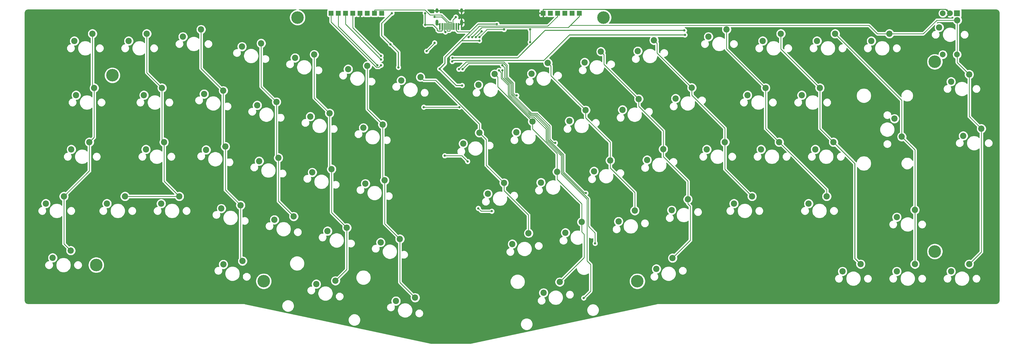
<source format=gtl>
G04 #@! TF.GenerationSoftware,KiCad,Pcbnew,(5.1.5-0-10_14)*
G04 #@! TF.CreationDate,2020-08-30T20:07:43+03:00*
G04 #@! TF.ProjectId,arisu,61726973-752e-46b6-9963-61645f706362,1.1*
G04 #@! TF.SameCoordinates,Original*
G04 #@! TF.FileFunction,Copper,L1,Top*
G04 #@! TF.FilePolarity,Positive*
%FSLAX46Y46*%
G04 Gerber Fmt 4.6, Leading zero omitted, Abs format (unit mm)*
G04 Created by KiCad (PCBNEW (5.1.5-0-10_14)) date 2020-08-30 20:07:43*
%MOMM*%
%LPD*%
G04 APERTURE LIST*
%ADD10C,2.000000*%
%ADD11R,2.000000X2.000000*%
%ADD12C,2.200000*%
%ADD13C,4.400000*%
%ADD14R,1.700000X1.700000*%
%ADD15R,0.300000X2.450000*%
%ADD16R,0.600000X2.450000*%
%ADD17O,1.000000X2.100000*%
%ADD18O,1.000000X1.600000*%
%ADD19C,0.800000*%
%ADD20C,0.375000*%
%ADD21C,0.250000*%
%ADD22C,0.254000*%
G04 APERTURE END LIST*
D10*
X348270000Y-40960000D03*
X353270000Y-40960000D03*
X348270000Y-26460000D03*
X350770000Y-26460000D03*
D11*
X353270000Y-26460000D03*
D12*
X333861250Y-69835000D03*
X331321250Y-63485000D03*
X42446250Y-74280000D03*
X48796250Y-71740000D03*
D13*
X241060266Y-120608720D03*
X345449949Y-110157503D03*
D14*
X220726000Y-26416000D03*
X218186000Y-26416000D03*
X215646000Y-26416000D03*
X213106000Y-26416000D03*
X210566000Y-26416000D03*
X208026000Y-26416000D03*
X141224000Y-26416000D03*
X138684000Y-26416000D03*
X136144000Y-26416000D03*
X133604000Y-26416000D03*
D12*
X49880000Y-33640000D03*
X43530000Y-36180000D03*
X44130000Y-55230000D03*
X50480000Y-52690000D03*
X35900000Y-112380000D03*
X42250000Y-109840000D03*
X68930000Y-33640000D03*
X62580000Y-36180000D03*
X74290000Y-52690000D03*
X67940000Y-55230000D03*
X74990000Y-71740000D03*
X68640000Y-74280000D03*
X80340000Y-90790000D03*
X73990000Y-93330000D03*
X87980000Y-32139615D03*
X81630000Y-34679615D03*
X95793034Y-53652945D03*
X89053701Y-54817200D03*
X96490701Y-73276838D03*
X89751368Y-74441093D03*
X101846783Y-93890907D03*
X95107450Y-95055162D03*
X95805151Y-114679051D03*
X102544484Y-113514795D03*
X109070692Y-36999602D03*
X102331359Y-38163857D03*
X114426744Y-57613671D03*
X107687411Y-58777926D03*
X115124411Y-77237565D03*
X108385078Y-78401820D03*
X120480493Y-97851633D03*
X113741160Y-99015888D03*
X127704403Y-40960320D03*
X120965070Y-42124575D03*
X133060454Y-61574398D03*
X126321121Y-62738653D03*
X133758121Y-81198292D03*
X127018788Y-82362547D03*
X139114202Y-101812360D03*
X132374869Y-102976615D03*
X128414142Y-121610303D03*
X135153475Y-120446047D03*
X146338115Y-44921038D03*
X139598782Y-46085293D03*
X151694164Y-65535125D03*
X144954831Y-66699380D03*
X152391831Y-85159019D03*
X145652498Y-86323274D03*
X157747912Y-105773087D03*
X151008579Y-106937342D03*
X163104049Y-126387116D03*
X156364716Y-127551371D03*
X164971827Y-48881755D03*
X158232494Y-50046010D03*
X185660941Y-68438939D03*
X179977800Y-72243673D03*
X194280062Y-86082491D03*
X188596921Y-89887225D03*
X202899183Y-103726043D03*
X197216042Y-107530777D03*
X191017168Y-47824840D03*
X185334027Y-51629574D03*
X204294652Y-64478221D03*
X198611511Y-68282955D03*
X212913773Y-82121773D03*
X207230632Y-85926507D03*
X221532895Y-99765325D03*
X215849754Y-103570059D03*
X208164428Y-124679187D03*
X213847569Y-120874453D03*
X209650880Y-43864122D03*
X203967739Y-47668856D03*
X222928364Y-60517504D03*
X217245223Y-64322238D03*
X231547485Y-78161056D03*
X225864344Y-81965790D03*
X240166606Y-95804608D03*
X234483465Y-99609342D03*
X228284592Y-39903405D03*
X222601451Y-43708139D03*
X241562076Y-56556786D03*
X235878935Y-60361520D03*
X250181197Y-74200338D03*
X244498056Y-78005072D03*
X258800318Y-91843890D03*
X253117177Y-95648624D03*
X247761064Y-116262674D03*
X253444205Y-112457940D03*
X246918303Y-35942687D03*
X241235162Y-39747421D03*
X260195788Y-52596068D03*
X254512647Y-56400802D03*
X271790000Y-71740000D03*
X265440000Y-74280000D03*
X281315019Y-90789998D03*
X274965019Y-93329998D03*
X272380000Y-32139615D03*
X266030000Y-34679615D03*
X286070000Y-52690000D03*
X279720000Y-55230000D03*
X290840000Y-71740000D03*
X284490000Y-74280000D03*
X301158769Y-93329998D03*
X307508769Y-90789998D03*
X291430000Y-33640000D03*
X285080000Y-36180000D03*
X305120000Y-52690000D03*
X298770000Y-55230000D03*
X319414949Y-114602503D03*
X313064949Y-117142503D03*
X310480000Y-33640000D03*
X304130000Y-36180000D03*
X338464949Y-95552503D03*
X332114949Y-98092503D03*
X338464949Y-114602503D03*
X332114949Y-117142503D03*
X329530000Y-33640000D03*
X323180000Y-36180000D03*
X353342542Y-28877509D03*
X346992542Y-31417509D03*
X357515000Y-47927516D03*
X351165000Y-50467516D03*
X361784949Y-66977519D03*
X355434949Y-69517519D03*
X357514949Y-114602503D03*
X351164949Y-117142503D03*
D14*
X151384000Y-26416000D03*
X146304000Y-26416000D03*
X148844000Y-26416000D03*
X143764000Y-26416000D03*
D13*
X56865000Y-48245000D03*
X51197500Y-114920000D03*
X121827220Y-27932509D03*
X109959436Y-120609368D03*
X229192785Y-27932509D03*
X345450000Y-43482516D03*
D12*
X61290000Y-90790000D03*
X54940000Y-93330000D03*
X39858750Y-90790000D03*
X33508750Y-93330000D03*
X303540000Y-74280000D03*
X309890000Y-71740000D03*
D15*
X175320000Y-31135000D03*
D16*
X177520000Y-31135000D03*
X178320000Y-31135000D03*
D17*
X170750000Y-29720000D03*
D18*
X170750000Y-25540000D03*
X179390000Y-25540000D03*
D17*
X179390000Y-29720000D03*
D16*
X171820000Y-31135000D03*
X172620000Y-31135000D03*
D15*
X175820000Y-31135000D03*
X176320000Y-31135000D03*
X176820000Y-31135000D03*
X174820000Y-31135000D03*
X174320000Y-31135000D03*
X173820000Y-31135000D03*
X173320000Y-31135000D03*
D19*
X197866000Y-28448000D03*
X183134000Y-27432000D03*
X181102000Y-27432000D03*
X163830000Y-30480000D03*
X169672000Y-54864000D03*
X163068000Y-36322000D03*
X163068000Y-38354000D03*
X183642000Y-50292000D03*
X171704000Y-39116000D03*
X183134000Y-40386000D03*
X191008000Y-34798000D03*
X171704000Y-44196000D03*
X154432000Y-37338000D03*
X154940000Y-26416000D03*
X166654002Y-30480000D03*
X166624000Y-26416000D03*
X157226000Y-45466000D03*
X191770000Y-30235979D03*
X185674000Y-36068000D03*
X171704000Y-45974000D03*
X179578000Y-51816000D03*
X198750000Y-55338654D03*
X178435000Y-46101000D03*
X166116000Y-59424397D03*
X178639000Y-59436000D03*
X212250000Y-71992036D03*
X173500000Y-76500000D03*
X181500000Y-78500000D03*
X179705000Y-46101000D03*
X193750000Y-44750000D03*
X223000000Y-89635588D03*
X185250000Y-95000000D03*
X190000000Y-96000000D03*
X193750000Y-46500000D03*
X226250000Y-107279140D03*
X192500000Y-46500000D03*
X222250000Y-126490348D03*
X183134000Y-34798000D03*
X203454000Y-32135990D03*
X203454000Y-36576000D03*
X181864000Y-34798000D03*
X194310000Y-32135990D03*
X185674000Y-34798000D03*
X151130000Y-41402000D03*
X176160000Y-42090000D03*
X257590000Y-32490000D03*
X151130000Y-42672000D03*
X257770000Y-34060000D03*
X176110000Y-43380000D03*
X149860000Y-44704000D03*
X151130000Y-44704000D03*
X169926000Y-36830000D03*
X167132000Y-39751000D03*
X184404000Y-34798000D03*
X186436000Y-32766000D03*
X169962500Y-27730000D03*
X177370000Y-27760000D03*
X173718549Y-33014825D03*
D20*
X171820000Y-30790000D02*
X170750000Y-29720000D01*
X171820000Y-31135000D02*
X171820000Y-30790000D01*
X171625000Y-25540000D02*
X179390000Y-25540000D01*
X170750000Y-25540000D02*
X171625000Y-25540000D01*
X179390000Y-25540000D02*
X179390000Y-26715000D01*
X179390000Y-29720000D02*
X179390000Y-29144000D01*
X178320000Y-30790000D02*
X179390000Y-29720000D01*
X178320000Y-31135000D02*
X178320000Y-30790000D01*
X179390000Y-26715000D02*
X179390000Y-27610000D01*
X179568000Y-27432000D02*
X181102000Y-27432000D01*
X179390000Y-27610000D02*
X179568000Y-27432000D01*
X179390000Y-27610000D02*
X179390000Y-29720000D01*
X208026000Y-25191000D02*
X208026000Y-26416000D01*
X208144501Y-25072499D02*
X208026000Y-25191000D01*
X349382499Y-25072499D02*
X208144501Y-25072499D01*
X350770000Y-26460000D02*
X349382499Y-25072499D01*
X151384000Y-34290000D02*
X154432000Y-37338000D01*
X151384000Y-29972000D02*
X154940000Y-26416000D01*
X151384000Y-34290000D02*
X151384000Y-29972000D01*
X154432000Y-37338000D02*
X157226000Y-40132000D01*
X166654002Y-26446002D02*
X166624000Y-26416000D01*
X166654002Y-30480000D02*
X166654002Y-26446002D01*
X157226000Y-40132000D02*
X157226000Y-45466000D01*
X191770000Y-30235979D02*
X185260519Y-30235979D01*
X171704000Y-45974000D02*
X173586498Y-44091502D01*
X185674000Y-36068000D02*
X179428498Y-36068000D01*
X177546000Y-51816000D02*
X171704000Y-45974000D01*
X179578000Y-51816000D02*
X177546000Y-51816000D01*
X173586498Y-41910000D02*
X173586498Y-44091502D01*
X173586498Y-41910000D02*
X179428498Y-36068000D01*
X167219687Y-30480000D02*
X166654002Y-30480000D01*
X170887501Y-31979999D02*
X169387502Y-30480000D01*
X169387502Y-30480000D02*
X167219687Y-30480000D01*
X170887501Y-32425003D02*
X170887501Y-31979999D01*
X171209999Y-32747501D02*
X170887501Y-32425003D01*
X172430001Y-32747501D02*
X171209999Y-32747501D01*
X172620000Y-32557502D02*
X172430001Y-32747501D01*
X172620000Y-31135000D02*
X172620000Y-32557502D01*
D21*
X178064998Y-32990000D02*
X182560000Y-32990000D01*
X177520000Y-31135000D02*
X177520000Y-32445002D01*
D20*
X182560000Y-32990000D02*
X185260519Y-30235979D01*
D21*
X177520000Y-32445002D02*
X178064998Y-32990000D01*
D20*
X179428498Y-36068000D02*
X182560000Y-32990000D01*
D21*
X198338654Y-55338654D02*
X198750000Y-55338654D01*
X197550039Y-54550039D02*
X198338654Y-55338654D01*
X197550039Y-50973276D02*
X197550039Y-54550039D01*
X195450010Y-44740598D02*
X195450010Y-48873247D01*
X194270412Y-43561000D02*
X195450010Y-44740598D01*
X197550039Y-50973276D02*
X195450010Y-48873247D01*
X180975000Y-43561000D02*
X178435000Y-46101000D01*
X194270412Y-43561000D02*
X180975000Y-43561000D01*
X166116000Y-59424397D02*
X178627397Y-59424397D01*
X178627397Y-59424397D02*
X178639000Y-59436000D01*
X197100029Y-51159676D02*
X197100029Y-54737958D01*
X195000000Y-49059647D02*
X197100029Y-51159676D01*
X203910620Y-61548549D02*
X205798549Y-61548549D01*
X197100029Y-54737958D02*
X203910620Y-61548549D01*
X210360370Y-66110370D02*
X210360370Y-70637508D01*
X205798549Y-61548549D02*
X210360370Y-66110370D01*
X211714898Y-71992036D02*
X212250000Y-71992036D01*
X210360370Y-70637508D02*
X211714898Y-71992036D01*
X173500000Y-76500000D02*
X179500000Y-76500000D01*
X179500000Y-76500000D02*
X181500000Y-78500000D01*
X195000000Y-44926998D02*
X195000000Y-49059647D01*
X194098001Y-44024999D02*
X195000000Y-44926998D01*
X181781001Y-44024999D02*
X194098001Y-44024999D01*
X179705000Y-46101000D02*
X181781001Y-44024999D01*
X222539203Y-89635588D02*
X223000000Y-89635588D01*
X215250000Y-82346385D02*
X222539203Y-89635588D01*
X215250000Y-76163548D02*
X215250000Y-82346385D01*
X205498559Y-61998559D02*
X209910360Y-66410360D01*
X209910360Y-70823908D02*
X215250000Y-76163548D01*
X203724220Y-61998559D02*
X205498559Y-61998559D01*
X196650019Y-54924358D02*
X203724220Y-61998559D01*
X209910360Y-66410360D02*
X209910360Y-70823908D01*
X193750000Y-44750000D02*
X194475001Y-45475001D01*
X194475001Y-45475001D02*
X194475001Y-49171058D01*
X194475001Y-49171058D02*
X196650019Y-51346076D01*
X196650019Y-51346076D02*
X196650019Y-54924358D01*
X185250000Y-95000000D02*
X186250000Y-96000000D01*
X186250000Y-96000000D02*
X190000000Y-96000000D01*
X196200009Y-51532476D02*
X193750000Y-49082467D01*
X203537820Y-62448569D02*
X196200009Y-55110758D01*
X193750000Y-49082467D02*
X193750000Y-46500000D01*
X205198569Y-62448569D02*
X203537820Y-62448569D01*
X209460350Y-66710350D02*
X205198569Y-62448569D01*
X209460350Y-71010308D02*
X209460350Y-66710350D01*
X214788784Y-76338742D02*
X209460350Y-71010308D01*
X226250000Y-107279140D02*
X226248583Y-107277723D01*
X226248583Y-103642218D02*
X223912041Y-101305676D01*
X223912041Y-101305676D02*
X223912041Y-91644836D01*
X196200009Y-55110758D02*
X196200009Y-51532476D01*
X226248583Y-107277723D02*
X226248583Y-103642218D01*
X223912041Y-91644836D02*
X214788784Y-82521579D01*
X214788784Y-82521579D02*
X214788784Y-76338742D01*
X193299990Y-47299990D02*
X192500000Y-46500000D01*
X195750000Y-55297159D02*
X195750000Y-51718877D01*
X203351420Y-62898579D02*
X195750000Y-55297159D01*
X204824012Y-62898579D02*
X203351420Y-62898579D01*
X209010340Y-67084907D02*
X204824012Y-62898579D01*
X193299990Y-49268867D02*
X193299990Y-47299990D01*
X209010340Y-71196708D02*
X209010340Y-67084907D01*
X195750000Y-51718877D02*
X193299990Y-49268867D01*
X224671031Y-124069317D02*
X224671031Y-114721452D01*
X222250000Y-126490348D02*
X224671031Y-124069317D01*
X214338774Y-76525142D02*
X209010340Y-71196708D01*
X224671031Y-114721452D02*
X223462031Y-113512452D01*
X223462031Y-113512452D02*
X223462031Y-91831236D01*
X223462031Y-91831236D02*
X214338774Y-82707979D01*
X214338774Y-82707979D02*
X214338774Y-76525142D01*
X357515000Y-62707570D02*
X361784949Y-66977519D01*
X357515000Y-47927516D02*
X357515000Y-62707570D01*
X353342542Y-43755058D02*
X357515000Y-47927516D01*
X353342542Y-28877509D02*
X353342542Y-43755058D01*
X186521011Y-31410989D02*
X183134000Y-34798000D01*
X216831011Y-31410989D02*
X186521011Y-31410989D01*
X220726000Y-26416000D02*
X220726000Y-27516000D01*
X220726000Y-27516000D02*
X216831011Y-31410989D01*
X361784949Y-110332503D02*
X357514949Y-114602503D01*
X361784949Y-66977519D02*
X361784949Y-110332503D01*
X217527386Y-30714614D02*
X322334614Y-30714614D01*
X322334614Y-30714614D02*
X325260000Y-33640000D01*
X329530000Y-33640000D02*
X325260000Y-33640000D01*
X341406875Y-33640000D02*
X329530000Y-33640000D01*
X353342542Y-28877509D02*
X346169366Y-28877509D01*
X346169366Y-28877509D02*
X341406875Y-33640000D01*
X192117167Y-52300736D02*
X204294652Y-64478221D01*
X192117167Y-48924839D02*
X192117167Y-52300736D01*
X191017168Y-47824840D02*
X192117167Y-48924839D01*
X212913773Y-75736551D02*
X212913773Y-82121773D01*
X204294652Y-67117430D02*
X212913773Y-75736551D01*
X204294652Y-64478221D02*
X204294652Y-67117430D01*
X221532895Y-93380104D02*
X221532895Y-99765325D01*
X212913773Y-84760982D02*
X221532895Y-93380104D01*
X212913773Y-82121773D02*
X212913773Y-84760982D01*
X222429593Y-112292429D02*
X213847569Y-120874453D01*
X222429593Y-104146409D02*
X222429593Y-112292429D01*
X221532895Y-103249711D02*
X222429593Y-104146409D01*
X221532895Y-99765325D02*
X221532895Y-103249711D01*
X203454000Y-32135990D02*
X203454000Y-36576000D01*
X185701021Y-30960979D02*
X181864000Y-34798000D01*
X209661021Y-30960979D02*
X185701021Y-30960979D01*
X213106000Y-27516000D02*
X209661021Y-30960979D01*
X213106000Y-26416000D02*
X213106000Y-27516000D01*
X188336010Y-32135990D02*
X185674000Y-34798000D01*
X194310000Y-32135990D02*
X188336010Y-32135990D01*
X141224000Y-31496000D02*
X141224000Y-26416000D01*
X151130000Y-41402000D02*
X141224000Y-31496000D01*
D20*
X199105502Y-42090000D02*
X208705502Y-32490000D01*
X208705502Y-32490000D02*
X257590000Y-32490000D01*
X176160000Y-42090000D02*
X199105502Y-42090000D01*
D21*
X138684000Y-30226000D02*
X138684000Y-26416000D01*
X151130000Y-42672000D02*
X138684000Y-30226000D01*
D20*
X176441509Y-43048491D02*
X176110000Y-43380000D01*
X208265009Y-43048491D02*
X176441509Y-43048491D01*
X217253500Y-34060000D02*
X208265009Y-43048491D01*
X257770000Y-34060000D02*
X217253500Y-34060000D01*
D21*
X136144000Y-26416000D02*
X136144000Y-30988000D01*
X136144000Y-30988000D02*
X149860000Y-44704000D01*
X150404999Y-45429001D02*
X151130000Y-44704000D01*
X149511999Y-45429001D02*
X150404999Y-45429001D01*
X133604000Y-29521002D02*
X149511999Y-45429001D01*
X133604000Y-26416000D02*
X133604000Y-29521002D01*
X49880000Y-52090000D02*
X50480000Y-52690000D01*
X49880000Y-33640000D02*
X49880000Y-52090000D01*
X50480000Y-70056250D02*
X48796250Y-71740000D01*
X50480000Y-52690000D02*
X50480000Y-70056250D01*
X48796250Y-81852500D02*
X39858750Y-90790000D01*
X48796250Y-71740000D02*
X48796250Y-81852500D01*
X39858750Y-107448750D02*
X42250000Y-109840000D01*
X39858750Y-90790000D02*
X39858750Y-107448750D01*
X68930000Y-47330000D02*
X74290000Y-52690000D01*
X68930000Y-33640000D02*
X68930000Y-47330000D01*
X74290000Y-71040000D02*
X74990000Y-71740000D01*
X74290000Y-52690000D02*
X74290000Y-71040000D01*
X74990000Y-85440000D02*
X80340000Y-90790000D01*
X74990000Y-71740000D02*
X74990000Y-85440000D01*
X61290000Y-90790000D02*
X80340000Y-90790000D01*
X87980000Y-45839911D02*
X95793034Y-53652945D01*
X87980000Y-32139615D02*
X87980000Y-45839911D01*
X95793034Y-72579171D02*
X96490701Y-73276838D01*
X95793034Y-53652945D02*
X95793034Y-72579171D01*
X96490701Y-88534825D02*
X101846783Y-93890907D01*
X96490701Y-73276838D02*
X96490701Y-88534825D01*
X101846783Y-112817094D02*
X102544484Y-113514795D01*
X101846783Y-93890907D02*
X101846783Y-112817094D01*
X169926000Y-36957000D02*
X169926000Y-36830000D01*
X167132000Y-39751000D02*
X169926000Y-36957000D01*
X115124411Y-92495551D02*
X120480493Y-97851633D01*
X115124411Y-77237565D02*
X115124411Y-92495551D01*
X114426744Y-76539898D02*
X115124411Y-77237565D01*
X114426744Y-57613671D02*
X114426744Y-76539898D01*
X109070692Y-52257619D02*
X114426744Y-57613671D01*
X109070692Y-36999602D02*
X109070692Y-52257619D01*
X127704403Y-56218347D02*
X133060454Y-61574398D01*
X127704403Y-40960320D02*
X127704403Y-56218347D01*
X133060454Y-80500625D02*
X133758121Y-81198292D01*
X133060454Y-61574398D02*
X133060454Y-80500625D01*
X133758121Y-96456279D02*
X139114202Y-101812360D01*
X133758121Y-81198292D02*
X133758121Y-96456279D01*
X139114202Y-116485320D02*
X135153475Y-120446047D01*
X139114202Y-101812360D02*
X139114202Y-116485320D01*
X157747912Y-121030979D02*
X163104049Y-126387116D01*
X157747912Y-105773087D02*
X157747912Y-121030979D01*
X152391831Y-100417006D02*
X157747912Y-105773087D01*
X152391831Y-85159019D02*
X152391831Y-100417006D01*
X151694164Y-84461352D02*
X152391831Y-85159019D01*
X151694164Y-65535125D02*
X151694164Y-84461352D01*
X146338115Y-60179076D02*
X151694164Y-65535125D01*
X146338115Y-44921038D02*
X146338115Y-60179076D01*
X188026627Y-70804625D02*
X185660941Y-68438939D01*
X188026627Y-79829056D02*
X188026627Y-70804625D01*
X194280062Y-86082491D02*
X188026627Y-79829056D01*
X202899183Y-97340821D02*
X202899183Y-103726043D01*
X194280062Y-88721700D02*
X202899183Y-97340821D01*
X194280062Y-86082491D02*
X194280062Y-88721700D01*
X185660941Y-65384939D02*
X185660941Y-68438939D01*
X170257756Y-49981754D02*
X185660941Y-65384939D01*
X166071826Y-49981754D02*
X170257756Y-49981754D01*
X164971827Y-48881755D02*
X166071826Y-49981754D01*
X210750879Y-48340019D02*
X222928364Y-60517504D01*
X210750879Y-44964121D02*
X210750879Y-48340019D01*
X209650880Y-43864122D02*
X210750879Y-44964121D01*
X231547485Y-71775834D02*
X231547485Y-78161056D01*
X222928364Y-63156713D02*
X231547485Y-71775834D01*
X222928364Y-60517504D02*
X222928364Y-63156713D01*
X240166606Y-89419386D02*
X240166606Y-95804608D01*
X231547485Y-80800265D02*
X240166606Y-89419386D01*
X231547485Y-78161056D02*
X231547485Y-80800265D01*
X229384591Y-44379301D02*
X241562076Y-56556786D01*
X229384591Y-41003404D02*
X229384591Y-44379301D01*
X228284592Y-39903405D02*
X229384591Y-41003404D01*
X250181197Y-67751878D02*
X250181197Y-74200338D01*
X241562076Y-59132757D02*
X250181197Y-67751878D01*
X241562076Y-56556786D02*
X241562076Y-59132757D01*
X258800318Y-85458668D02*
X258800318Y-91843890D01*
X250181197Y-76839547D02*
X258800318Y-85458668D01*
X250181197Y-74200338D02*
X250181197Y-76839547D01*
X259697016Y-106205129D02*
X253444205Y-112457940D01*
X259697016Y-94296222D02*
X259697016Y-106205129D01*
X258800318Y-93399524D02*
X259697016Y-94296222D01*
X258800318Y-91843890D02*
X258800318Y-93399524D01*
X184404000Y-34798000D02*
X186436000Y-32766000D01*
X248018302Y-40418582D02*
X260195788Y-52596068D01*
X248018302Y-37042686D02*
X248018302Y-40418582D01*
X246918303Y-35942687D02*
X248018302Y-37042686D01*
X271790000Y-66829489D02*
X271790000Y-71740000D01*
X260195788Y-55235277D02*
X271790000Y-66829489D01*
X260195788Y-52596068D02*
X260195788Y-55235277D01*
X271790000Y-81264979D02*
X281315019Y-90789998D01*
X271790000Y-71740000D02*
X271790000Y-81264979D01*
X272380000Y-39000000D02*
X286070000Y-52690000D01*
X272380000Y-32139615D02*
X272380000Y-39000000D01*
X307508769Y-88408769D02*
X290840000Y-71740000D01*
X307508769Y-90789998D02*
X307508769Y-88408769D01*
X286070000Y-66970000D02*
X290840000Y-71740000D01*
X286070000Y-52690000D02*
X286070000Y-66970000D01*
X291430000Y-39000000D02*
X305120000Y-52690000D01*
X291430000Y-33640000D02*
X291430000Y-39000000D01*
X305120000Y-66970000D02*
X309890000Y-71740000D01*
X305120000Y-52690000D02*
X305120000Y-66970000D01*
D20*
X309890000Y-71740000D02*
X317440000Y-79290000D01*
X317440000Y-112627554D02*
X319414949Y-114602503D01*
X317440000Y-79290000D02*
X317440000Y-112627554D01*
D21*
X338464949Y-95552503D02*
X338464949Y-114602503D01*
X338464949Y-74438699D02*
X333861250Y-69835000D01*
X338464949Y-95552503D02*
X338464949Y-74438699D01*
X333861250Y-57021250D02*
X310480000Y-33640000D01*
X333861250Y-69835000D02*
X333861250Y-57021250D01*
X174320000Y-32610000D02*
X174320000Y-31135000D01*
X175244999Y-32685001D02*
X174395001Y-32685001D01*
X174395001Y-32685001D02*
X174320000Y-32610000D01*
X175320000Y-32610000D02*
X175244999Y-32685001D01*
X175320000Y-31135000D02*
X175320000Y-32610000D01*
X174320000Y-29660000D02*
X174320000Y-31135000D01*
X172390000Y-27730000D02*
X174320000Y-29660000D01*
X169962500Y-27730000D02*
X172390000Y-27730000D01*
X175744999Y-29584999D02*
X175820000Y-29660000D01*
X175820000Y-29660000D02*
X175820000Y-31135000D01*
X174909999Y-29584999D02*
X175744999Y-29584999D01*
X174820000Y-29674998D02*
X174909999Y-29584999D01*
X174820000Y-31135000D02*
X174820000Y-29674998D01*
X148844000Y-25316000D02*
X148844000Y-26416000D01*
X148919001Y-25240999D02*
X148844000Y-25316000D01*
X166522001Y-25240999D02*
X148919001Y-25240999D01*
X168286001Y-27004999D02*
X166522001Y-25240999D01*
X172329999Y-27004999D02*
X168286001Y-27004999D01*
X174909999Y-29584999D02*
X172329999Y-27004999D01*
X176320000Y-28810000D02*
X176320000Y-31135000D01*
X177370000Y-27760000D02*
X176320000Y-28810000D01*
X173320000Y-32616276D02*
X173320000Y-31135000D01*
X173718549Y-33014825D02*
X173320000Y-32616276D01*
D22*
G36*
X121000281Y-25206457D02*
G01*
X120484344Y-25420165D01*
X120020013Y-25730421D01*
X119625132Y-26125302D01*
X119314876Y-26589633D01*
X119101168Y-27105570D01*
X118992220Y-27653286D01*
X118992220Y-28211732D01*
X119101168Y-28759448D01*
X119314876Y-29275385D01*
X119625132Y-29739716D01*
X120020013Y-30134597D01*
X120484344Y-30444853D01*
X121000281Y-30658561D01*
X121547997Y-30767509D01*
X122106443Y-30767509D01*
X122654159Y-30658561D01*
X123170096Y-30444853D01*
X123634427Y-30134597D01*
X124029308Y-29739716D01*
X124339564Y-29275385D01*
X124553272Y-28759448D01*
X124662220Y-28211732D01*
X124662220Y-27653286D01*
X124553272Y-27105570D01*
X124339564Y-26589633D01*
X124029308Y-26125302D01*
X123634427Y-25730421D01*
X123170096Y-25420165D01*
X122654159Y-25206457D01*
X122332672Y-25142509D01*
X132280087Y-25142509D01*
X132223463Y-25211506D01*
X132164498Y-25321820D01*
X132128188Y-25441518D01*
X132115928Y-25566000D01*
X132115928Y-27266000D01*
X132128188Y-27390482D01*
X132164498Y-27510180D01*
X132223463Y-27620494D01*
X132302815Y-27717185D01*
X132399506Y-27796537D01*
X132509820Y-27855502D01*
X132629518Y-27891812D01*
X132754000Y-27904072D01*
X132844000Y-27904072D01*
X132844001Y-29483670D01*
X132840324Y-29521002D01*
X132844001Y-29558335D01*
X132854588Y-29665820D01*
X132854998Y-29669987D01*
X132898454Y-29813248D01*
X132969026Y-29945278D01*
X133005519Y-29989744D01*
X133064000Y-30061003D01*
X133092998Y-30084801D01*
X146194234Y-43186038D01*
X146167232Y-43186038D01*
X145832034Y-43252713D01*
X145516284Y-43383501D01*
X145232117Y-43573375D01*
X144990452Y-43815040D01*
X144800578Y-44099207D01*
X144669790Y-44414957D01*
X144603115Y-44750155D01*
X144603115Y-45091921D01*
X144669790Y-45427119D01*
X144800578Y-45742869D01*
X144990452Y-46027036D01*
X145232117Y-46268701D01*
X145516284Y-46458575D01*
X145578115Y-46484186D01*
X145578116Y-60141743D01*
X145574439Y-60179076D01*
X145578116Y-60216409D01*
X145578988Y-60225257D01*
X145589113Y-60328061D01*
X145632569Y-60471322D01*
X145703141Y-60603352D01*
X145728576Y-60634344D01*
X145798115Y-60719077D01*
X145827113Y-60742875D01*
X150051450Y-64967213D01*
X150025839Y-65029044D01*
X149959164Y-65364242D01*
X149959164Y-65706008D01*
X150025839Y-66041206D01*
X150156627Y-66356956D01*
X150346501Y-66641123D01*
X150588166Y-66882788D01*
X150872333Y-67072662D01*
X150934164Y-67098273D01*
X150934165Y-84217652D01*
X150854294Y-84337188D01*
X150723506Y-84652938D01*
X150656831Y-84988136D01*
X150656831Y-85329902D01*
X150723506Y-85665100D01*
X150854294Y-85980850D01*
X151044168Y-86265017D01*
X151285833Y-86506682D01*
X151570000Y-86696556D01*
X151631831Y-86722167D01*
X151631832Y-100379673D01*
X151628155Y-100417006D01*
X151631832Y-100454339D01*
X151642829Y-100565992D01*
X151656011Y-100609448D01*
X151686285Y-100709252D01*
X151756857Y-100841282D01*
X151798504Y-100892028D01*
X151851831Y-100957007D01*
X151880829Y-100980805D01*
X156105198Y-105205176D01*
X156079587Y-105267006D01*
X156012912Y-105602204D01*
X156012912Y-105943970D01*
X156079587Y-106279168D01*
X156210375Y-106594918D01*
X156400249Y-106879085D01*
X156641914Y-107120750D01*
X156926081Y-107310624D01*
X156987912Y-107336235D01*
X156987913Y-120993646D01*
X156984236Y-121030979D01*
X156998910Y-121179964D01*
X157042366Y-121323225D01*
X157112938Y-121455255D01*
X157184113Y-121541981D01*
X157207912Y-121570980D01*
X157236910Y-121594778D01*
X161461335Y-125819204D01*
X161435724Y-125881035D01*
X161369049Y-126216233D01*
X161369049Y-126557999D01*
X161435724Y-126893197D01*
X161566512Y-127208947D01*
X161756386Y-127493114D01*
X161998051Y-127734779D01*
X162282218Y-127924653D01*
X162597968Y-128055441D01*
X162933166Y-128122116D01*
X163274932Y-128122116D01*
X163610130Y-128055441D01*
X163925880Y-127924653D01*
X164210047Y-127734779D01*
X164451712Y-127493114D01*
X164593128Y-127281469D01*
X205965276Y-127281469D01*
X205965276Y-127573989D01*
X206022344Y-127860887D01*
X206134286Y-128131140D01*
X206296801Y-128374361D01*
X206503644Y-128581204D01*
X206746865Y-128743719D01*
X207017118Y-128855661D01*
X207304016Y-128912729D01*
X207596536Y-128912729D01*
X207883434Y-128855661D01*
X208153687Y-128743719D01*
X208396908Y-128581204D01*
X208603751Y-128374361D01*
X208766266Y-128131140D01*
X208878208Y-127860887D01*
X208935276Y-127573989D01*
X208935276Y-127281469D01*
X208878208Y-126994571D01*
X208766266Y-126724318D01*
X208603751Y-126481097D01*
X208503405Y-126380751D01*
X208670509Y-126347512D01*
X208986259Y-126216724D01*
X209142970Y-126112013D01*
X209784266Y-126112013D01*
X209784266Y-126631063D01*
X209885527Y-127140139D01*
X210084159Y-127619679D01*
X210372528Y-128051253D01*
X210739551Y-128418276D01*
X211171125Y-128706645D01*
X211650665Y-128905277D01*
X212159741Y-129006538D01*
X212678791Y-129006538D01*
X213187867Y-128905277D01*
X213667407Y-128706645D01*
X214098981Y-128418276D01*
X214466004Y-128051253D01*
X214754373Y-127619679D01*
X214953005Y-127140139D01*
X215054266Y-126631063D01*
X215054266Y-126112013D01*
X214953005Y-125602937D01*
X214773299Y-125169087D01*
X215903255Y-125169087D01*
X215903255Y-125461607D01*
X215960323Y-125748505D01*
X216072265Y-126018758D01*
X216234780Y-126261979D01*
X216441623Y-126468822D01*
X216684844Y-126631337D01*
X216955097Y-126743279D01*
X217241995Y-126800347D01*
X217534515Y-126800347D01*
X217821413Y-126743279D01*
X218091666Y-126631337D01*
X218334887Y-126468822D01*
X218541730Y-126261979D01*
X218704245Y-126018758D01*
X218816187Y-125748505D01*
X218873255Y-125461607D01*
X218873255Y-125169087D01*
X218816187Y-124882189D01*
X218704245Y-124611936D01*
X218541730Y-124368715D01*
X218334887Y-124161872D01*
X218091666Y-123999357D01*
X217821413Y-123887415D01*
X217534515Y-123830347D01*
X217241995Y-123830347D01*
X216955097Y-123887415D01*
X216684844Y-123999357D01*
X216441623Y-124161872D01*
X216234780Y-124368715D01*
X216072265Y-124611936D01*
X215960323Y-124882189D01*
X215903255Y-125169087D01*
X214773299Y-125169087D01*
X214754373Y-125123397D01*
X214466004Y-124691823D01*
X214098981Y-124324800D01*
X213667407Y-124036431D01*
X213187867Y-123837799D01*
X212678791Y-123736538D01*
X212159741Y-123736538D01*
X211650665Y-123837799D01*
X211171125Y-124036431D01*
X210739551Y-124324800D01*
X210372528Y-124691823D01*
X210084159Y-125123397D01*
X209885527Y-125602937D01*
X209784266Y-126112013D01*
X209142970Y-126112013D01*
X209270426Y-126026850D01*
X209512091Y-125785185D01*
X209701965Y-125501018D01*
X209832753Y-125185268D01*
X209899428Y-124850070D01*
X209899428Y-124508304D01*
X209832753Y-124173106D01*
X209701965Y-123857356D01*
X209512091Y-123573189D01*
X209270426Y-123331524D01*
X208986259Y-123141650D01*
X208670509Y-123010862D01*
X208335311Y-122944187D01*
X207993545Y-122944187D01*
X207658347Y-123010862D01*
X207342597Y-123141650D01*
X207058430Y-123331524D01*
X206816765Y-123573189D01*
X206626891Y-123857356D01*
X206496103Y-124173106D01*
X206429428Y-124508304D01*
X206429428Y-124850070D01*
X206496103Y-125185268D01*
X206626891Y-125501018D01*
X206816765Y-125785185D01*
X207029011Y-125997431D01*
X207017118Y-125999797D01*
X206746865Y-126111739D01*
X206503644Y-126274254D01*
X206296801Y-126481097D01*
X206134286Y-126724318D01*
X206022344Y-126994571D01*
X205965276Y-127281469D01*
X164593128Y-127281469D01*
X164641586Y-127208947D01*
X164772374Y-126893197D01*
X164839049Y-126557999D01*
X164839049Y-126216233D01*
X164772374Y-125881035D01*
X164641586Y-125565285D01*
X164451712Y-125281118D01*
X164210047Y-125039453D01*
X163925880Y-124849579D01*
X163610130Y-124718791D01*
X163274932Y-124652116D01*
X162933166Y-124652116D01*
X162597968Y-124718791D01*
X162536137Y-124744402D01*
X158507912Y-120716178D01*
X158507912Y-120526226D01*
X196431117Y-120526226D01*
X196431117Y-121045276D01*
X196532378Y-121554352D01*
X196731010Y-122033892D01*
X197019379Y-122465466D01*
X197386402Y-122832489D01*
X197817976Y-123120858D01*
X198297516Y-123319490D01*
X198806592Y-123420751D01*
X199325642Y-123420751D01*
X199834718Y-123319490D01*
X200314258Y-123120858D01*
X200745832Y-122832489D01*
X201112855Y-122465466D01*
X201401224Y-122033892D01*
X201599856Y-121554352D01*
X201701117Y-121045276D01*
X201701117Y-120526226D01*
X201599856Y-120017150D01*
X201401224Y-119537610D01*
X201112855Y-119106036D01*
X200745832Y-118739013D01*
X200314258Y-118450644D01*
X199834718Y-118252012D01*
X199325642Y-118150751D01*
X198806592Y-118150751D01*
X198297516Y-118252012D01*
X197817976Y-118450644D01*
X197386402Y-118739013D01*
X197019379Y-119106036D01*
X196731010Y-119537610D01*
X196532378Y-120017150D01*
X196431117Y-120526226D01*
X158507912Y-120526226D01*
X158507912Y-112600704D01*
X158743058Y-112698104D01*
X159029956Y-112755172D01*
X159322476Y-112755172D01*
X159609374Y-112698104D01*
X159879627Y-112586162D01*
X160122848Y-112423647D01*
X160329691Y-112216804D01*
X160492206Y-111973583D01*
X160604148Y-111703330D01*
X160661216Y-111416432D01*
X160661216Y-111123912D01*
X160604148Y-110837014D01*
X160492206Y-110566761D01*
X160329691Y-110323540D01*
X160139210Y-110133059D01*
X195016890Y-110133059D01*
X195016890Y-110425579D01*
X195073958Y-110712477D01*
X195185900Y-110982730D01*
X195348415Y-111225951D01*
X195555258Y-111432794D01*
X195798479Y-111595309D01*
X196068732Y-111707251D01*
X196355630Y-111764319D01*
X196648150Y-111764319D01*
X196935048Y-111707251D01*
X197205301Y-111595309D01*
X197448522Y-111432794D01*
X197655365Y-111225951D01*
X197817880Y-110982730D01*
X197929822Y-110712477D01*
X197986890Y-110425579D01*
X197986890Y-110133059D01*
X197929822Y-109846161D01*
X197817880Y-109575908D01*
X197655365Y-109332687D01*
X197555019Y-109232341D01*
X197722123Y-109199102D01*
X198037873Y-109068314D01*
X198194584Y-108963603D01*
X198835880Y-108963603D01*
X198835880Y-109482653D01*
X198937141Y-109991729D01*
X199135773Y-110471269D01*
X199424142Y-110902843D01*
X199791165Y-111269866D01*
X200222739Y-111558235D01*
X200702279Y-111756867D01*
X201211355Y-111858128D01*
X201730405Y-111858128D01*
X202239481Y-111756867D01*
X202719021Y-111558235D01*
X203150595Y-111269866D01*
X203517618Y-110902843D01*
X203805987Y-110471269D01*
X204004619Y-109991729D01*
X204105880Y-109482653D01*
X204105880Y-108963603D01*
X204004619Y-108454527D01*
X203824913Y-108020677D01*
X204954870Y-108020677D01*
X204954870Y-108313197D01*
X205011938Y-108600095D01*
X205123880Y-108870348D01*
X205286395Y-109113569D01*
X205493238Y-109320412D01*
X205736459Y-109482927D01*
X206006712Y-109594869D01*
X206293610Y-109651937D01*
X206586130Y-109651937D01*
X206873028Y-109594869D01*
X207143281Y-109482927D01*
X207386502Y-109320412D01*
X207593345Y-109113569D01*
X207755860Y-108870348D01*
X207867802Y-108600095D01*
X207924870Y-108313197D01*
X207924870Y-108020677D01*
X207867802Y-107733779D01*
X207755860Y-107463526D01*
X207593345Y-107220305D01*
X207386502Y-107013462D01*
X207143281Y-106850947D01*
X206873028Y-106739005D01*
X206586130Y-106681937D01*
X206293610Y-106681937D01*
X206006712Y-106739005D01*
X205736459Y-106850947D01*
X205493238Y-107013462D01*
X205286395Y-107220305D01*
X205123880Y-107463526D01*
X205011938Y-107733779D01*
X204954870Y-108020677D01*
X203824913Y-108020677D01*
X203805987Y-107974987D01*
X203517618Y-107543413D01*
X203150595Y-107176390D01*
X202719021Y-106888021D01*
X202239481Y-106689389D01*
X201730405Y-106588128D01*
X201211355Y-106588128D01*
X200702279Y-106689389D01*
X200222739Y-106888021D01*
X199791165Y-107176390D01*
X199424142Y-107543413D01*
X199135773Y-107974987D01*
X198937141Y-108454527D01*
X198835880Y-108963603D01*
X198194584Y-108963603D01*
X198322040Y-108878440D01*
X198563705Y-108636775D01*
X198753579Y-108352608D01*
X198884367Y-108036858D01*
X198951042Y-107701660D01*
X198951042Y-107359894D01*
X198884367Y-107024696D01*
X198753579Y-106708946D01*
X198563705Y-106424779D01*
X198322040Y-106183114D01*
X198305918Y-106172341D01*
X213650602Y-106172341D01*
X213650602Y-106464861D01*
X213707670Y-106751759D01*
X213819612Y-107022012D01*
X213982127Y-107265233D01*
X214188970Y-107472076D01*
X214432191Y-107634591D01*
X214702444Y-107746533D01*
X214989342Y-107803601D01*
X215281862Y-107803601D01*
X215568760Y-107746533D01*
X215839013Y-107634591D01*
X216082234Y-107472076D01*
X216289077Y-107265233D01*
X216451592Y-107022012D01*
X216563534Y-106751759D01*
X216620602Y-106464861D01*
X216620602Y-106172341D01*
X216563534Y-105885443D01*
X216451592Y-105615190D01*
X216289077Y-105371969D01*
X216188731Y-105271623D01*
X216355835Y-105238384D01*
X216671585Y-105107596D01*
X216955752Y-104917722D01*
X217197417Y-104676057D01*
X217387291Y-104391890D01*
X217518079Y-104076140D01*
X217584754Y-103740942D01*
X217584754Y-103399176D01*
X217518079Y-103063978D01*
X217387291Y-102748228D01*
X217197417Y-102464061D01*
X216955752Y-102222396D01*
X216671585Y-102032522D01*
X216355835Y-101901734D01*
X216020637Y-101835059D01*
X215678871Y-101835059D01*
X215343673Y-101901734D01*
X215027923Y-102032522D01*
X214743756Y-102222396D01*
X214502091Y-102464061D01*
X214312217Y-102748228D01*
X214181429Y-103063978D01*
X214114754Y-103399176D01*
X214114754Y-103740942D01*
X214181429Y-104076140D01*
X214312217Y-104391890D01*
X214502091Y-104676057D01*
X214714337Y-104888303D01*
X214702444Y-104890669D01*
X214432191Y-105002611D01*
X214188970Y-105165126D01*
X213982127Y-105371969D01*
X213819612Y-105615190D01*
X213707670Y-105885443D01*
X213650602Y-106172341D01*
X198305918Y-106172341D01*
X198037873Y-105993240D01*
X197722123Y-105862452D01*
X197386925Y-105795777D01*
X197045159Y-105795777D01*
X196709961Y-105862452D01*
X196394211Y-105993240D01*
X196110044Y-106183114D01*
X195868379Y-106424779D01*
X195678505Y-106708946D01*
X195547717Y-107024696D01*
X195481042Y-107359894D01*
X195481042Y-107701660D01*
X195547717Y-108036858D01*
X195678505Y-108352608D01*
X195868379Y-108636775D01*
X196080625Y-108849021D01*
X196068732Y-108851387D01*
X195798479Y-108963329D01*
X195555258Y-109125844D01*
X195348415Y-109332687D01*
X195185900Y-109575908D01*
X195073958Y-109846161D01*
X195016890Y-110133059D01*
X160139210Y-110133059D01*
X160122848Y-110116697D01*
X159879627Y-109954182D01*
X159609374Y-109842240D01*
X159322476Y-109785172D01*
X159029956Y-109785172D01*
X158743058Y-109842240D01*
X158507912Y-109939640D01*
X158507912Y-107336235D01*
X158569743Y-107310624D01*
X158853910Y-107120750D01*
X159095575Y-106879085D01*
X159285449Y-106594918D01*
X159416237Y-106279168D01*
X159482912Y-105943970D01*
X159482912Y-105602204D01*
X159416237Y-105267006D01*
X159285449Y-104951256D01*
X159095575Y-104667089D01*
X158853910Y-104425424D01*
X158569743Y-104235550D01*
X158253993Y-104104762D01*
X157918795Y-104038087D01*
X157577029Y-104038087D01*
X157241831Y-104104762D01*
X157180001Y-104130373D01*
X153151831Y-100102205D01*
X153151831Y-94898061D01*
X184215000Y-94898061D01*
X184215000Y-95101939D01*
X184254774Y-95301898D01*
X184332795Y-95490256D01*
X184446063Y-95659774D01*
X184590226Y-95803937D01*
X184759744Y-95917205D01*
X184948102Y-95995226D01*
X185148061Y-96035000D01*
X185210199Y-96035000D01*
X185686201Y-96511003D01*
X185709999Y-96540001D01*
X185738997Y-96563799D01*
X185825724Y-96634974D01*
X185957753Y-96705546D01*
X186101014Y-96749003D01*
X186250000Y-96763677D01*
X186287333Y-96760000D01*
X189296289Y-96760000D01*
X189340226Y-96803937D01*
X189509744Y-96917205D01*
X189698102Y-96995226D01*
X189898061Y-97035000D01*
X190101939Y-97035000D01*
X190301898Y-96995226D01*
X190490256Y-96917205D01*
X190659774Y-96803937D01*
X190803937Y-96659774D01*
X190917205Y-96490256D01*
X190995226Y-96301898D01*
X191035000Y-96101939D01*
X191035000Y-95898061D01*
X190995226Y-95698102D01*
X190917205Y-95509744D01*
X190803937Y-95340226D01*
X190659774Y-95196063D01*
X190490256Y-95082795D01*
X190301898Y-95004774D01*
X190101939Y-94965000D01*
X189898061Y-94965000D01*
X189698102Y-95004774D01*
X189509744Y-95082795D01*
X189340226Y-95196063D01*
X189296289Y-95240000D01*
X186564802Y-95240000D01*
X186285000Y-94960199D01*
X186285000Y-94898061D01*
X186245226Y-94698102D01*
X186167205Y-94509744D01*
X186053937Y-94340226D01*
X185909774Y-94196063D01*
X185740256Y-94082795D01*
X185551898Y-94004774D01*
X185351939Y-93965000D01*
X185148061Y-93965000D01*
X184948102Y-94004774D01*
X184759744Y-94082795D01*
X184590226Y-94196063D01*
X184446063Y-94340226D01*
X184332795Y-94509744D01*
X184254774Y-94698102D01*
X184215000Y-94898061D01*
X153151831Y-94898061D01*
X153151831Y-92489507D01*
X186397769Y-92489507D01*
X186397769Y-92782027D01*
X186454837Y-93068925D01*
X186566779Y-93339178D01*
X186729294Y-93582399D01*
X186936137Y-93789242D01*
X187179358Y-93951757D01*
X187449611Y-94063699D01*
X187736509Y-94120767D01*
X188029029Y-94120767D01*
X188315927Y-94063699D01*
X188586180Y-93951757D01*
X188829401Y-93789242D01*
X189036244Y-93582399D01*
X189198759Y-93339178D01*
X189310701Y-93068925D01*
X189367769Y-92782027D01*
X189367769Y-92489507D01*
X189310701Y-92202609D01*
X189198759Y-91932356D01*
X189036244Y-91689135D01*
X188935898Y-91588789D01*
X189103002Y-91555550D01*
X189418752Y-91424762D01*
X189702919Y-91234888D01*
X189944584Y-90993223D01*
X190134458Y-90709056D01*
X190265246Y-90393306D01*
X190331921Y-90058108D01*
X190331921Y-89716342D01*
X190265246Y-89381144D01*
X190134458Y-89065394D01*
X189944584Y-88781227D01*
X189702919Y-88539562D01*
X189418752Y-88349688D01*
X189103002Y-88218900D01*
X188767804Y-88152225D01*
X188426038Y-88152225D01*
X188090840Y-88218900D01*
X187775090Y-88349688D01*
X187490923Y-88539562D01*
X187249258Y-88781227D01*
X187059384Y-89065394D01*
X186928596Y-89381144D01*
X186861921Y-89716342D01*
X186861921Y-90058108D01*
X186928596Y-90393306D01*
X187059384Y-90709056D01*
X187249258Y-90993223D01*
X187461504Y-91205469D01*
X187449611Y-91207835D01*
X187179358Y-91319777D01*
X186936137Y-91482292D01*
X186729294Y-91689135D01*
X186566779Y-91932356D01*
X186454837Y-92202609D01*
X186397769Y-92489507D01*
X153151831Y-92489507D01*
X153151831Y-91986636D01*
X153386977Y-92084036D01*
X153673875Y-92141104D01*
X153966395Y-92141104D01*
X154253293Y-92084036D01*
X154523546Y-91972094D01*
X154766767Y-91809579D01*
X154973610Y-91602736D01*
X155136125Y-91359515D01*
X155248067Y-91089262D01*
X155305135Y-90802364D01*
X155305135Y-90509844D01*
X155248067Y-90222946D01*
X155136125Y-89952693D01*
X154973610Y-89709472D01*
X154766767Y-89502629D01*
X154523546Y-89340114D01*
X154253293Y-89228172D01*
X153966395Y-89171104D01*
X153673875Y-89171104D01*
X153386977Y-89228172D01*
X153151831Y-89325572D01*
X153151831Y-86722167D01*
X153213662Y-86696556D01*
X153497829Y-86506682D01*
X153739494Y-86265017D01*
X153929368Y-85980850D01*
X154060156Y-85665100D01*
X154126831Y-85329902D01*
X154126831Y-84988136D01*
X154060156Y-84652938D01*
X153929368Y-84337188D01*
X153739494Y-84053021D01*
X153497829Y-83811356D01*
X153213662Y-83621482D01*
X152897912Y-83490694D01*
X152562714Y-83424019D01*
X152454164Y-83424019D01*
X152454164Y-76398061D01*
X172465000Y-76398061D01*
X172465000Y-76601939D01*
X172504774Y-76801898D01*
X172582795Y-76990256D01*
X172696063Y-77159774D01*
X172840226Y-77303937D01*
X173009744Y-77417205D01*
X173198102Y-77495226D01*
X173398061Y-77535000D01*
X173601939Y-77535000D01*
X173801898Y-77495226D01*
X173990256Y-77417205D01*
X174159774Y-77303937D01*
X174203711Y-77260000D01*
X179185199Y-77260000D01*
X180465000Y-78539802D01*
X180465000Y-78601939D01*
X180504774Y-78801898D01*
X180582795Y-78990256D01*
X180696063Y-79159774D01*
X180840226Y-79303937D01*
X181009744Y-79417205D01*
X181198102Y-79495226D01*
X181398061Y-79535000D01*
X181601939Y-79535000D01*
X181801898Y-79495226D01*
X181990256Y-79417205D01*
X182159774Y-79303937D01*
X182303937Y-79159774D01*
X182417205Y-78990256D01*
X182495226Y-78801898D01*
X182535000Y-78601939D01*
X182535000Y-78398061D01*
X182495226Y-78198102D01*
X182417205Y-78009744D01*
X182303937Y-77840226D01*
X182159774Y-77696063D01*
X181990256Y-77582795D01*
X181801898Y-77504774D01*
X181601939Y-77465000D01*
X181539802Y-77465000D01*
X180215386Y-76140584D01*
X180417123Y-75938847D01*
X180579638Y-75695626D01*
X180691580Y-75425373D01*
X180748648Y-75138475D01*
X180748648Y-74845955D01*
X180691580Y-74559057D01*
X180579638Y-74288804D01*
X180417123Y-74045583D01*
X180316777Y-73945237D01*
X180483881Y-73911998D01*
X180799631Y-73781210D01*
X180956342Y-73676499D01*
X181597638Y-73676499D01*
X181597638Y-74195549D01*
X181698899Y-74704625D01*
X181897531Y-75184165D01*
X182185900Y-75615739D01*
X182552923Y-75982762D01*
X182984497Y-76271131D01*
X183464037Y-76469763D01*
X183973113Y-76571024D01*
X184492163Y-76571024D01*
X185001239Y-76469763D01*
X185480779Y-76271131D01*
X185912353Y-75982762D01*
X186279376Y-75615739D01*
X186567745Y-75184165D01*
X186766377Y-74704625D01*
X186867638Y-74195549D01*
X186867638Y-73676499D01*
X186766377Y-73167423D01*
X186567745Y-72687883D01*
X186279376Y-72256309D01*
X185912353Y-71889286D01*
X185480779Y-71600917D01*
X185001239Y-71402285D01*
X184492163Y-71301024D01*
X183973113Y-71301024D01*
X183464037Y-71402285D01*
X182984497Y-71600917D01*
X182552923Y-71889286D01*
X182185900Y-72256309D01*
X181897531Y-72687883D01*
X181698899Y-73167423D01*
X181597638Y-73676499D01*
X180956342Y-73676499D01*
X181083798Y-73591336D01*
X181325463Y-73349671D01*
X181515337Y-73065504D01*
X181646125Y-72749754D01*
X181712800Y-72414556D01*
X181712800Y-72072790D01*
X181646125Y-71737592D01*
X181515337Y-71421842D01*
X181325463Y-71137675D01*
X181083798Y-70896010D01*
X180799631Y-70706136D01*
X180483881Y-70575348D01*
X180148683Y-70508673D01*
X179806917Y-70508673D01*
X179471719Y-70575348D01*
X179155969Y-70706136D01*
X178871802Y-70896010D01*
X178630137Y-71137675D01*
X178440263Y-71421842D01*
X178309475Y-71737592D01*
X178242800Y-72072790D01*
X178242800Y-72414556D01*
X178309475Y-72749754D01*
X178440263Y-73065504D01*
X178630137Y-73349671D01*
X178842383Y-73561917D01*
X178830490Y-73564283D01*
X178560237Y-73676225D01*
X178317016Y-73838740D01*
X178110173Y-74045583D01*
X177947658Y-74288804D01*
X177835716Y-74559057D01*
X177778648Y-74845955D01*
X177778648Y-75138475D01*
X177835716Y-75425373D01*
X177947658Y-75695626D01*
X177977308Y-75740000D01*
X174203711Y-75740000D01*
X174159774Y-75696063D01*
X173990256Y-75582795D01*
X173801898Y-75504774D01*
X173601939Y-75465000D01*
X173398061Y-75465000D01*
X173198102Y-75504774D01*
X173009744Y-75582795D01*
X172840226Y-75696063D01*
X172696063Y-75840226D01*
X172582795Y-76009744D01*
X172504774Y-76198102D01*
X172465000Y-76398061D01*
X152454164Y-76398061D01*
X152454164Y-72362742D01*
X152689310Y-72460142D01*
X152976208Y-72517210D01*
X153268728Y-72517210D01*
X153555626Y-72460142D01*
X153825879Y-72348200D01*
X154069100Y-72185685D01*
X154275943Y-71978842D01*
X154438458Y-71735621D01*
X154550400Y-71465368D01*
X154607468Y-71178470D01*
X154607468Y-70885950D01*
X154550400Y-70599052D01*
X154438458Y-70328799D01*
X154275943Y-70085578D01*
X154069100Y-69878735D01*
X153825879Y-69716220D01*
X153555626Y-69604278D01*
X153268728Y-69547210D01*
X152976208Y-69547210D01*
X152689310Y-69604278D01*
X152454164Y-69701678D01*
X152454164Y-67098273D01*
X152515995Y-67072662D01*
X152800162Y-66882788D01*
X153041827Y-66641123D01*
X153231701Y-66356956D01*
X153362489Y-66041206D01*
X153429164Y-65706008D01*
X153429164Y-65364242D01*
X153362489Y-65029044D01*
X153231701Y-64713294D01*
X153041827Y-64429127D01*
X152800162Y-64187462D01*
X152515995Y-63997588D01*
X152200245Y-63866800D01*
X151865047Y-63800125D01*
X151523281Y-63800125D01*
X151188083Y-63866800D01*
X151126252Y-63892411D01*
X147098115Y-59864275D01*
X147098115Y-52120197D01*
X154977151Y-52120197D01*
X154977151Y-52412717D01*
X155034219Y-52699615D01*
X155146161Y-52969868D01*
X155308676Y-53213089D01*
X155515519Y-53419932D01*
X155758740Y-53582447D01*
X156028993Y-53694389D01*
X156315891Y-53751457D01*
X156608411Y-53751457D01*
X156895309Y-53694389D01*
X157165562Y-53582447D01*
X157408783Y-53419932D01*
X157615626Y-53213089D01*
X157715829Y-53063124D01*
X158796141Y-53063124D01*
X158796141Y-53582174D01*
X158897402Y-54091250D01*
X159096034Y-54570790D01*
X159384403Y-55002364D01*
X159751426Y-55369387D01*
X160183000Y-55657756D01*
X160662540Y-55856388D01*
X161171616Y-55957649D01*
X161690666Y-55957649D01*
X162199742Y-55856388D01*
X162679282Y-55657756D01*
X163110856Y-55369387D01*
X163477879Y-55002364D01*
X163766248Y-54570790D01*
X163906339Y-54232580D01*
X164915131Y-54232580D01*
X164915131Y-54525100D01*
X164972199Y-54811998D01*
X165084141Y-55082251D01*
X165246656Y-55325472D01*
X165453499Y-55532315D01*
X165696720Y-55694830D01*
X165966973Y-55806772D01*
X166253871Y-55863840D01*
X166546391Y-55863840D01*
X166833289Y-55806772D01*
X167103542Y-55694830D01*
X167346763Y-55532315D01*
X167553606Y-55325472D01*
X167716121Y-55082251D01*
X167828063Y-54811998D01*
X167885131Y-54525100D01*
X167885131Y-54232580D01*
X167828063Y-53945682D01*
X167716121Y-53675429D01*
X167553606Y-53432208D01*
X167346763Y-53225365D01*
X167103542Y-53062850D01*
X166833289Y-52950908D01*
X166546391Y-52893840D01*
X166253871Y-52893840D01*
X165966973Y-52950908D01*
X165696720Y-53062850D01*
X165453499Y-53225365D01*
X165246656Y-53432208D01*
X165084141Y-53675429D01*
X164972199Y-53945682D01*
X164915131Y-54232580D01*
X163906339Y-54232580D01*
X163964880Y-54091250D01*
X164066141Y-53582174D01*
X164066141Y-53063124D01*
X163964880Y-52554048D01*
X163766248Y-52074508D01*
X163477879Y-51642934D01*
X163110856Y-51275911D01*
X162679282Y-50987542D01*
X162199742Y-50788910D01*
X161690666Y-50687649D01*
X161171616Y-50687649D01*
X160662540Y-50788910D01*
X160183000Y-50987542D01*
X159751426Y-51275911D01*
X159384403Y-51642934D01*
X159096034Y-52074508D01*
X158897402Y-52554048D01*
X158796141Y-53063124D01*
X157715829Y-53063124D01*
X157778141Y-52969868D01*
X157890083Y-52699615D01*
X157947151Y-52412717D01*
X157947151Y-52120197D01*
X157890083Y-51833299D01*
X157851078Y-51739132D01*
X158061611Y-51781010D01*
X158403377Y-51781010D01*
X158738575Y-51714335D01*
X159054325Y-51583547D01*
X159338492Y-51393673D01*
X159580157Y-51152008D01*
X159770031Y-50867841D01*
X159900819Y-50552091D01*
X159967494Y-50216893D01*
X159967494Y-49875127D01*
X159900819Y-49539929D01*
X159770031Y-49224179D01*
X159580157Y-48940012D01*
X159351017Y-48710872D01*
X163236827Y-48710872D01*
X163236827Y-49052638D01*
X163303502Y-49387836D01*
X163434290Y-49703586D01*
X163624164Y-49987753D01*
X163865829Y-50229418D01*
X164149996Y-50419292D01*
X164465746Y-50550080D01*
X164800944Y-50616755D01*
X165142710Y-50616755D01*
X165477908Y-50550080D01*
X165536677Y-50525737D01*
X165647550Y-50616728D01*
X165779579Y-50687300D01*
X165922840Y-50730757D01*
X165969971Y-50735399D01*
X166071826Y-50745431D01*
X166109159Y-50741754D01*
X169942955Y-50741754D01*
X177865597Y-58664397D01*
X166819711Y-58664397D01*
X166775774Y-58620460D01*
X166606256Y-58507192D01*
X166417898Y-58429171D01*
X166217939Y-58389397D01*
X166014061Y-58389397D01*
X165814102Y-58429171D01*
X165625744Y-58507192D01*
X165456226Y-58620460D01*
X165312063Y-58764623D01*
X165198795Y-58934141D01*
X165120774Y-59122499D01*
X165081000Y-59322458D01*
X165081000Y-59526336D01*
X165120774Y-59726295D01*
X165198795Y-59914653D01*
X165312063Y-60084171D01*
X165456226Y-60228334D01*
X165625744Y-60341602D01*
X165814102Y-60419623D01*
X166014061Y-60459397D01*
X166217939Y-60459397D01*
X166417898Y-60419623D01*
X166606256Y-60341602D01*
X166775774Y-60228334D01*
X166819711Y-60184397D01*
X177923686Y-60184397D01*
X177979226Y-60239937D01*
X178148744Y-60353205D01*
X178337102Y-60431226D01*
X178537061Y-60471000D01*
X178740939Y-60471000D01*
X178940898Y-60431226D01*
X179129256Y-60353205D01*
X179298774Y-60239937D01*
X179369956Y-60168755D01*
X184900941Y-65699741D01*
X184900941Y-66875791D01*
X184839110Y-66901402D01*
X184554943Y-67091276D01*
X184313278Y-67332941D01*
X184123404Y-67617108D01*
X183992616Y-67932858D01*
X183925941Y-68268056D01*
X183925941Y-68609822D01*
X183992616Y-68945020D01*
X184123404Y-69260770D01*
X184313278Y-69544937D01*
X184554943Y-69786602D01*
X184839110Y-69976476D01*
X185154860Y-70107264D01*
X185490058Y-70173939D01*
X185831824Y-70173939D01*
X186167022Y-70107264D01*
X186228853Y-70081653D01*
X187266628Y-71119428D01*
X187266627Y-79791734D01*
X187262951Y-79829056D01*
X187266627Y-79866378D01*
X187266627Y-79866388D01*
X187277624Y-79978041D01*
X187312282Y-80092294D01*
X187321081Y-80121302D01*
X187391653Y-80253332D01*
X187431498Y-80301882D01*
X187486626Y-80369057D01*
X187515630Y-80392860D01*
X192637348Y-85514579D01*
X192611737Y-85576410D01*
X192545062Y-85911608D01*
X192545062Y-86253374D01*
X192611737Y-86588572D01*
X192742525Y-86904322D01*
X192932399Y-87188489D01*
X193174064Y-87430154D01*
X193458231Y-87620028D01*
X193520063Y-87645639D01*
X193520063Y-88684368D01*
X193516386Y-88721700D01*
X193531060Y-88870685D01*
X193574516Y-89013946D01*
X193588136Y-89039427D01*
X193111284Y-88944576D01*
X192592234Y-88944576D01*
X192083158Y-89045837D01*
X191603618Y-89244469D01*
X191172044Y-89532838D01*
X190805021Y-89899861D01*
X190516652Y-90331435D01*
X190318020Y-90810975D01*
X190216759Y-91320051D01*
X190216759Y-91839101D01*
X190318020Y-92348177D01*
X190516652Y-92827717D01*
X190805021Y-93259291D01*
X191172044Y-93626314D01*
X191603618Y-93914683D01*
X192083158Y-94113315D01*
X192592234Y-94214576D01*
X193111284Y-94214576D01*
X193620360Y-94113315D01*
X194099900Y-93914683D01*
X194531474Y-93626314D01*
X194898497Y-93259291D01*
X195186866Y-92827717D01*
X195385498Y-92348177D01*
X195486759Y-91839101D01*
X195486759Y-91320051D01*
X195408084Y-90924523D01*
X202139183Y-97655623D01*
X202139184Y-102162894D01*
X202077352Y-102188506D01*
X201793185Y-102378380D01*
X201551520Y-102620045D01*
X201361646Y-102904212D01*
X201230858Y-103219962D01*
X201164183Y-103555160D01*
X201164183Y-103896926D01*
X201230858Y-104232124D01*
X201361646Y-104547874D01*
X201551520Y-104832041D01*
X201793185Y-105073706D01*
X202077352Y-105263580D01*
X202393102Y-105394368D01*
X202728300Y-105461043D01*
X203070066Y-105461043D01*
X203405264Y-105394368D01*
X203721014Y-105263580D01*
X204005181Y-105073706D01*
X204246846Y-104832041D01*
X204436720Y-104547874D01*
X204567508Y-104232124D01*
X204634183Y-103896926D01*
X204634183Y-103555160D01*
X204567508Y-103219962D01*
X204436720Y-102904212D01*
X204246846Y-102620045D01*
X204005181Y-102378380D01*
X203721014Y-102188506D01*
X203659183Y-102162895D01*
X203659183Y-97378144D01*
X203662859Y-97340821D01*
X203659183Y-97303498D01*
X203659183Y-97303488D01*
X203648186Y-97191835D01*
X203604729Y-97048574D01*
X203534157Y-96916545D01*
X203439184Y-96800820D01*
X203410187Y-96777023D01*
X198487658Y-91854495D01*
X198524160Y-91839375D01*
X198767381Y-91676860D01*
X198974224Y-91470017D01*
X199136739Y-91226796D01*
X199248681Y-90956543D01*
X199305749Y-90669645D01*
X199305749Y-90377125D01*
X199248681Y-90090227D01*
X199136739Y-89819974D01*
X198974224Y-89576753D01*
X198767381Y-89369910D01*
X198524160Y-89207395D01*
X198253907Y-89095453D01*
X197967009Y-89038385D01*
X197674489Y-89038385D01*
X197387591Y-89095453D01*
X197117338Y-89207395D01*
X196874117Y-89369910D01*
X196667274Y-89576753D01*
X196504759Y-89819974D01*
X196489639Y-89856476D01*
X195161952Y-88528789D01*
X205031480Y-88528789D01*
X205031480Y-88821309D01*
X205088548Y-89108207D01*
X205200490Y-89378460D01*
X205363005Y-89621681D01*
X205569848Y-89828524D01*
X205813069Y-89991039D01*
X206083322Y-90102981D01*
X206370220Y-90160049D01*
X206662740Y-90160049D01*
X206949638Y-90102981D01*
X207219891Y-89991039D01*
X207463112Y-89828524D01*
X207669955Y-89621681D01*
X207832470Y-89378460D01*
X207944412Y-89108207D01*
X208001480Y-88821309D01*
X208001480Y-88528789D01*
X207944412Y-88241891D01*
X207832470Y-87971638D01*
X207669955Y-87728417D01*
X207569609Y-87628071D01*
X207736713Y-87594832D01*
X208052463Y-87464044D01*
X208336630Y-87274170D01*
X208578295Y-87032505D01*
X208768169Y-86748338D01*
X208898957Y-86432588D01*
X208965632Y-86097390D01*
X208965632Y-85755624D01*
X208898957Y-85420426D01*
X208768169Y-85104676D01*
X208578295Y-84820509D01*
X208336630Y-84578844D01*
X208052463Y-84388970D01*
X207736713Y-84258182D01*
X207401515Y-84191507D01*
X207059749Y-84191507D01*
X206724551Y-84258182D01*
X206408801Y-84388970D01*
X206124634Y-84578844D01*
X205882969Y-84820509D01*
X205693095Y-85104676D01*
X205562307Y-85420426D01*
X205495632Y-85755624D01*
X205495632Y-86097390D01*
X205562307Y-86432588D01*
X205693095Y-86748338D01*
X205882969Y-87032505D01*
X206095215Y-87244751D01*
X206083322Y-87247117D01*
X205813069Y-87359059D01*
X205569848Y-87521574D01*
X205363005Y-87728417D01*
X205200490Y-87971638D01*
X205088548Y-88241891D01*
X205031480Y-88528789D01*
X195161952Y-88528789D01*
X195040062Y-88406899D01*
X195040062Y-87645639D01*
X195101893Y-87620028D01*
X195386060Y-87430154D01*
X195627725Y-87188489D01*
X195817599Y-86904322D01*
X195948387Y-86588572D01*
X196015062Y-86253374D01*
X196015062Y-85911608D01*
X195948387Y-85576410D01*
X195817599Y-85260660D01*
X195627725Y-84976493D01*
X195386060Y-84734828D01*
X195101893Y-84544954D01*
X194786143Y-84414166D01*
X194450945Y-84347491D01*
X194109179Y-84347491D01*
X193773981Y-84414166D01*
X193712150Y-84439777D01*
X188786627Y-79514255D01*
X188786627Y-74311377D01*
X189055368Y-74364833D01*
X189347888Y-74364833D01*
X189634786Y-74307765D01*
X189905039Y-74195823D01*
X190148260Y-74033308D01*
X190355103Y-73826465D01*
X190517618Y-73583244D01*
X190629560Y-73312991D01*
X190686628Y-73026093D01*
X190686628Y-72733573D01*
X190629560Y-72446675D01*
X190517618Y-72176422D01*
X190355103Y-71933201D01*
X190148260Y-71726358D01*
X189905039Y-71563843D01*
X189634786Y-71451901D01*
X189347888Y-71394833D01*
X189055368Y-71394833D01*
X188786627Y-71448289D01*
X188786627Y-70885237D01*
X196412359Y-70885237D01*
X196412359Y-71177757D01*
X196469427Y-71464655D01*
X196581369Y-71734908D01*
X196743884Y-71978129D01*
X196950727Y-72184972D01*
X197193948Y-72347487D01*
X197464201Y-72459429D01*
X197751099Y-72516497D01*
X198043619Y-72516497D01*
X198330517Y-72459429D01*
X198600770Y-72347487D01*
X198843991Y-72184972D01*
X199050834Y-71978129D01*
X199213349Y-71734908D01*
X199325291Y-71464655D01*
X199382359Y-71177757D01*
X199382359Y-70885237D01*
X199325291Y-70598339D01*
X199213349Y-70328086D01*
X199050834Y-70084865D01*
X198950488Y-69984519D01*
X199117592Y-69951280D01*
X199433342Y-69820492D01*
X199717509Y-69630618D01*
X199959174Y-69388953D01*
X200149048Y-69104786D01*
X200279836Y-68789036D01*
X200346511Y-68453838D01*
X200346511Y-68112072D01*
X200279836Y-67776874D01*
X200149048Y-67461124D01*
X199959174Y-67176957D01*
X199717509Y-66935292D01*
X199433342Y-66745418D01*
X199117592Y-66614630D01*
X198782394Y-66547955D01*
X198440628Y-66547955D01*
X198105430Y-66614630D01*
X197789680Y-66745418D01*
X197505513Y-66935292D01*
X197263848Y-67176957D01*
X197073974Y-67461124D01*
X196943186Y-67776874D01*
X196876511Y-68112072D01*
X196876511Y-68453838D01*
X196943186Y-68789036D01*
X197073974Y-69104786D01*
X197263848Y-69388953D01*
X197476094Y-69601199D01*
X197464201Y-69603565D01*
X197193948Y-69715507D01*
X196950727Y-69878022D01*
X196743884Y-70084865D01*
X196581369Y-70328086D01*
X196469427Y-70598339D01*
X196412359Y-70885237D01*
X188786627Y-70885237D01*
X188786627Y-70841947D01*
X188790303Y-70804624D01*
X188786627Y-70767301D01*
X188786627Y-70767292D01*
X188775630Y-70655639D01*
X188732173Y-70512378D01*
X188661601Y-70380349D01*
X188566628Y-70264624D01*
X188537630Y-70240826D01*
X187303655Y-69006851D01*
X187329266Y-68945020D01*
X187395941Y-68609822D01*
X187395941Y-68268056D01*
X187329266Y-67932858D01*
X187198478Y-67617108D01*
X187008604Y-67332941D01*
X186766939Y-67091276D01*
X186482772Y-66901402D01*
X186420941Y-66875791D01*
X186420941Y-65422261D01*
X186424617Y-65384938D01*
X186420941Y-65347615D01*
X186420941Y-65347606D01*
X186409944Y-65235953D01*
X186366487Y-65092692D01*
X186314335Y-64995124D01*
X186295915Y-64960662D01*
X186224740Y-64873936D01*
X186200942Y-64844938D01*
X186171945Y-64821141D01*
X175582660Y-54231856D01*
X183134875Y-54231856D01*
X183134875Y-54524376D01*
X183191943Y-54811274D01*
X183303885Y-55081527D01*
X183466400Y-55324748D01*
X183673243Y-55531591D01*
X183916464Y-55694106D01*
X184186717Y-55806048D01*
X184473615Y-55863116D01*
X184766135Y-55863116D01*
X185053033Y-55806048D01*
X185323286Y-55694106D01*
X185566507Y-55531591D01*
X185773350Y-55324748D01*
X185935865Y-55081527D01*
X186047807Y-54811274D01*
X186104875Y-54524376D01*
X186104875Y-54231856D01*
X186047807Y-53944958D01*
X185935865Y-53674705D01*
X185773350Y-53431484D01*
X185673004Y-53331138D01*
X185840108Y-53297899D01*
X186155858Y-53167111D01*
X186440025Y-52977237D01*
X186681690Y-52735572D01*
X186871564Y-52451405D01*
X187002352Y-52135655D01*
X187069027Y-51800457D01*
X187069027Y-51458691D01*
X187002352Y-51123493D01*
X186871564Y-50807743D01*
X186681690Y-50523576D01*
X186440025Y-50281911D01*
X186155858Y-50092037D01*
X185840108Y-49961249D01*
X185504910Y-49894574D01*
X185163144Y-49894574D01*
X184827946Y-49961249D01*
X184512196Y-50092037D01*
X184228029Y-50281911D01*
X183986364Y-50523576D01*
X183796490Y-50807743D01*
X183665702Y-51123493D01*
X183599027Y-51458691D01*
X183599027Y-51800457D01*
X183665702Y-52135655D01*
X183796490Y-52451405D01*
X183986364Y-52735572D01*
X184198610Y-52947818D01*
X184186717Y-52950184D01*
X183916464Y-53062126D01*
X183673243Y-53224641D01*
X183466400Y-53431484D01*
X183303885Y-53674705D01*
X183191943Y-53944958D01*
X183134875Y-54231856D01*
X175582660Y-54231856D01*
X170821560Y-49470757D01*
X170797757Y-49441753D01*
X170682032Y-49346780D01*
X170550003Y-49276208D01*
X170406742Y-49232751D01*
X170295089Y-49221754D01*
X170295078Y-49221754D01*
X170257756Y-49218078D01*
X170220434Y-49221754D01*
X166673188Y-49221754D01*
X166706827Y-49052638D01*
X166706827Y-48710872D01*
X166640152Y-48375674D01*
X166509364Y-48059924D01*
X166319490Y-47775757D01*
X166077825Y-47534092D01*
X165793658Y-47344218D01*
X165477908Y-47213430D01*
X165142710Y-47146755D01*
X164800944Y-47146755D01*
X164465746Y-47213430D01*
X164149996Y-47344218D01*
X163865829Y-47534092D01*
X163624164Y-47775757D01*
X163434290Y-48059924D01*
X163303502Y-48375674D01*
X163236827Y-48710872D01*
X159351017Y-48710872D01*
X159338492Y-48698347D01*
X159054325Y-48508473D01*
X158738575Y-48377685D01*
X158403377Y-48311010D01*
X158061611Y-48311010D01*
X157726413Y-48377685D01*
X157410663Y-48508473D01*
X157126496Y-48698347D01*
X156884831Y-48940012D01*
X156694957Y-49224179D01*
X156564169Y-49539929D01*
X156497494Y-49875127D01*
X156497494Y-50216893D01*
X156564169Y-50552091D01*
X156663734Y-50792461D01*
X156608411Y-50781457D01*
X156315891Y-50781457D01*
X156028993Y-50838525D01*
X155758740Y-50950467D01*
X155515519Y-51112982D01*
X155308676Y-51319825D01*
X155146161Y-51563046D01*
X155034219Y-51833299D01*
X154977151Y-52120197D01*
X147098115Y-52120197D01*
X147098115Y-51748655D01*
X147333261Y-51846055D01*
X147620159Y-51903123D01*
X147912679Y-51903123D01*
X148199577Y-51846055D01*
X148469830Y-51734113D01*
X148713051Y-51571598D01*
X148919894Y-51364755D01*
X149082409Y-51121534D01*
X149194351Y-50851281D01*
X149251419Y-50564383D01*
X149251419Y-50271863D01*
X149194351Y-49984965D01*
X149082409Y-49714712D01*
X148919894Y-49471491D01*
X148713051Y-49264648D01*
X148469830Y-49102133D01*
X148199577Y-48990191D01*
X147912679Y-48933123D01*
X147620159Y-48933123D01*
X147333261Y-48990191D01*
X147098115Y-49087591D01*
X147098115Y-46484186D01*
X147159946Y-46458575D01*
X147444113Y-46268701D01*
X147685778Y-46027036D01*
X147875652Y-45742869D01*
X148006440Y-45427119D01*
X148073115Y-45091921D01*
X148073115Y-45064919D01*
X148948200Y-45940004D01*
X148971998Y-45969002D01*
X149000996Y-45992800D01*
X149087722Y-46063975D01*
X149203339Y-46125774D01*
X149219752Y-46134547D01*
X149363013Y-46178004D01*
X149474666Y-46189001D01*
X149474676Y-46189001D01*
X149511999Y-46192677D01*
X149549322Y-46189001D01*
X150367677Y-46189001D01*
X150404999Y-46192677D01*
X150442321Y-46189001D01*
X150442332Y-46189001D01*
X150553985Y-46178004D01*
X150697246Y-46134547D01*
X150829275Y-46063975D01*
X150945000Y-45969002D01*
X150968802Y-45939999D01*
X151169801Y-45739000D01*
X151231939Y-45739000D01*
X151431898Y-45699226D01*
X151620256Y-45621205D01*
X151789774Y-45507937D01*
X151933937Y-45363774D01*
X152047205Y-45194256D01*
X152125226Y-45005898D01*
X152165000Y-44805939D01*
X152165000Y-44602061D01*
X152125226Y-44402102D01*
X152047205Y-44213744D01*
X151933937Y-44044226D01*
X151789774Y-43900063D01*
X151620256Y-43786795D01*
X151431898Y-43708774D01*
X151327459Y-43688000D01*
X151431898Y-43667226D01*
X151620256Y-43589205D01*
X151789774Y-43475937D01*
X151933937Y-43331774D01*
X152047205Y-43162256D01*
X152125226Y-42973898D01*
X152165000Y-42773939D01*
X152165000Y-42570061D01*
X152125226Y-42370102D01*
X152047205Y-42181744D01*
X151950490Y-42037000D01*
X152047205Y-41892256D01*
X152125226Y-41703898D01*
X152165000Y-41503939D01*
X152165000Y-41300061D01*
X152125226Y-41100102D01*
X152047205Y-40911744D01*
X151933937Y-40742226D01*
X151789774Y-40598063D01*
X151620256Y-40484795D01*
X151431898Y-40406774D01*
X151231939Y-40367000D01*
X151169802Y-40367000D01*
X141984000Y-31181199D01*
X141984000Y-27904072D01*
X142074000Y-27904072D01*
X142198482Y-27891812D01*
X142318180Y-27855502D01*
X142428494Y-27796537D01*
X142494000Y-27742778D01*
X142559506Y-27796537D01*
X142669820Y-27855502D01*
X142789518Y-27891812D01*
X142914000Y-27904072D01*
X143478250Y-27901000D01*
X143637000Y-27742250D01*
X143637000Y-26543000D01*
X143617000Y-26543000D01*
X143617000Y-26289000D01*
X143637000Y-26289000D01*
X143637000Y-26269000D01*
X143891000Y-26269000D01*
X143891000Y-26289000D01*
X143911000Y-26289000D01*
X143911000Y-26543000D01*
X143891000Y-26543000D01*
X143891000Y-27742250D01*
X144049750Y-27901000D01*
X144614000Y-27904072D01*
X144738482Y-27891812D01*
X144858180Y-27855502D01*
X144968494Y-27796537D01*
X145034000Y-27742778D01*
X145099506Y-27796537D01*
X145209820Y-27855502D01*
X145329518Y-27891812D01*
X145454000Y-27904072D01*
X147154000Y-27904072D01*
X147278482Y-27891812D01*
X147398180Y-27855502D01*
X147508494Y-27796537D01*
X147574000Y-27742778D01*
X147639506Y-27796537D01*
X147749820Y-27855502D01*
X147869518Y-27891812D01*
X147994000Y-27904072D01*
X149694000Y-27904072D01*
X149818482Y-27891812D01*
X149938180Y-27855502D01*
X150048494Y-27796537D01*
X150114000Y-27742778D01*
X150179506Y-27796537D01*
X150289820Y-27855502D01*
X150409518Y-27891812D01*
X150534000Y-27904072D01*
X152234000Y-27904072D01*
X152294718Y-27898092D01*
X150830971Y-29361839D01*
X150799592Y-29387591D01*
X150696809Y-29512833D01*
X150677591Y-29548787D01*
X150620433Y-29655721D01*
X150573402Y-29810762D01*
X150557521Y-29972000D01*
X150561501Y-30012408D01*
X150561500Y-34249601D01*
X150557521Y-34290000D01*
X150573402Y-34451238D01*
X150589939Y-34505754D01*
X150620433Y-34606279D01*
X150696808Y-34749166D01*
X150799591Y-34874409D01*
X150830975Y-34900165D01*
X153403518Y-37472709D01*
X153436774Y-37639898D01*
X153514795Y-37828256D01*
X153628063Y-37997774D01*
X153772226Y-38141937D01*
X153941744Y-38255205D01*
X154130102Y-38333226D01*
X154297292Y-38366482D01*
X156403500Y-40472691D01*
X156403501Y-44834006D01*
X156308795Y-44975744D01*
X156230774Y-45164102D01*
X156191000Y-45364061D01*
X156191000Y-45567939D01*
X156230774Y-45767898D01*
X156308795Y-45956256D01*
X156422063Y-46125774D01*
X156566226Y-46269937D01*
X156735744Y-46383205D01*
X156924102Y-46461226D01*
X157124061Y-46501000D01*
X157327939Y-46501000D01*
X157527898Y-46461226D01*
X157716256Y-46383205D01*
X157885774Y-46269937D01*
X158029937Y-46125774D01*
X158143205Y-45956256D01*
X158221226Y-45767898D01*
X158261000Y-45567939D01*
X158261000Y-45364061D01*
X158221226Y-45164102D01*
X158143205Y-44975744D01*
X158048500Y-44834008D01*
X158048500Y-40172398D01*
X158052479Y-40132000D01*
X158036598Y-39970762D01*
X157989567Y-39815720D01*
X157913192Y-39672833D01*
X157893683Y-39649061D01*
X166097000Y-39649061D01*
X166097000Y-39852939D01*
X166136774Y-40052898D01*
X166214795Y-40241256D01*
X166328063Y-40410774D01*
X166472226Y-40554937D01*
X166641744Y-40668205D01*
X166830102Y-40746226D01*
X167030061Y-40786000D01*
X167233939Y-40786000D01*
X167433898Y-40746226D01*
X167622256Y-40668205D01*
X167791774Y-40554937D01*
X167935937Y-40410774D01*
X168049205Y-40241256D01*
X168127226Y-40052898D01*
X168167000Y-39852939D01*
X168167000Y-39790801D01*
X170108907Y-37848895D01*
X170227898Y-37825226D01*
X170416256Y-37747205D01*
X170585774Y-37633937D01*
X170729937Y-37489774D01*
X170843205Y-37320256D01*
X170921226Y-37131898D01*
X170961000Y-36931939D01*
X170961000Y-36728061D01*
X170921226Y-36528102D01*
X170843205Y-36339744D01*
X170729937Y-36170226D01*
X170585774Y-36026063D01*
X170416256Y-35912795D01*
X170227898Y-35834774D01*
X170027939Y-35795000D01*
X169824061Y-35795000D01*
X169624102Y-35834774D01*
X169435744Y-35912795D01*
X169266226Y-36026063D01*
X169122063Y-36170226D01*
X169008795Y-36339744D01*
X168930774Y-36528102D01*
X168891000Y-36728061D01*
X168891000Y-36917198D01*
X167092199Y-38716000D01*
X167030061Y-38716000D01*
X166830102Y-38755774D01*
X166641744Y-38833795D01*
X166472226Y-38947063D01*
X166328063Y-39091226D01*
X166214795Y-39260744D01*
X166136774Y-39449102D01*
X166097000Y-39649061D01*
X157893683Y-39649061D01*
X157836161Y-39578970D01*
X157810409Y-39547591D01*
X157779031Y-39521840D01*
X155460482Y-37203292D01*
X155427226Y-37036102D01*
X155349205Y-36847744D01*
X155235937Y-36678226D01*
X155091774Y-36534063D01*
X154922256Y-36420795D01*
X154733898Y-36342774D01*
X154566709Y-36309518D01*
X152206500Y-33949310D01*
X152206500Y-30312690D01*
X155074708Y-27444482D01*
X155241898Y-27411226D01*
X155430256Y-27333205D01*
X155599774Y-27219937D01*
X155743937Y-27075774D01*
X155857205Y-26906256D01*
X155935226Y-26717898D01*
X155975000Y-26517939D01*
X155975000Y-26314061D01*
X155935226Y-26114102D01*
X155888377Y-26000999D01*
X165675623Y-26000999D01*
X165628774Y-26114102D01*
X165589000Y-26314061D01*
X165589000Y-26517939D01*
X165628774Y-26717898D01*
X165706795Y-26906256D01*
X165820063Y-27075774D01*
X165831503Y-27087214D01*
X165831502Y-29848007D01*
X165736797Y-29989744D01*
X165658776Y-30178102D01*
X165619002Y-30378061D01*
X165619002Y-30581939D01*
X165658776Y-30781898D01*
X165736797Y-30970256D01*
X165850065Y-31139774D01*
X165994228Y-31283937D01*
X166163746Y-31397205D01*
X166352104Y-31475226D01*
X166552063Y-31515000D01*
X166755941Y-31515000D01*
X166955900Y-31475226D01*
X167144258Y-31397205D01*
X167285994Y-31302500D01*
X169046812Y-31302500D01*
X170065001Y-32320690D01*
X170065001Y-32384605D01*
X170061022Y-32425003D01*
X170076903Y-32586241D01*
X170110730Y-32697753D01*
X170123934Y-32741282D01*
X170200309Y-32884169D01*
X170303092Y-33009412D01*
X170334477Y-33035169D01*
X170599830Y-33300521D01*
X170625590Y-33331910D01*
X170750832Y-33434693D01*
X170856203Y-33491015D01*
X170893719Y-33511068D01*
X171048760Y-33558099D01*
X171209998Y-33573980D01*
X171250396Y-33570001D01*
X172389603Y-33570001D01*
X172430001Y-33573980D01*
X172470399Y-33570001D01*
X172473009Y-33569744D01*
X172591239Y-33558099D01*
X172623651Y-33548267D01*
X172746281Y-33511068D01*
X172793393Y-33485886D01*
X172801344Y-33505081D01*
X172914612Y-33674599D01*
X173058775Y-33818762D01*
X173228293Y-33932030D01*
X173416651Y-34010051D01*
X173616610Y-34049825D01*
X173820488Y-34049825D01*
X174020447Y-34010051D01*
X174208805Y-33932030D01*
X174378323Y-33818762D01*
X174522486Y-33674599D01*
X174635754Y-33505081D01*
X174660640Y-33445001D01*
X175207677Y-33445001D01*
X175244999Y-33448677D01*
X175282321Y-33445001D01*
X175282332Y-33445001D01*
X175393985Y-33434004D01*
X175537246Y-33390547D01*
X175669275Y-33319975D01*
X175785000Y-33225002D01*
X175808801Y-33196001D01*
X175831001Y-33173801D01*
X175860001Y-33150001D01*
X175954974Y-33034276D01*
X175974566Y-32997622D01*
X176070000Y-32988223D01*
X176170000Y-32998072D01*
X176470000Y-32998072D01*
X176570000Y-32988223D01*
X176670000Y-32998072D01*
X176970000Y-32998072D01*
X176993147Y-32995792D01*
X177008998Y-33008801D01*
X177501198Y-33501002D01*
X177524997Y-33530001D01*
X177553995Y-33553799D01*
X177640722Y-33624974D01*
X177772751Y-33695546D01*
X177916012Y-33739003D01*
X178064998Y-33753677D01*
X178102331Y-33750000D01*
X180613446Y-33750000D01*
X178878218Y-35455582D01*
X178844089Y-35483591D01*
X178818337Y-35514970D01*
X173033473Y-41299835D01*
X173002089Y-41325591D01*
X172899306Y-41450834D01*
X172822932Y-41593720D01*
X172822931Y-41593721D01*
X172775900Y-41748762D01*
X172760019Y-41910000D01*
X172763998Y-41950399D01*
X172763999Y-43750811D01*
X171569292Y-44945518D01*
X171402102Y-44978774D01*
X171213744Y-45056795D01*
X171044226Y-45170063D01*
X170900063Y-45314226D01*
X170786795Y-45483744D01*
X170708774Y-45672102D01*
X170669000Y-45872061D01*
X170669000Y-46075939D01*
X170708774Y-46275898D01*
X170786795Y-46464256D01*
X170900063Y-46633774D01*
X171044226Y-46777937D01*
X171213744Y-46891205D01*
X171402102Y-46969226D01*
X171569292Y-47002482D01*
X176935839Y-52369030D01*
X176961591Y-52400409D01*
X176992970Y-52426161D01*
X177086833Y-52503192D01*
X177229720Y-52579567D01*
X177384762Y-52626598D01*
X177546000Y-52642479D01*
X177586398Y-52638500D01*
X178946008Y-52638500D01*
X179087744Y-52733205D01*
X179276102Y-52811226D01*
X179476061Y-52851000D01*
X179679939Y-52851000D01*
X179879898Y-52811226D01*
X180068256Y-52733205D01*
X180237774Y-52619937D01*
X180381937Y-52475774D01*
X180495205Y-52306256D01*
X180573226Y-52117898D01*
X180613000Y-51917939D01*
X180613000Y-51714061D01*
X180573226Y-51514102D01*
X180495205Y-51325744D01*
X180381937Y-51156226D01*
X180237774Y-51012063D01*
X180068256Y-50898795D01*
X179879898Y-50820774D01*
X179679939Y-50781000D01*
X179476061Y-50781000D01*
X179276102Y-50820774D01*
X179087744Y-50898795D01*
X178946008Y-50993500D01*
X177886691Y-50993500D01*
X172867190Y-45974000D01*
X174139523Y-44701667D01*
X174170907Y-44675911D01*
X174273690Y-44550669D01*
X174350065Y-44407782D01*
X174392908Y-44266546D01*
X174397096Y-44252741D01*
X174400765Y-44215492D01*
X174408998Y-44131900D01*
X174408998Y-44131894D01*
X174412976Y-44091503D01*
X174408998Y-44051112D01*
X174408998Y-42250690D01*
X179769189Y-36890500D01*
X185042008Y-36890500D01*
X185183744Y-36985205D01*
X185372102Y-37063226D01*
X185572061Y-37103000D01*
X185775939Y-37103000D01*
X185975898Y-37063226D01*
X186164256Y-36985205D01*
X186333774Y-36871937D01*
X186477937Y-36727774D01*
X186591205Y-36558256D01*
X186669226Y-36369898D01*
X186709000Y-36169939D01*
X186709000Y-35966061D01*
X186669226Y-35766102D01*
X186591205Y-35577744D01*
X186494490Y-35433000D01*
X186591205Y-35288256D01*
X186669226Y-35099898D01*
X186709000Y-34899939D01*
X186709000Y-34837801D01*
X188650812Y-32895990D01*
X193606289Y-32895990D01*
X193650226Y-32939927D01*
X193819744Y-33053195D01*
X194008102Y-33131216D01*
X194208061Y-33170990D01*
X194411939Y-33170990D01*
X194611898Y-33131216D01*
X194800256Y-33053195D01*
X194969774Y-32939927D01*
X195113937Y-32795764D01*
X195227205Y-32626246D01*
X195305226Y-32437888D01*
X195345000Y-32237929D01*
X195345000Y-32170989D01*
X202419000Y-32170989D01*
X202419000Y-32237929D01*
X202458774Y-32437888D01*
X202536795Y-32626246D01*
X202650063Y-32795764D01*
X202694000Y-32839701D01*
X202694001Y-35872288D01*
X202650063Y-35916226D01*
X202536795Y-36085744D01*
X202458774Y-36274102D01*
X202419000Y-36474061D01*
X202419000Y-36677939D01*
X202458774Y-36877898D01*
X202536795Y-37066256D01*
X202650063Y-37235774D01*
X202723301Y-37309012D01*
X198764812Y-41267500D01*
X176791992Y-41267500D01*
X176650256Y-41172795D01*
X176461898Y-41094774D01*
X176261939Y-41055000D01*
X176058061Y-41055000D01*
X175858102Y-41094774D01*
X175669744Y-41172795D01*
X175500226Y-41286063D01*
X175356063Y-41430226D01*
X175242795Y-41599744D01*
X175164774Y-41788102D01*
X175125000Y-41988061D01*
X175125000Y-42191939D01*
X175164774Y-42391898D01*
X175242795Y-42580256D01*
X175324201Y-42702088D01*
X175306063Y-42720226D01*
X175192795Y-42889744D01*
X175114774Y-43078102D01*
X175075000Y-43278061D01*
X175075000Y-43481939D01*
X175114774Y-43681898D01*
X175192795Y-43870256D01*
X175306063Y-44039774D01*
X175450226Y-44183937D01*
X175619744Y-44297205D01*
X175808102Y-44375226D01*
X176008061Y-44415000D01*
X176211939Y-44415000D01*
X176411898Y-44375226D01*
X176600256Y-44297205D01*
X176769774Y-44183937D01*
X176913937Y-44039774D01*
X177026714Y-43870991D01*
X179590207Y-43870991D01*
X178395199Y-45066000D01*
X178333061Y-45066000D01*
X178133102Y-45105774D01*
X177944744Y-45183795D01*
X177775226Y-45297063D01*
X177631063Y-45441226D01*
X177517795Y-45610744D01*
X177439774Y-45799102D01*
X177400000Y-45999061D01*
X177400000Y-46202939D01*
X177439774Y-46402898D01*
X177517795Y-46591256D01*
X177631063Y-46760774D01*
X177775226Y-46904937D01*
X177944744Y-47018205D01*
X178133102Y-47096226D01*
X178333061Y-47136000D01*
X178536939Y-47136000D01*
X178736898Y-47096226D01*
X178925256Y-47018205D01*
X179070000Y-46921490D01*
X179214744Y-47018205D01*
X179403102Y-47096226D01*
X179603061Y-47136000D01*
X179806939Y-47136000D01*
X180006898Y-47096226D01*
X180195256Y-47018205D01*
X180364774Y-46904937D01*
X180508937Y-46760774D01*
X180622205Y-46591256D01*
X180700226Y-46402898D01*
X180740000Y-46202939D01*
X180740000Y-46140801D01*
X182095803Y-44784999D01*
X192715000Y-44784999D01*
X192715000Y-44851939D01*
X192754774Y-45051898D01*
X192832795Y-45240256D01*
X192946063Y-45409774D01*
X193090226Y-45553937D01*
X193196580Y-45625000D01*
X193125000Y-45672828D01*
X192990256Y-45582795D01*
X192801898Y-45504774D01*
X192601939Y-45465000D01*
X192398061Y-45465000D01*
X192198102Y-45504774D01*
X192009744Y-45582795D01*
X191840226Y-45696063D01*
X191696063Y-45840226D01*
X191582795Y-46009744D01*
X191522095Y-46156285D01*
X191188051Y-46089840D01*
X190846285Y-46089840D01*
X190511087Y-46156515D01*
X190195337Y-46287303D01*
X189911170Y-46477177D01*
X189669505Y-46718842D01*
X189479631Y-47003009D01*
X189348843Y-47318759D01*
X189282168Y-47653957D01*
X189282168Y-47995723D01*
X189348843Y-48330921D01*
X189479631Y-48646671D01*
X189669505Y-48930838D01*
X189911170Y-49172503D01*
X190195337Y-49362377D01*
X190511087Y-49493165D01*
X190846285Y-49559840D01*
X191188051Y-49559840D01*
X191357167Y-49526201D01*
X191357168Y-51363775D01*
X191268580Y-51275187D01*
X190837006Y-50986818D01*
X190357466Y-50788186D01*
X189848390Y-50686925D01*
X189329340Y-50686925D01*
X188820264Y-50788186D01*
X188340724Y-50986818D01*
X187909150Y-51275187D01*
X187542127Y-51642210D01*
X187253758Y-52073784D01*
X187055126Y-52553324D01*
X186953865Y-53062400D01*
X186953865Y-53581450D01*
X187055126Y-54090526D01*
X187253758Y-54570066D01*
X187542127Y-55001640D01*
X187909150Y-55368663D01*
X188340724Y-55657032D01*
X188820264Y-55855664D01*
X189329340Y-55956925D01*
X189848390Y-55956925D01*
X190357466Y-55855664D01*
X190837006Y-55657032D01*
X191268580Y-55368663D01*
X191635603Y-55001640D01*
X191923972Y-54570066D01*
X192122604Y-54090526D01*
X192223865Y-53581450D01*
X192223865Y-53482235D01*
X202651938Y-63910310D01*
X202626327Y-63972140D01*
X202559652Y-64307338D01*
X202559652Y-64649104D01*
X202626327Y-64984302D01*
X202757115Y-65300052D01*
X202946989Y-65584219D01*
X203188654Y-65825884D01*
X203472821Y-66015758D01*
X203534653Y-66041369D01*
X203534653Y-67080098D01*
X203530976Y-67117430D01*
X203545650Y-67266415D01*
X203589106Y-67409676D01*
X203602726Y-67435157D01*
X203125874Y-67340306D01*
X202606824Y-67340306D01*
X202097748Y-67441567D01*
X201618208Y-67640199D01*
X201186634Y-67928568D01*
X200819611Y-68295591D01*
X200531242Y-68727165D01*
X200332610Y-69206705D01*
X200231349Y-69715781D01*
X200231349Y-70234831D01*
X200332610Y-70743907D01*
X200531242Y-71223447D01*
X200819611Y-71655021D01*
X201186634Y-72022044D01*
X201618208Y-72310413D01*
X202097748Y-72509045D01*
X202606824Y-72610306D01*
X203125874Y-72610306D01*
X203634950Y-72509045D01*
X204114490Y-72310413D01*
X204546064Y-72022044D01*
X204913087Y-71655021D01*
X205201456Y-71223447D01*
X205400088Y-70743907D01*
X205501349Y-70234831D01*
X205501349Y-69715781D01*
X205422674Y-69320253D01*
X212153773Y-76051353D01*
X212153774Y-80558624D01*
X212091942Y-80584236D01*
X211807775Y-80774110D01*
X211566110Y-81015775D01*
X211376236Y-81299942D01*
X211245448Y-81615692D01*
X211178773Y-81950890D01*
X211178773Y-82292656D01*
X211245448Y-82627854D01*
X211376236Y-82943604D01*
X211566110Y-83227771D01*
X211807775Y-83469436D01*
X212091942Y-83659310D01*
X212153774Y-83684921D01*
X212153774Y-84723650D01*
X212150097Y-84760982D01*
X212164771Y-84909967D01*
X212208227Y-85053228D01*
X212221847Y-85078709D01*
X211744995Y-84983858D01*
X211225945Y-84983858D01*
X210716869Y-85085119D01*
X210237329Y-85283751D01*
X209805755Y-85572120D01*
X209438732Y-85939143D01*
X209150363Y-86370717D01*
X208951731Y-86850257D01*
X208850470Y-87359333D01*
X208850470Y-87878383D01*
X208951731Y-88387459D01*
X209150363Y-88866999D01*
X209438732Y-89298573D01*
X209805755Y-89665596D01*
X210237329Y-89953965D01*
X210716869Y-90152597D01*
X211225945Y-90253858D01*
X211744995Y-90253858D01*
X212254071Y-90152597D01*
X212733611Y-89953965D01*
X213165185Y-89665596D01*
X213532208Y-89298573D01*
X213820577Y-88866999D01*
X214019209Y-88387459D01*
X214120470Y-87878383D01*
X214120470Y-87359333D01*
X214041795Y-86963805D01*
X220772895Y-93694906D01*
X220772896Y-98202176D01*
X220711064Y-98227788D01*
X220426897Y-98417662D01*
X220185232Y-98659327D01*
X219995358Y-98943494D01*
X219864570Y-99259244D01*
X219797895Y-99594442D01*
X219797895Y-99936208D01*
X219864570Y-100271406D01*
X219995358Y-100587156D01*
X220185232Y-100871323D01*
X220426897Y-101112988D01*
X220711064Y-101302862D01*
X220772895Y-101328473D01*
X220772896Y-102708721D01*
X220364117Y-102627410D01*
X219845067Y-102627410D01*
X219335991Y-102728671D01*
X218856451Y-102927303D01*
X218424877Y-103215672D01*
X218057854Y-103582695D01*
X217769485Y-104014269D01*
X217570853Y-104493809D01*
X217469592Y-105002885D01*
X217469592Y-105521935D01*
X217570853Y-106031011D01*
X217769485Y-106510551D01*
X218057854Y-106942125D01*
X218424877Y-107309148D01*
X218856451Y-107597517D01*
X219335991Y-107796149D01*
X219845067Y-107897410D01*
X220364117Y-107897410D01*
X220873193Y-107796149D01*
X221352733Y-107597517D01*
X221669593Y-107385797D01*
X221669594Y-111977626D01*
X214415481Y-119231739D01*
X214353650Y-119206128D01*
X214018452Y-119139453D01*
X213676686Y-119139453D01*
X213341488Y-119206128D01*
X213025738Y-119336916D01*
X212741571Y-119526790D01*
X212499906Y-119768455D01*
X212310032Y-120052622D01*
X212179244Y-120368372D01*
X212112569Y-120703570D01*
X212112569Y-121045336D01*
X212179244Y-121380534D01*
X212310032Y-121696284D01*
X212499906Y-121980451D01*
X212741571Y-122222116D01*
X213025738Y-122411990D01*
X213341488Y-122542778D01*
X213676686Y-122609453D01*
X214018452Y-122609453D01*
X214353650Y-122542778D01*
X214669400Y-122411990D01*
X214953567Y-122222116D01*
X215195232Y-121980451D01*
X215385106Y-121696284D01*
X215515894Y-121380534D01*
X215582569Y-121045336D01*
X215582569Y-120703570D01*
X215515894Y-120368372D01*
X215490283Y-120306541D01*
X219711030Y-116085794D01*
X219711030Y-116096978D01*
X219812291Y-116606054D01*
X220010923Y-117085594D01*
X220299292Y-117517168D01*
X220666315Y-117884191D01*
X221097889Y-118172560D01*
X221577429Y-118371192D01*
X222086505Y-118472453D01*
X222605555Y-118472453D01*
X223114631Y-118371192D01*
X223594171Y-118172560D01*
X223911032Y-117960840D01*
X223911031Y-123754515D01*
X222210199Y-125455348D01*
X222148061Y-125455348D01*
X221948102Y-125495122D01*
X221759744Y-125573143D01*
X221590226Y-125686411D01*
X221446063Y-125830574D01*
X221332795Y-126000092D01*
X221254774Y-126188450D01*
X221215000Y-126388409D01*
X221215000Y-126592287D01*
X221254774Y-126792246D01*
X221332795Y-126980604D01*
X221446063Y-127150122D01*
X221590226Y-127294285D01*
X221759744Y-127407553D01*
X221948102Y-127485574D01*
X222148061Y-127525348D01*
X222351939Y-127525348D01*
X222551898Y-127485574D01*
X222740256Y-127407553D01*
X222909774Y-127294285D01*
X223053937Y-127150122D01*
X223167205Y-126980604D01*
X223245226Y-126792246D01*
X223285000Y-126592287D01*
X223285000Y-126530149D01*
X225182035Y-124633115D01*
X225211032Y-124609318D01*
X225288272Y-124515201D01*
X225306005Y-124493594D01*
X225376577Y-124361564D01*
X225387729Y-124324800D01*
X225420034Y-124218303D01*
X225431031Y-124106650D01*
X225431031Y-124106640D01*
X225434707Y-124069317D01*
X225431031Y-124031994D01*
X225431031Y-120329497D01*
X238225266Y-120329497D01*
X238225266Y-120887943D01*
X238334214Y-121435659D01*
X238547922Y-121951596D01*
X238858178Y-122415927D01*
X239253059Y-122810808D01*
X239717390Y-123121064D01*
X240233327Y-123334772D01*
X240781043Y-123443720D01*
X241339489Y-123443720D01*
X241887205Y-123334772D01*
X242403142Y-123121064D01*
X242867473Y-122810808D01*
X243262354Y-122415927D01*
X243572610Y-121951596D01*
X243786318Y-121435659D01*
X243895266Y-120887943D01*
X243895266Y-120329497D01*
X243786318Y-119781781D01*
X243572610Y-119265844D01*
X243304746Y-118864957D01*
X245561912Y-118864957D01*
X245561912Y-119157477D01*
X245618980Y-119444375D01*
X245730922Y-119714628D01*
X245893437Y-119957849D01*
X246100280Y-120164692D01*
X246343501Y-120327207D01*
X246613754Y-120439149D01*
X246900652Y-120496217D01*
X247193172Y-120496217D01*
X247480070Y-120439149D01*
X247750323Y-120327207D01*
X247993544Y-120164692D01*
X248200387Y-119957849D01*
X248362902Y-119714628D01*
X248474844Y-119444375D01*
X248531912Y-119157477D01*
X248531912Y-118864957D01*
X248474844Y-118578059D01*
X248362902Y-118307806D01*
X248200387Y-118064585D01*
X248100040Y-117964238D01*
X248267145Y-117930999D01*
X248582895Y-117800211D01*
X248739604Y-117695501D01*
X249380902Y-117695501D01*
X249380902Y-118214551D01*
X249482163Y-118723627D01*
X249680795Y-119203167D01*
X249969164Y-119634741D01*
X250336187Y-120001764D01*
X250767761Y-120290133D01*
X251247301Y-120488765D01*
X251756377Y-120590026D01*
X252275427Y-120590026D01*
X252784503Y-120488765D01*
X253264043Y-120290133D01*
X253695617Y-120001764D01*
X254062640Y-119634741D01*
X254128454Y-119536243D01*
X310309949Y-119536243D01*
X310309949Y-119828763D01*
X310367017Y-120115661D01*
X310478959Y-120385914D01*
X310641474Y-120629135D01*
X310848317Y-120835978D01*
X311091538Y-120998493D01*
X311361791Y-121110435D01*
X311648689Y-121167503D01*
X311941209Y-121167503D01*
X312228107Y-121110435D01*
X312498360Y-120998493D01*
X312741581Y-120835978D01*
X312948424Y-120629135D01*
X313110939Y-120385914D01*
X313222881Y-120115661D01*
X313279949Y-119828763D01*
X313279949Y-119536243D01*
X313257420Y-119422978D01*
X314239949Y-119422978D01*
X314239949Y-119942028D01*
X314341210Y-120451104D01*
X314539842Y-120930644D01*
X314828211Y-121362218D01*
X315195234Y-121729241D01*
X315626808Y-122017610D01*
X316106348Y-122216242D01*
X316615424Y-122317503D01*
X317134474Y-122317503D01*
X317643550Y-122216242D01*
X318123090Y-122017610D01*
X318554664Y-121729241D01*
X318921687Y-121362218D01*
X319210056Y-120930644D01*
X319408688Y-120451104D01*
X319509949Y-119942028D01*
X319509949Y-119536243D01*
X320469949Y-119536243D01*
X320469949Y-119828763D01*
X320527017Y-120115661D01*
X320638959Y-120385914D01*
X320801474Y-120629135D01*
X321008317Y-120835978D01*
X321251538Y-120998493D01*
X321521791Y-121110435D01*
X321808689Y-121167503D01*
X322101209Y-121167503D01*
X322388107Y-121110435D01*
X322658360Y-120998493D01*
X322901581Y-120835978D01*
X323108424Y-120629135D01*
X323270939Y-120385914D01*
X323382881Y-120115661D01*
X323439949Y-119828763D01*
X323439949Y-119536243D01*
X329359949Y-119536243D01*
X329359949Y-119828763D01*
X329417017Y-120115661D01*
X329528959Y-120385914D01*
X329691474Y-120629135D01*
X329898317Y-120835978D01*
X330141538Y-120998493D01*
X330411791Y-121110435D01*
X330698689Y-121167503D01*
X330991209Y-121167503D01*
X331278107Y-121110435D01*
X331548360Y-120998493D01*
X331791581Y-120835978D01*
X331998424Y-120629135D01*
X332160939Y-120385914D01*
X332272881Y-120115661D01*
X332329949Y-119828763D01*
X332329949Y-119536243D01*
X332307420Y-119422978D01*
X333289949Y-119422978D01*
X333289949Y-119942028D01*
X333391210Y-120451104D01*
X333589842Y-120930644D01*
X333878211Y-121362218D01*
X334245234Y-121729241D01*
X334676808Y-122017610D01*
X335156348Y-122216242D01*
X335665424Y-122317503D01*
X336184474Y-122317503D01*
X336693550Y-122216242D01*
X337173090Y-122017610D01*
X337604664Y-121729241D01*
X337971687Y-121362218D01*
X338260056Y-120930644D01*
X338458688Y-120451104D01*
X338559949Y-119942028D01*
X338559949Y-119536243D01*
X339519949Y-119536243D01*
X339519949Y-119828763D01*
X339577017Y-120115661D01*
X339688959Y-120385914D01*
X339851474Y-120629135D01*
X340058317Y-120835978D01*
X340301538Y-120998493D01*
X340571791Y-121110435D01*
X340858689Y-121167503D01*
X341151209Y-121167503D01*
X341438107Y-121110435D01*
X341708360Y-120998493D01*
X341951581Y-120835978D01*
X342158424Y-120629135D01*
X342320939Y-120385914D01*
X342432881Y-120115661D01*
X342489949Y-119828763D01*
X342489949Y-119536243D01*
X348409949Y-119536243D01*
X348409949Y-119828763D01*
X348467017Y-120115661D01*
X348578959Y-120385914D01*
X348741474Y-120629135D01*
X348948317Y-120835978D01*
X349191538Y-120998493D01*
X349461791Y-121110435D01*
X349748689Y-121167503D01*
X350041209Y-121167503D01*
X350328107Y-121110435D01*
X350598360Y-120998493D01*
X350841581Y-120835978D01*
X351048424Y-120629135D01*
X351210939Y-120385914D01*
X351322881Y-120115661D01*
X351379949Y-119828763D01*
X351379949Y-119536243D01*
X351357420Y-119422978D01*
X352339949Y-119422978D01*
X352339949Y-119942028D01*
X352441210Y-120451104D01*
X352639842Y-120930644D01*
X352928211Y-121362218D01*
X353295234Y-121729241D01*
X353726808Y-122017610D01*
X354206348Y-122216242D01*
X354715424Y-122317503D01*
X355234474Y-122317503D01*
X355743550Y-122216242D01*
X356223090Y-122017610D01*
X356654664Y-121729241D01*
X357021687Y-121362218D01*
X357310056Y-120930644D01*
X357508688Y-120451104D01*
X357609949Y-119942028D01*
X357609949Y-119536243D01*
X358569949Y-119536243D01*
X358569949Y-119828763D01*
X358627017Y-120115661D01*
X358738959Y-120385914D01*
X358901474Y-120629135D01*
X359108317Y-120835978D01*
X359351538Y-120998493D01*
X359621791Y-121110435D01*
X359908689Y-121167503D01*
X360201209Y-121167503D01*
X360488107Y-121110435D01*
X360758360Y-120998493D01*
X361001581Y-120835978D01*
X361208424Y-120629135D01*
X361370939Y-120385914D01*
X361482881Y-120115661D01*
X361539949Y-119828763D01*
X361539949Y-119536243D01*
X361482881Y-119249345D01*
X361370939Y-118979092D01*
X361208424Y-118735871D01*
X361001581Y-118529028D01*
X360758360Y-118366513D01*
X360488107Y-118254571D01*
X360201209Y-118197503D01*
X359908689Y-118197503D01*
X359621791Y-118254571D01*
X359351538Y-118366513D01*
X359108317Y-118529028D01*
X358901474Y-118735871D01*
X358738959Y-118979092D01*
X358627017Y-119249345D01*
X358569949Y-119536243D01*
X357609949Y-119536243D01*
X357609949Y-119422978D01*
X357508688Y-118913902D01*
X357310056Y-118434362D01*
X357021687Y-118002788D01*
X356654664Y-117635765D01*
X356223090Y-117347396D01*
X355743550Y-117148764D01*
X355234474Y-117047503D01*
X354715424Y-117047503D01*
X354206348Y-117148764D01*
X353726808Y-117347396D01*
X353295234Y-117635765D01*
X352928211Y-118002788D01*
X352639842Y-118434362D01*
X352441210Y-118913902D01*
X352339949Y-119422978D01*
X351357420Y-119422978D01*
X351322881Y-119249345D01*
X351210939Y-118979092D01*
X351143059Y-118877503D01*
X351335832Y-118877503D01*
X351671030Y-118810828D01*
X351986780Y-118680040D01*
X352270947Y-118490166D01*
X352512612Y-118248501D01*
X352702486Y-117964334D01*
X352833274Y-117648584D01*
X352899949Y-117313386D01*
X352899949Y-116971620D01*
X352833274Y-116636422D01*
X352702486Y-116320672D01*
X352512612Y-116036505D01*
X352270947Y-115794840D01*
X351986780Y-115604966D01*
X351671030Y-115474178D01*
X351335832Y-115407503D01*
X350994066Y-115407503D01*
X350658868Y-115474178D01*
X350343118Y-115604966D01*
X350058951Y-115794840D01*
X349817286Y-116036505D01*
X349627412Y-116320672D01*
X349496624Y-116636422D01*
X349429949Y-116971620D01*
X349429949Y-117313386D01*
X349496624Y-117648584D01*
X349627412Y-117964334D01*
X349783210Y-118197503D01*
X349748689Y-118197503D01*
X349461791Y-118254571D01*
X349191538Y-118366513D01*
X348948317Y-118529028D01*
X348741474Y-118735871D01*
X348578959Y-118979092D01*
X348467017Y-119249345D01*
X348409949Y-119536243D01*
X342489949Y-119536243D01*
X342432881Y-119249345D01*
X342320939Y-118979092D01*
X342158424Y-118735871D01*
X341951581Y-118529028D01*
X341708360Y-118366513D01*
X341438107Y-118254571D01*
X341151209Y-118197503D01*
X340858689Y-118197503D01*
X340571791Y-118254571D01*
X340301538Y-118366513D01*
X340058317Y-118529028D01*
X339851474Y-118735871D01*
X339688959Y-118979092D01*
X339577017Y-119249345D01*
X339519949Y-119536243D01*
X338559949Y-119536243D01*
X338559949Y-119422978D01*
X338458688Y-118913902D01*
X338260056Y-118434362D01*
X337971687Y-118002788D01*
X337604664Y-117635765D01*
X337173090Y-117347396D01*
X336693550Y-117148764D01*
X336184474Y-117047503D01*
X335665424Y-117047503D01*
X335156348Y-117148764D01*
X334676808Y-117347396D01*
X334245234Y-117635765D01*
X333878211Y-118002788D01*
X333589842Y-118434362D01*
X333391210Y-118913902D01*
X333289949Y-119422978D01*
X332307420Y-119422978D01*
X332272881Y-119249345D01*
X332160939Y-118979092D01*
X332093059Y-118877503D01*
X332285832Y-118877503D01*
X332621030Y-118810828D01*
X332936780Y-118680040D01*
X333220947Y-118490166D01*
X333462612Y-118248501D01*
X333652486Y-117964334D01*
X333783274Y-117648584D01*
X333849949Y-117313386D01*
X333849949Y-116971620D01*
X333783274Y-116636422D01*
X333652486Y-116320672D01*
X333462612Y-116036505D01*
X333220947Y-115794840D01*
X332936780Y-115604966D01*
X332621030Y-115474178D01*
X332285832Y-115407503D01*
X331944066Y-115407503D01*
X331608868Y-115474178D01*
X331293118Y-115604966D01*
X331008951Y-115794840D01*
X330767286Y-116036505D01*
X330577412Y-116320672D01*
X330446624Y-116636422D01*
X330379949Y-116971620D01*
X330379949Y-117313386D01*
X330446624Y-117648584D01*
X330577412Y-117964334D01*
X330733210Y-118197503D01*
X330698689Y-118197503D01*
X330411791Y-118254571D01*
X330141538Y-118366513D01*
X329898317Y-118529028D01*
X329691474Y-118735871D01*
X329528959Y-118979092D01*
X329417017Y-119249345D01*
X329359949Y-119536243D01*
X323439949Y-119536243D01*
X323382881Y-119249345D01*
X323270939Y-118979092D01*
X323108424Y-118735871D01*
X322901581Y-118529028D01*
X322658360Y-118366513D01*
X322388107Y-118254571D01*
X322101209Y-118197503D01*
X321808689Y-118197503D01*
X321521791Y-118254571D01*
X321251538Y-118366513D01*
X321008317Y-118529028D01*
X320801474Y-118735871D01*
X320638959Y-118979092D01*
X320527017Y-119249345D01*
X320469949Y-119536243D01*
X319509949Y-119536243D01*
X319509949Y-119422978D01*
X319408688Y-118913902D01*
X319210056Y-118434362D01*
X318921687Y-118002788D01*
X318554664Y-117635765D01*
X318123090Y-117347396D01*
X317643550Y-117148764D01*
X317134474Y-117047503D01*
X316615424Y-117047503D01*
X316106348Y-117148764D01*
X315626808Y-117347396D01*
X315195234Y-117635765D01*
X314828211Y-118002788D01*
X314539842Y-118434362D01*
X314341210Y-118913902D01*
X314239949Y-119422978D01*
X313257420Y-119422978D01*
X313222881Y-119249345D01*
X313110939Y-118979092D01*
X313043059Y-118877503D01*
X313235832Y-118877503D01*
X313571030Y-118810828D01*
X313886780Y-118680040D01*
X314170947Y-118490166D01*
X314412612Y-118248501D01*
X314602486Y-117964334D01*
X314733274Y-117648584D01*
X314799949Y-117313386D01*
X314799949Y-116971620D01*
X314733274Y-116636422D01*
X314602486Y-116320672D01*
X314412612Y-116036505D01*
X314170947Y-115794840D01*
X313886780Y-115604966D01*
X313571030Y-115474178D01*
X313235832Y-115407503D01*
X312894066Y-115407503D01*
X312558868Y-115474178D01*
X312243118Y-115604966D01*
X311958951Y-115794840D01*
X311717286Y-116036505D01*
X311527412Y-116320672D01*
X311396624Y-116636422D01*
X311329949Y-116971620D01*
X311329949Y-117313386D01*
X311396624Y-117648584D01*
X311527412Y-117964334D01*
X311683210Y-118197503D01*
X311648689Y-118197503D01*
X311361791Y-118254571D01*
X311091538Y-118366513D01*
X310848317Y-118529028D01*
X310641474Y-118735871D01*
X310478959Y-118979092D01*
X310367017Y-119249345D01*
X310309949Y-119536243D01*
X254128454Y-119536243D01*
X254351009Y-119203167D01*
X254549641Y-118723627D01*
X254650902Y-118214551D01*
X254650902Y-117695501D01*
X254549641Y-117186425D01*
X254369935Y-116752574D01*
X255499892Y-116752574D01*
X255499892Y-117045094D01*
X255556960Y-117331992D01*
X255668902Y-117602245D01*
X255831417Y-117845466D01*
X256038260Y-118052309D01*
X256281481Y-118214824D01*
X256551734Y-118326766D01*
X256838632Y-118383834D01*
X257131152Y-118383834D01*
X257418050Y-118326766D01*
X257688303Y-118214824D01*
X257931524Y-118052309D01*
X258138367Y-117845466D01*
X258300882Y-117602245D01*
X258412824Y-117331992D01*
X258469892Y-117045094D01*
X258469892Y-116752574D01*
X258412824Y-116465676D01*
X258300882Y-116195423D01*
X258138367Y-115952202D01*
X257931524Y-115745359D01*
X257688303Y-115582844D01*
X257418050Y-115470902D01*
X257131152Y-115413834D01*
X256838632Y-115413834D01*
X256551734Y-115470902D01*
X256281481Y-115582844D01*
X256038260Y-115745359D01*
X255831417Y-115952202D01*
X255668902Y-116195423D01*
X255556960Y-116465676D01*
X255499892Y-116752574D01*
X254369935Y-116752574D01*
X254351009Y-116706885D01*
X254062640Y-116275311D01*
X253695617Y-115908288D01*
X253264043Y-115619919D01*
X252784503Y-115421287D01*
X252275427Y-115320026D01*
X251756377Y-115320026D01*
X251247301Y-115421287D01*
X250767761Y-115619919D01*
X250336187Y-115908288D01*
X249969164Y-116275311D01*
X249680795Y-116706885D01*
X249482163Y-117186425D01*
X249380902Y-117695501D01*
X248739604Y-117695501D01*
X248867062Y-117610337D01*
X249108727Y-117368672D01*
X249298601Y-117084505D01*
X249429389Y-116768755D01*
X249496064Y-116433557D01*
X249496064Y-116091791D01*
X249429389Y-115756593D01*
X249298601Y-115440843D01*
X249108727Y-115156676D01*
X248867062Y-114915011D01*
X248582895Y-114725137D01*
X248267145Y-114594349D01*
X247931947Y-114527674D01*
X247590181Y-114527674D01*
X247254983Y-114594349D01*
X246939233Y-114725137D01*
X246655066Y-114915011D01*
X246413401Y-115156676D01*
X246223527Y-115440843D01*
X246092739Y-115756593D01*
X246026064Y-116091791D01*
X246026064Y-116433557D01*
X246092739Y-116768755D01*
X246223527Y-117084505D01*
X246413401Y-117368672D01*
X246625648Y-117580919D01*
X246613754Y-117583285D01*
X246343501Y-117695227D01*
X246100280Y-117857742D01*
X245893437Y-118064585D01*
X245730922Y-118307806D01*
X245618980Y-118578059D01*
X245561912Y-118864957D01*
X243304746Y-118864957D01*
X243262354Y-118801513D01*
X242867473Y-118406632D01*
X242403142Y-118096376D01*
X241887205Y-117882668D01*
X241339489Y-117773720D01*
X240781043Y-117773720D01*
X240233327Y-117882668D01*
X239717390Y-118096376D01*
X239253059Y-118406632D01*
X238858178Y-118801513D01*
X238547922Y-119265844D01*
X238334214Y-119781781D01*
X238225266Y-120329497D01*
X225431031Y-120329497D01*
X225431031Y-114758774D01*
X225434707Y-114721451D01*
X225431031Y-114684128D01*
X225431031Y-114684119D01*
X225420034Y-114572466D01*
X225376577Y-114429205D01*
X225306005Y-114297176D01*
X225211032Y-114181451D01*
X225182034Y-114157653D01*
X224222031Y-113197651D01*
X224222031Y-105423225D01*
X224370171Y-105522209D01*
X224640424Y-105634151D01*
X224927322Y-105691219D01*
X225219842Y-105691219D01*
X225488583Y-105637763D01*
X225488583Y-106576846D01*
X225446063Y-106619366D01*
X225332795Y-106788884D01*
X225254774Y-106977242D01*
X225215000Y-107177201D01*
X225215000Y-107381079D01*
X225254774Y-107581038D01*
X225332795Y-107769396D01*
X225446063Y-107938914D01*
X225590226Y-108083077D01*
X225759744Y-108196345D01*
X225948102Y-108274366D01*
X226148061Y-108314140D01*
X226351939Y-108314140D01*
X226551898Y-108274366D01*
X226740256Y-108196345D01*
X226909774Y-108083077D01*
X227053937Y-107938914D01*
X227167205Y-107769396D01*
X227245226Y-107581038D01*
X227285000Y-107381079D01*
X227285000Y-107177201D01*
X227245226Y-106977242D01*
X227167205Y-106788884D01*
X227053937Y-106619366D01*
X227008583Y-106574012D01*
X227008583Y-103679540D01*
X227012259Y-103642217D01*
X227008583Y-103604894D01*
X227008583Y-103604885D01*
X226997586Y-103493232D01*
X226954129Y-103349971D01*
X226883557Y-103217942D01*
X226841128Y-103166242D01*
X226812382Y-103131214D01*
X226812378Y-103131210D01*
X226788584Y-103102217D01*
X226759591Y-103078423D01*
X225892792Y-102211624D01*
X232284313Y-102211624D01*
X232284313Y-102504144D01*
X232341381Y-102791042D01*
X232453323Y-103061295D01*
X232615838Y-103304516D01*
X232822681Y-103511359D01*
X233065902Y-103673874D01*
X233336155Y-103785816D01*
X233623053Y-103842884D01*
X233915573Y-103842884D01*
X234202471Y-103785816D01*
X234472724Y-103673874D01*
X234715945Y-103511359D01*
X234922788Y-103304516D01*
X235085303Y-103061295D01*
X235197245Y-102791042D01*
X235254313Y-102504144D01*
X235254313Y-102211624D01*
X235197245Y-101924726D01*
X235085303Y-101654473D01*
X234922788Y-101411252D01*
X234822442Y-101310906D01*
X234989546Y-101277667D01*
X235305296Y-101146879D01*
X235462007Y-101042168D01*
X236103303Y-101042168D01*
X236103303Y-101561218D01*
X236204564Y-102070294D01*
X236403196Y-102549834D01*
X236691565Y-102981408D01*
X237058588Y-103348431D01*
X237490162Y-103636800D01*
X237969702Y-103835432D01*
X238478778Y-103936693D01*
X238997828Y-103936693D01*
X239506904Y-103835432D01*
X239986444Y-103636800D01*
X240418018Y-103348431D01*
X240785041Y-102981408D01*
X241073410Y-102549834D01*
X241272042Y-102070294D01*
X241373303Y-101561218D01*
X241373303Y-101042168D01*
X241272042Y-100533092D01*
X241092336Y-100099242D01*
X242222293Y-100099242D01*
X242222293Y-100391762D01*
X242279361Y-100678660D01*
X242391303Y-100948913D01*
X242553818Y-101192134D01*
X242760661Y-101398977D01*
X243003882Y-101561492D01*
X243274135Y-101673434D01*
X243561033Y-101730502D01*
X243853553Y-101730502D01*
X244140451Y-101673434D01*
X244410704Y-101561492D01*
X244653925Y-101398977D01*
X244860768Y-101192134D01*
X245023283Y-100948913D01*
X245135225Y-100678660D01*
X245192293Y-100391762D01*
X245192293Y-100099242D01*
X245135225Y-99812344D01*
X245023283Y-99542091D01*
X244860768Y-99298870D01*
X244653925Y-99092027D01*
X244410704Y-98929512D01*
X244140451Y-98817570D01*
X243853553Y-98760502D01*
X243561033Y-98760502D01*
X243274135Y-98817570D01*
X243003882Y-98929512D01*
X242760661Y-99092027D01*
X242553818Y-99298870D01*
X242391303Y-99542091D01*
X242279361Y-99812344D01*
X242222293Y-100099242D01*
X241092336Y-100099242D01*
X241073410Y-100053552D01*
X240785041Y-99621978D01*
X240418018Y-99254955D01*
X239986444Y-98966586D01*
X239506904Y-98767954D01*
X238997828Y-98666693D01*
X238478778Y-98666693D01*
X237969702Y-98767954D01*
X237490162Y-98966586D01*
X237058588Y-99254955D01*
X236691565Y-99621978D01*
X236403196Y-100053552D01*
X236204564Y-100533092D01*
X236103303Y-101042168D01*
X235462007Y-101042168D01*
X235589463Y-100957005D01*
X235831128Y-100715340D01*
X236021002Y-100431173D01*
X236151790Y-100115423D01*
X236218465Y-99780225D01*
X236218465Y-99438459D01*
X236151790Y-99103261D01*
X236021002Y-98787511D01*
X235831128Y-98503344D01*
X235589463Y-98261679D01*
X235573341Y-98250906D01*
X250918025Y-98250906D01*
X250918025Y-98543426D01*
X250975093Y-98830324D01*
X251087035Y-99100577D01*
X251249550Y-99343798D01*
X251456393Y-99550641D01*
X251699614Y-99713156D01*
X251969867Y-99825098D01*
X252256765Y-99882166D01*
X252549285Y-99882166D01*
X252836183Y-99825098D01*
X253106436Y-99713156D01*
X253349657Y-99550641D01*
X253556500Y-99343798D01*
X253719015Y-99100577D01*
X253830957Y-98830324D01*
X253888025Y-98543426D01*
X253888025Y-98250906D01*
X253830957Y-97964008D01*
X253719015Y-97693755D01*
X253556500Y-97450534D01*
X253456154Y-97350188D01*
X253623258Y-97316949D01*
X253939008Y-97186161D01*
X254223175Y-96996287D01*
X254464840Y-96754622D01*
X254654714Y-96470455D01*
X254785502Y-96154705D01*
X254852177Y-95819507D01*
X254852177Y-95477741D01*
X254785502Y-95142543D01*
X254654714Y-94826793D01*
X254464840Y-94542626D01*
X254223175Y-94300961D01*
X253939008Y-94111087D01*
X253623258Y-93980299D01*
X253288060Y-93913624D01*
X252946294Y-93913624D01*
X252611096Y-93980299D01*
X252295346Y-94111087D01*
X252011179Y-94300961D01*
X251769514Y-94542626D01*
X251579640Y-94826793D01*
X251448852Y-95142543D01*
X251382177Y-95477741D01*
X251382177Y-95819507D01*
X251448852Y-96154705D01*
X251579640Y-96470455D01*
X251769514Y-96754622D01*
X251981760Y-96966868D01*
X251969867Y-96969234D01*
X251699614Y-97081176D01*
X251456393Y-97243691D01*
X251249550Y-97450534D01*
X251087035Y-97693755D01*
X250975093Y-97964008D01*
X250918025Y-98250906D01*
X235573341Y-98250906D01*
X235305296Y-98071805D01*
X234989546Y-97941017D01*
X234654348Y-97874342D01*
X234312582Y-97874342D01*
X233977384Y-97941017D01*
X233661634Y-98071805D01*
X233377467Y-98261679D01*
X233135802Y-98503344D01*
X232945928Y-98787511D01*
X232815140Y-99103261D01*
X232748465Y-99438459D01*
X232748465Y-99780225D01*
X232815140Y-100115423D01*
X232945928Y-100431173D01*
X233135802Y-100715340D01*
X233348048Y-100927586D01*
X233336155Y-100929952D01*
X233065902Y-101041894D01*
X232822681Y-101204409D01*
X232615838Y-101411252D01*
X232453323Y-101654473D01*
X232341381Y-101924726D01*
X232284313Y-102211624D01*
X225892792Y-102211624D01*
X224672041Y-100990875D01*
X224672041Y-91682161D01*
X224675717Y-91644836D01*
X224672041Y-91607511D01*
X224672041Y-91607503D01*
X224661044Y-91495850D01*
X224617587Y-91352589D01*
X224547015Y-91220560D01*
X224452042Y-91104835D01*
X224423044Y-91081037D01*
X223720653Y-90378646D01*
X223803937Y-90295362D01*
X223917205Y-90125844D01*
X223995226Y-89937486D01*
X224035000Y-89737527D01*
X224035000Y-89533649D01*
X223995226Y-89333690D01*
X223917205Y-89145332D01*
X223803937Y-88975814D01*
X223659774Y-88831651D01*
X223490256Y-88718383D01*
X223301898Y-88640362D01*
X223101939Y-88600588D01*
X222898061Y-88600588D01*
X222698102Y-88640362D01*
X222642012Y-88663595D01*
X218546489Y-84568072D01*
X223665192Y-84568072D01*
X223665192Y-84860592D01*
X223722260Y-85147490D01*
X223834202Y-85417743D01*
X223996717Y-85660964D01*
X224203560Y-85867807D01*
X224446781Y-86030322D01*
X224717034Y-86142264D01*
X225003932Y-86199332D01*
X225296452Y-86199332D01*
X225583350Y-86142264D01*
X225853603Y-86030322D01*
X226096824Y-85867807D01*
X226303667Y-85660964D01*
X226466182Y-85417743D01*
X226578124Y-85147490D01*
X226635192Y-84860592D01*
X226635192Y-84568072D01*
X226578124Y-84281174D01*
X226466182Y-84010921D01*
X226303667Y-83767700D01*
X226203321Y-83667354D01*
X226370425Y-83634115D01*
X226686175Y-83503327D01*
X226970342Y-83313453D01*
X227212007Y-83071788D01*
X227401881Y-82787621D01*
X227532669Y-82471871D01*
X227599344Y-82136673D01*
X227599344Y-81794907D01*
X227532669Y-81459709D01*
X227401881Y-81143959D01*
X227212007Y-80859792D01*
X226970342Y-80618127D01*
X226686175Y-80428253D01*
X226370425Y-80297465D01*
X226035227Y-80230790D01*
X225693461Y-80230790D01*
X225358263Y-80297465D01*
X225042513Y-80428253D01*
X224758346Y-80618127D01*
X224516681Y-80859792D01*
X224326807Y-81143959D01*
X224196019Y-81459709D01*
X224129344Y-81794907D01*
X224129344Y-82136673D01*
X224196019Y-82471871D01*
X224326807Y-82787621D01*
X224516681Y-83071788D01*
X224728927Y-83284034D01*
X224717034Y-83286400D01*
X224446781Y-83398342D01*
X224203560Y-83560857D01*
X223996717Y-83767700D01*
X223834202Y-84010921D01*
X223722260Y-84281174D01*
X223665192Y-84568072D01*
X218546489Y-84568072D01*
X216010000Y-82031584D01*
X216010000Y-76200870D01*
X216013676Y-76163547D01*
X216010000Y-76126224D01*
X216010000Y-76126215D01*
X215999003Y-76014562D01*
X215955546Y-75871301D01*
X215884974Y-75739272D01*
X215790001Y-75623547D01*
X215761004Y-75599750D01*
X212933500Y-72772247D01*
X213053937Y-72651810D01*
X213167205Y-72482292D01*
X213245226Y-72293934D01*
X213285000Y-72093975D01*
X213285000Y-71890097D01*
X213245226Y-71690138D01*
X213167205Y-71501780D01*
X213053937Y-71332262D01*
X212909774Y-71188099D01*
X212740256Y-71074831D01*
X212551898Y-70996810D01*
X212351939Y-70957036D01*
X212148061Y-70957036D01*
X211948102Y-70996810D01*
X211839471Y-71041807D01*
X211120370Y-70322707D01*
X211120370Y-66924520D01*
X215046071Y-66924520D01*
X215046071Y-67217040D01*
X215103139Y-67503938D01*
X215215081Y-67774191D01*
X215377596Y-68017412D01*
X215584439Y-68224255D01*
X215827660Y-68386770D01*
X216097913Y-68498712D01*
X216384811Y-68555780D01*
X216677331Y-68555780D01*
X216964229Y-68498712D01*
X217234482Y-68386770D01*
X217477703Y-68224255D01*
X217684546Y-68017412D01*
X217847061Y-67774191D01*
X217959003Y-67503938D01*
X218016071Y-67217040D01*
X218016071Y-66924520D01*
X217959003Y-66637622D01*
X217847061Y-66367369D01*
X217684546Y-66124148D01*
X217584200Y-66023802D01*
X217751304Y-65990563D01*
X218067054Y-65859775D01*
X218351221Y-65669901D01*
X218592886Y-65428236D01*
X218782760Y-65144069D01*
X218913548Y-64828319D01*
X218980223Y-64493121D01*
X218980223Y-64151355D01*
X218913548Y-63816157D01*
X218782760Y-63500407D01*
X218592886Y-63216240D01*
X218351221Y-62974575D01*
X218067054Y-62784701D01*
X217751304Y-62653913D01*
X217416106Y-62587238D01*
X217074340Y-62587238D01*
X216739142Y-62653913D01*
X216423392Y-62784701D01*
X216139225Y-62974575D01*
X215897560Y-63216240D01*
X215707686Y-63500407D01*
X215576898Y-63816157D01*
X215510223Y-64151355D01*
X215510223Y-64493121D01*
X215576898Y-64828319D01*
X215707686Y-65144069D01*
X215897560Y-65428236D01*
X216109806Y-65640482D01*
X216097913Y-65642848D01*
X215827660Y-65754790D01*
X215584439Y-65917305D01*
X215377596Y-66124148D01*
X215215081Y-66367369D01*
X215103139Y-66637622D01*
X215046071Y-66924520D01*
X211120370Y-66924520D01*
X211120370Y-66147692D01*
X211124046Y-66110369D01*
X211120370Y-66073046D01*
X211120370Y-66073037D01*
X211109373Y-65961384D01*
X211065916Y-65818123D01*
X211032210Y-65755064D01*
X210995344Y-65686093D01*
X210924169Y-65599367D01*
X210900371Y-65570369D01*
X210871374Y-65546572D01*
X206362353Y-61037552D01*
X206338550Y-61008548D01*
X206222825Y-60913575D01*
X206090796Y-60843003D01*
X205947535Y-60799546D01*
X205835882Y-60788549D01*
X205835871Y-60788549D01*
X205798549Y-60784873D01*
X205761227Y-60788549D01*
X204225422Y-60788549D01*
X199494619Y-56057746D01*
X199553937Y-55998428D01*
X199667205Y-55828910D01*
X199745226Y-55640552D01*
X199785000Y-55440593D01*
X199785000Y-55236715D01*
X199745226Y-55036756D01*
X199667205Y-54848398D01*
X199553937Y-54678880D01*
X199409774Y-54534717D01*
X199240256Y-54421449D01*
X199051898Y-54343428D01*
X198851939Y-54303654D01*
X198648061Y-54303654D01*
X198448102Y-54343428D01*
X198426979Y-54352178D01*
X198310039Y-54235238D01*
X198310039Y-51010598D01*
X198313715Y-50973275D01*
X198310039Y-50935952D01*
X198310039Y-50935943D01*
X198299042Y-50824290D01*
X198255585Y-50681029D01*
X198185013Y-50549000D01*
X198138855Y-50492756D01*
X198113838Y-50462272D01*
X198113834Y-50462268D01*
X198090040Y-50433275D01*
X198061048Y-50409482D01*
X197922704Y-50271138D01*
X201768587Y-50271138D01*
X201768587Y-50563658D01*
X201825655Y-50850556D01*
X201937597Y-51120809D01*
X202100112Y-51364030D01*
X202306955Y-51570873D01*
X202550176Y-51733388D01*
X202820429Y-51845330D01*
X203107327Y-51902398D01*
X203399847Y-51902398D01*
X203686745Y-51845330D01*
X203956998Y-51733388D01*
X204200219Y-51570873D01*
X204407062Y-51364030D01*
X204569577Y-51120809D01*
X204681519Y-50850556D01*
X204738587Y-50563658D01*
X204738587Y-50271138D01*
X204681519Y-49984240D01*
X204569577Y-49713987D01*
X204407062Y-49470766D01*
X204306716Y-49370420D01*
X204473820Y-49337181D01*
X204789570Y-49206393D01*
X205073737Y-49016519D01*
X205315402Y-48774854D01*
X205505276Y-48490687D01*
X205636064Y-48174937D01*
X205702739Y-47839739D01*
X205702739Y-47497973D01*
X205636064Y-47162775D01*
X205505276Y-46847025D01*
X205315402Y-46562858D01*
X205073737Y-46321193D01*
X204789570Y-46131319D01*
X204473820Y-46000531D01*
X204138622Y-45933856D01*
X203796856Y-45933856D01*
X203461658Y-46000531D01*
X203145908Y-46131319D01*
X202861741Y-46321193D01*
X202620076Y-46562858D01*
X202430202Y-46847025D01*
X202299414Y-47162775D01*
X202232739Y-47497973D01*
X202232739Y-47839739D01*
X202299414Y-48174937D01*
X202430202Y-48490687D01*
X202620076Y-48774854D01*
X202832322Y-48987100D01*
X202820429Y-48989466D01*
X202550176Y-49101408D01*
X202306955Y-49263923D01*
X202100112Y-49470766D01*
X201937597Y-49713987D01*
X201825655Y-49984240D01*
X201768587Y-50271138D01*
X197922704Y-50271138D01*
X196210010Y-48558446D01*
X196210010Y-44777920D01*
X196213686Y-44740597D01*
X196210010Y-44703274D01*
X196210010Y-44703265D01*
X196199013Y-44591612D01*
X196155556Y-44448351D01*
X196084984Y-44316322D01*
X196065043Y-44292024D01*
X196013809Y-44229594D01*
X196013805Y-44229590D01*
X195990011Y-44200597D01*
X195961019Y-44176804D01*
X195655205Y-43870991D01*
X207915880Y-43870991D01*
X207915880Y-44035005D01*
X207982555Y-44370203D01*
X208113343Y-44685953D01*
X208303217Y-44970120D01*
X208544882Y-45211785D01*
X208829049Y-45401659D01*
X209144799Y-45532447D01*
X209479997Y-45599122D01*
X209821763Y-45599122D01*
X209990879Y-45565483D01*
X209990880Y-47403057D01*
X209902292Y-47314469D01*
X209470718Y-47026100D01*
X208991178Y-46827468D01*
X208482102Y-46726207D01*
X207963052Y-46726207D01*
X207453976Y-46827468D01*
X206974436Y-47026100D01*
X206542862Y-47314469D01*
X206175839Y-47681492D01*
X205887470Y-48113066D01*
X205688838Y-48592606D01*
X205587577Y-49101682D01*
X205587577Y-49620732D01*
X205688838Y-50129808D01*
X205887470Y-50609348D01*
X206175839Y-51040922D01*
X206542862Y-51407945D01*
X206974436Y-51696314D01*
X207453976Y-51894946D01*
X207963052Y-51996207D01*
X208482102Y-51996207D01*
X208991178Y-51894946D01*
X209470718Y-51696314D01*
X209902292Y-51407945D01*
X210269315Y-51040922D01*
X210557684Y-50609348D01*
X210756316Y-50129808D01*
X210857577Y-49620732D01*
X210857577Y-49521518D01*
X221285650Y-59949593D01*
X221260039Y-60011423D01*
X221193364Y-60346621D01*
X221193364Y-60688387D01*
X221260039Y-61023585D01*
X221390827Y-61339335D01*
X221580701Y-61623502D01*
X221822366Y-61865167D01*
X222106533Y-62055041D01*
X222168365Y-62080652D01*
X222168365Y-63119381D01*
X222164688Y-63156713D01*
X222168365Y-63194046D01*
X222170158Y-63212245D01*
X222179362Y-63305698D01*
X222222818Y-63448959D01*
X222236438Y-63474440D01*
X221759586Y-63379589D01*
X221240536Y-63379589D01*
X220731460Y-63480850D01*
X220251920Y-63679482D01*
X219820346Y-63967851D01*
X219453323Y-64334874D01*
X219164954Y-64766448D01*
X218966322Y-65245988D01*
X218865061Y-65755064D01*
X218865061Y-66274114D01*
X218966322Y-66783190D01*
X219164954Y-67262730D01*
X219453323Y-67694304D01*
X219820346Y-68061327D01*
X220251920Y-68349696D01*
X220731460Y-68548328D01*
X221240536Y-68649589D01*
X221759586Y-68649589D01*
X222268662Y-68548328D01*
X222748202Y-68349696D01*
X223179776Y-68061327D01*
X223546799Y-67694304D01*
X223835168Y-67262730D01*
X224033800Y-66783190D01*
X224135061Y-66274114D01*
X224135061Y-65755064D01*
X224056386Y-65359536D01*
X230787485Y-72090636D01*
X230787486Y-76597907D01*
X230725654Y-76623519D01*
X230441487Y-76813393D01*
X230199822Y-77055058D01*
X230009948Y-77339225D01*
X229879160Y-77654975D01*
X229812485Y-77990173D01*
X229812485Y-78331939D01*
X229879160Y-78667137D01*
X230009948Y-78982887D01*
X230199822Y-79267054D01*
X230441487Y-79508719D01*
X230725654Y-79698593D01*
X230787486Y-79724204D01*
X230787486Y-80762933D01*
X230783809Y-80800265D01*
X230798483Y-80949250D01*
X230841939Y-81092511D01*
X230855559Y-81117992D01*
X230378707Y-81023141D01*
X229859657Y-81023141D01*
X229350581Y-81124402D01*
X228871041Y-81323034D01*
X228439467Y-81611403D01*
X228072444Y-81978426D01*
X227784075Y-82410000D01*
X227585443Y-82889540D01*
X227484182Y-83398616D01*
X227484182Y-83917666D01*
X227585443Y-84426742D01*
X227784075Y-84906282D01*
X228072444Y-85337856D01*
X228439467Y-85704879D01*
X228871041Y-85993248D01*
X229350581Y-86191880D01*
X229859657Y-86293141D01*
X230378707Y-86293141D01*
X230887783Y-86191880D01*
X231367323Y-85993248D01*
X231798897Y-85704879D01*
X232165920Y-85337856D01*
X232454289Y-84906282D01*
X232652921Y-84426742D01*
X232754182Y-83917666D01*
X232754182Y-83398616D01*
X232675507Y-83003088D01*
X239406606Y-89734188D01*
X239406607Y-94241459D01*
X239344775Y-94267071D01*
X239060608Y-94456945D01*
X238818943Y-94698610D01*
X238629069Y-94982777D01*
X238498281Y-95298527D01*
X238431606Y-95633725D01*
X238431606Y-95975491D01*
X238498281Y-96310689D01*
X238629069Y-96626439D01*
X238818943Y-96910606D01*
X239060608Y-97152271D01*
X239344775Y-97342145D01*
X239660525Y-97472933D01*
X239995723Y-97539608D01*
X240337489Y-97539608D01*
X240672687Y-97472933D01*
X240988437Y-97342145D01*
X241272604Y-97152271D01*
X241514269Y-96910606D01*
X241704143Y-96626439D01*
X241834931Y-96310689D01*
X241901606Y-95975491D01*
X241901606Y-95633725D01*
X241834931Y-95298527D01*
X241704143Y-94982777D01*
X241514269Y-94698610D01*
X241272604Y-94456945D01*
X240988437Y-94267071D01*
X240926606Y-94241460D01*
X240926606Y-89456709D01*
X240930282Y-89419386D01*
X240926606Y-89382063D01*
X240926606Y-89382053D01*
X240915609Y-89270400D01*
X240872152Y-89127139D01*
X240801580Y-88995110D01*
X240706607Y-88879385D01*
X240677610Y-88855588D01*
X235755081Y-83933060D01*
X235791583Y-83917940D01*
X236034804Y-83755425D01*
X236241647Y-83548582D01*
X236404162Y-83305361D01*
X236516104Y-83035108D01*
X236573172Y-82748210D01*
X236573172Y-82455690D01*
X236516104Y-82168792D01*
X236404162Y-81898539D01*
X236241647Y-81655318D01*
X236034804Y-81448475D01*
X235791583Y-81285960D01*
X235521330Y-81174018D01*
X235234432Y-81116950D01*
X234941912Y-81116950D01*
X234655014Y-81174018D01*
X234384761Y-81285960D01*
X234141540Y-81448475D01*
X233934697Y-81655318D01*
X233772182Y-81898539D01*
X233757062Y-81935041D01*
X232429375Y-80607354D01*
X242298904Y-80607354D01*
X242298904Y-80899874D01*
X242355972Y-81186772D01*
X242467914Y-81457025D01*
X242630429Y-81700246D01*
X242837272Y-81907089D01*
X243080493Y-82069604D01*
X243350746Y-82181546D01*
X243637644Y-82238614D01*
X243930164Y-82238614D01*
X244217062Y-82181546D01*
X244487315Y-82069604D01*
X244730536Y-81907089D01*
X244937379Y-81700246D01*
X245099894Y-81457025D01*
X245211836Y-81186772D01*
X245268904Y-80899874D01*
X245268904Y-80607354D01*
X245211836Y-80320456D01*
X245099894Y-80050203D01*
X244937379Y-79806982D01*
X244837033Y-79706636D01*
X245004137Y-79673397D01*
X245319887Y-79542609D01*
X245604054Y-79352735D01*
X245845719Y-79111070D01*
X246035593Y-78826903D01*
X246166381Y-78511153D01*
X246233056Y-78175955D01*
X246233056Y-77834189D01*
X246166381Y-77498991D01*
X246035593Y-77183241D01*
X245845719Y-76899074D01*
X245604054Y-76657409D01*
X245319887Y-76467535D01*
X245004137Y-76336747D01*
X244668939Y-76270072D01*
X244327173Y-76270072D01*
X243991975Y-76336747D01*
X243676225Y-76467535D01*
X243392058Y-76657409D01*
X243150393Y-76899074D01*
X242960519Y-77183241D01*
X242829731Y-77498991D01*
X242763056Y-77834189D01*
X242763056Y-78175955D01*
X242829731Y-78511153D01*
X242960519Y-78826903D01*
X243150393Y-79111070D01*
X243362639Y-79323316D01*
X243350746Y-79325682D01*
X243080493Y-79437624D01*
X242837272Y-79600139D01*
X242630429Y-79806982D01*
X242467914Y-80050203D01*
X242355972Y-80320456D01*
X242298904Y-80607354D01*
X232429375Y-80607354D01*
X232307485Y-80485464D01*
X232307485Y-79724204D01*
X232369316Y-79698593D01*
X232653483Y-79508719D01*
X232895148Y-79267054D01*
X233085022Y-78982887D01*
X233215810Y-78667137D01*
X233282485Y-78331939D01*
X233282485Y-77990173D01*
X233215810Y-77654975D01*
X233085022Y-77339225D01*
X232895148Y-77055058D01*
X232653483Y-76813393D01*
X232369316Y-76623519D01*
X232307485Y-76597908D01*
X232307485Y-71813157D01*
X232311161Y-71775834D01*
X232307485Y-71738511D01*
X232307485Y-71738501D01*
X232296488Y-71626848D01*
X232253031Y-71483587D01*
X232182459Y-71351558D01*
X232087486Y-71235833D01*
X232058489Y-71212036D01*
X227135960Y-66289508D01*
X227172462Y-66274388D01*
X227415683Y-66111873D01*
X227622526Y-65905030D01*
X227785041Y-65661809D01*
X227896983Y-65391556D01*
X227954051Y-65104658D01*
X227954051Y-64812138D01*
X227896983Y-64525240D01*
X227785041Y-64254987D01*
X227622526Y-64011766D01*
X227415683Y-63804923D01*
X227172462Y-63642408D01*
X226902209Y-63530466D01*
X226615311Y-63473398D01*
X226322791Y-63473398D01*
X226035893Y-63530466D01*
X225765640Y-63642408D01*
X225522419Y-63804923D01*
X225315576Y-64011766D01*
X225153061Y-64254987D01*
X225137941Y-64291489D01*
X223810254Y-62963802D01*
X233679783Y-62963802D01*
X233679783Y-63256322D01*
X233736851Y-63543220D01*
X233848793Y-63813473D01*
X234011308Y-64056694D01*
X234218151Y-64263537D01*
X234461372Y-64426052D01*
X234731625Y-64537994D01*
X235018523Y-64595062D01*
X235311043Y-64595062D01*
X235597941Y-64537994D01*
X235868194Y-64426052D01*
X236111415Y-64263537D01*
X236318258Y-64056694D01*
X236480773Y-63813473D01*
X236592715Y-63543220D01*
X236649783Y-63256322D01*
X236649783Y-62963802D01*
X236592715Y-62676904D01*
X236480773Y-62406651D01*
X236318258Y-62163430D01*
X236217912Y-62063084D01*
X236385016Y-62029845D01*
X236700766Y-61899057D01*
X236984933Y-61709183D01*
X237226598Y-61467518D01*
X237416472Y-61183351D01*
X237547260Y-60867601D01*
X237613935Y-60532403D01*
X237613935Y-60190637D01*
X237547260Y-59855439D01*
X237416472Y-59539689D01*
X237226598Y-59255522D01*
X236984933Y-59013857D01*
X236700766Y-58823983D01*
X236385016Y-58693195D01*
X236049818Y-58626520D01*
X235708052Y-58626520D01*
X235372854Y-58693195D01*
X235057104Y-58823983D01*
X234772937Y-59013857D01*
X234531272Y-59255522D01*
X234341398Y-59539689D01*
X234210610Y-59855439D01*
X234143935Y-60190637D01*
X234143935Y-60532403D01*
X234210610Y-60867601D01*
X234341398Y-61183351D01*
X234531272Y-61467518D01*
X234743518Y-61679764D01*
X234731625Y-61682130D01*
X234461372Y-61794072D01*
X234218151Y-61956587D01*
X234011308Y-62163430D01*
X233848793Y-62406651D01*
X233736851Y-62676904D01*
X233679783Y-62963802D01*
X223810254Y-62963802D01*
X223688364Y-62841912D01*
X223688364Y-62080652D01*
X223750195Y-62055041D01*
X224034362Y-61865167D01*
X224276027Y-61623502D01*
X224465901Y-61339335D01*
X224596689Y-61023585D01*
X224663364Y-60688387D01*
X224663364Y-60346621D01*
X224596689Y-60011423D01*
X224465901Y-59695673D01*
X224276027Y-59411506D01*
X224034362Y-59169841D01*
X223750195Y-58979967D01*
X223434445Y-58849179D01*
X223099247Y-58782504D01*
X222757481Y-58782504D01*
X222422283Y-58849179D01*
X222360453Y-58874790D01*
X213275677Y-49790016D01*
X213337827Y-49790016D01*
X213624725Y-49732948D01*
X213894978Y-49621006D01*
X214138199Y-49458491D01*
X214345042Y-49251648D01*
X214507557Y-49008427D01*
X214619499Y-48738174D01*
X214676567Y-48451276D01*
X214676567Y-48158756D01*
X214619499Y-47871858D01*
X214507557Y-47601605D01*
X214345042Y-47358384D01*
X214138199Y-47151541D01*
X213894978Y-46989026D01*
X213624725Y-46877084D01*
X213337827Y-46820016D01*
X213045307Y-46820016D01*
X212758409Y-46877084D01*
X212488156Y-46989026D01*
X212244935Y-47151541D01*
X212038092Y-47358384D01*
X211875577Y-47601605D01*
X211763635Y-47871858D01*
X211706567Y-48158756D01*
X211706567Y-48220906D01*
X211510879Y-48025218D01*
X211510879Y-46310421D01*
X220402299Y-46310421D01*
X220402299Y-46602941D01*
X220459367Y-46889839D01*
X220571309Y-47160092D01*
X220733824Y-47403313D01*
X220940667Y-47610156D01*
X221183888Y-47772671D01*
X221454141Y-47884613D01*
X221741039Y-47941681D01*
X222033559Y-47941681D01*
X222320457Y-47884613D01*
X222590710Y-47772671D01*
X222833931Y-47610156D01*
X223040774Y-47403313D01*
X223203289Y-47160092D01*
X223315231Y-46889839D01*
X223372299Y-46602941D01*
X223372299Y-46310421D01*
X223315231Y-46023523D01*
X223203289Y-45753270D01*
X223040774Y-45510049D01*
X222940428Y-45409703D01*
X223107532Y-45376464D01*
X223423282Y-45245676D01*
X223579993Y-45140965D01*
X224221289Y-45140965D01*
X224221289Y-45660015D01*
X224322550Y-46169091D01*
X224521182Y-46648631D01*
X224809551Y-47080205D01*
X225176574Y-47447228D01*
X225608148Y-47735597D01*
X226087688Y-47934229D01*
X226596764Y-48035490D01*
X227115814Y-48035490D01*
X227624890Y-47934229D01*
X228104430Y-47735597D01*
X228536004Y-47447228D01*
X228903027Y-47080205D01*
X229191396Y-46648631D01*
X229390028Y-46169091D01*
X229491289Y-45660015D01*
X229491289Y-45560800D01*
X239919362Y-55988875D01*
X239893751Y-56050705D01*
X239827076Y-56385903D01*
X239827076Y-56727669D01*
X239893751Y-57062867D01*
X240024539Y-57378617D01*
X240214413Y-57662784D01*
X240456078Y-57904449D01*
X240740245Y-58094323D01*
X240802077Y-58119935D01*
X240802077Y-59095425D01*
X240798400Y-59132757D01*
X240802077Y-59170090D01*
X240812451Y-59275412D01*
X240813074Y-59281742D01*
X240856530Y-59425003D01*
X240908801Y-59522794D01*
X240902374Y-59520132D01*
X240393298Y-59418871D01*
X239874248Y-59418871D01*
X239365172Y-59520132D01*
X238885632Y-59718764D01*
X238454058Y-60007133D01*
X238087035Y-60374156D01*
X237798666Y-60805730D01*
X237600034Y-61285270D01*
X237498773Y-61794346D01*
X237498773Y-62313396D01*
X237600034Y-62822472D01*
X237798666Y-63302012D01*
X238087035Y-63733586D01*
X238454058Y-64100609D01*
X238885632Y-64388978D01*
X239365172Y-64587610D01*
X239874248Y-64688871D01*
X240393298Y-64688871D01*
X240902374Y-64587610D01*
X241381914Y-64388978D01*
X241813488Y-64100609D01*
X242180511Y-63733586D01*
X242468880Y-63302012D01*
X242667512Y-62822472D01*
X242768773Y-62313396D01*
X242768773Y-61794346D01*
X242674396Y-61319878D01*
X249421197Y-68066680D01*
X249421198Y-72637189D01*
X249359366Y-72662801D01*
X249075199Y-72852675D01*
X248833534Y-73094340D01*
X248643660Y-73378507D01*
X248512872Y-73694257D01*
X248446197Y-74029455D01*
X248446197Y-74371221D01*
X248512872Y-74706419D01*
X248643660Y-75022169D01*
X248833534Y-75306336D01*
X249075199Y-75548001D01*
X249359366Y-75737875D01*
X249421198Y-75763486D01*
X249421198Y-76802215D01*
X249417521Y-76839547D01*
X249421198Y-76876880D01*
X249428343Y-76949418D01*
X249432195Y-76988532D01*
X249475651Y-77131793D01*
X249489271Y-77157274D01*
X249012419Y-77062423D01*
X248493369Y-77062423D01*
X247984293Y-77163684D01*
X247504753Y-77362316D01*
X247073179Y-77650685D01*
X246706156Y-78017708D01*
X246417787Y-78449282D01*
X246219155Y-78928822D01*
X246117894Y-79437898D01*
X246117894Y-79956948D01*
X246219155Y-80466024D01*
X246417787Y-80945564D01*
X246706156Y-81377138D01*
X247073179Y-81744161D01*
X247504753Y-82032530D01*
X247984293Y-82231162D01*
X248493369Y-82332423D01*
X249012419Y-82332423D01*
X249521495Y-82231162D01*
X250001035Y-82032530D01*
X250432609Y-81744161D01*
X250799632Y-81377138D01*
X251088001Y-80945564D01*
X251286633Y-80466024D01*
X251387894Y-79956948D01*
X251387894Y-79437898D01*
X251309219Y-79042370D01*
X258040318Y-85773470D01*
X258040319Y-90280741D01*
X257978487Y-90306353D01*
X257694320Y-90496227D01*
X257452655Y-90737892D01*
X257262781Y-91022059D01*
X257131993Y-91337809D01*
X257065318Y-91673007D01*
X257065318Y-92014773D01*
X257131993Y-92349971D01*
X257262781Y-92665721D01*
X257452655Y-92949888D01*
X257694320Y-93191553D01*
X257978487Y-93381427D01*
X258037257Y-93405770D01*
X258051316Y-93548509D01*
X258094772Y-93691770D01*
X258165344Y-93823800D01*
X258204857Y-93871946D01*
X258260318Y-93939525D01*
X258289316Y-93963323D01*
X258937016Y-94611025D01*
X258937016Y-95217587D01*
X258620156Y-95005868D01*
X258140616Y-94807236D01*
X257631540Y-94705975D01*
X257112490Y-94705975D01*
X256603414Y-94807236D01*
X256123874Y-95005868D01*
X255692300Y-95294237D01*
X255325277Y-95661260D01*
X255036908Y-96092834D01*
X254838276Y-96572374D01*
X254737015Y-97081450D01*
X254737015Y-97600500D01*
X254838276Y-98109576D01*
X255036908Y-98589116D01*
X255325277Y-99020690D01*
X255692300Y-99387713D01*
X256123874Y-99676082D01*
X256603414Y-99874714D01*
X257112490Y-99975975D01*
X257631540Y-99975975D01*
X258140616Y-99874714D01*
X258620156Y-99676082D01*
X258937016Y-99464362D01*
X258937017Y-105890326D01*
X254012117Y-110815226D01*
X253950286Y-110789615D01*
X253615088Y-110722940D01*
X253273322Y-110722940D01*
X252938124Y-110789615D01*
X252622374Y-110920403D01*
X252338207Y-111110277D01*
X252096542Y-111351942D01*
X251906668Y-111636109D01*
X251775880Y-111951859D01*
X251709205Y-112287057D01*
X251709205Y-112628823D01*
X251775880Y-112964021D01*
X251906668Y-113279771D01*
X252096542Y-113563938D01*
X252338207Y-113805603D01*
X252622374Y-113995477D01*
X252938124Y-114126265D01*
X253273322Y-114192940D01*
X253615088Y-114192940D01*
X253950286Y-114126265D01*
X254266036Y-113995477D01*
X254550203Y-113805603D01*
X254791868Y-113563938D01*
X254981742Y-113279771D01*
X255112530Y-112964021D01*
X255179205Y-112628823D01*
X255179205Y-112287057D01*
X255112530Y-111951859D01*
X255086919Y-111890028D01*
X260208019Y-106768928D01*
X260237017Y-106745130D01*
X260274261Y-106699748D01*
X260331990Y-106629406D01*
X260402562Y-106497376D01*
X260422617Y-106431261D01*
X260446019Y-106354115D01*
X260457016Y-106242462D01*
X260457016Y-106242453D01*
X260460692Y-106205130D01*
X260457016Y-106167807D01*
X260457016Y-96138524D01*
X260856005Y-96138524D01*
X260856005Y-96431044D01*
X260913073Y-96717942D01*
X261025015Y-96988195D01*
X261187530Y-97231416D01*
X261394373Y-97438259D01*
X261637594Y-97600774D01*
X261907847Y-97712716D01*
X262194745Y-97769784D01*
X262487265Y-97769784D01*
X262774163Y-97712716D01*
X263044416Y-97600774D01*
X263287637Y-97438259D01*
X263494480Y-97231416D01*
X263656995Y-96988195D01*
X263768937Y-96717942D01*
X263826005Y-96431044D01*
X263826005Y-96138524D01*
X263768937Y-95851626D01*
X263715965Y-95723738D01*
X272210019Y-95723738D01*
X272210019Y-96016258D01*
X272267087Y-96303156D01*
X272379029Y-96573409D01*
X272541544Y-96816630D01*
X272748387Y-97023473D01*
X272991608Y-97185988D01*
X273261861Y-97297930D01*
X273548759Y-97354998D01*
X273841279Y-97354998D01*
X274128177Y-97297930D01*
X274398430Y-97185988D01*
X274641651Y-97023473D01*
X274848494Y-96816630D01*
X275011009Y-96573409D01*
X275122951Y-96303156D01*
X275180019Y-96016258D01*
X275180019Y-95723738D01*
X275157490Y-95610473D01*
X276140019Y-95610473D01*
X276140019Y-96129523D01*
X276241280Y-96638599D01*
X276439912Y-97118139D01*
X276728281Y-97549713D01*
X277095304Y-97916736D01*
X277526878Y-98205105D01*
X278006418Y-98403737D01*
X278515494Y-98504998D01*
X279034544Y-98504998D01*
X279543620Y-98403737D01*
X280023160Y-98205105D01*
X280454734Y-97916736D01*
X280821757Y-97549713D01*
X281110126Y-97118139D01*
X281308758Y-96638599D01*
X281410019Y-96129523D01*
X281410019Y-95723738D01*
X282370019Y-95723738D01*
X282370019Y-96016258D01*
X282427087Y-96303156D01*
X282539029Y-96573409D01*
X282701544Y-96816630D01*
X282908387Y-97023473D01*
X283151608Y-97185988D01*
X283421861Y-97297930D01*
X283708759Y-97354998D01*
X284001279Y-97354998D01*
X284288177Y-97297930D01*
X284558430Y-97185988D01*
X284801651Y-97023473D01*
X285008494Y-96816630D01*
X285171009Y-96573409D01*
X285282951Y-96303156D01*
X285340019Y-96016258D01*
X285340019Y-95723738D01*
X298403769Y-95723738D01*
X298403769Y-96016258D01*
X298460837Y-96303156D01*
X298572779Y-96573409D01*
X298735294Y-96816630D01*
X298942137Y-97023473D01*
X299185358Y-97185988D01*
X299455611Y-97297930D01*
X299742509Y-97354998D01*
X300035029Y-97354998D01*
X300321927Y-97297930D01*
X300592180Y-97185988D01*
X300835401Y-97023473D01*
X301042244Y-96816630D01*
X301204759Y-96573409D01*
X301316701Y-96303156D01*
X301373769Y-96016258D01*
X301373769Y-95723738D01*
X301351240Y-95610473D01*
X302333769Y-95610473D01*
X302333769Y-96129523D01*
X302435030Y-96638599D01*
X302633662Y-97118139D01*
X302922031Y-97549713D01*
X303289054Y-97916736D01*
X303720628Y-98205105D01*
X304200168Y-98403737D01*
X304709244Y-98504998D01*
X305228294Y-98504998D01*
X305737370Y-98403737D01*
X306216910Y-98205105D01*
X306648484Y-97916736D01*
X307015507Y-97549713D01*
X307303876Y-97118139D01*
X307502508Y-96638599D01*
X307603769Y-96129523D01*
X307603769Y-95723738D01*
X308563769Y-95723738D01*
X308563769Y-96016258D01*
X308620837Y-96303156D01*
X308732779Y-96573409D01*
X308895294Y-96816630D01*
X309102137Y-97023473D01*
X309345358Y-97185988D01*
X309615611Y-97297930D01*
X309902509Y-97354998D01*
X310195029Y-97354998D01*
X310481927Y-97297930D01*
X310752180Y-97185988D01*
X310995401Y-97023473D01*
X311202244Y-96816630D01*
X311364759Y-96573409D01*
X311476701Y-96303156D01*
X311533769Y-96016258D01*
X311533769Y-95723738D01*
X311476701Y-95436840D01*
X311364759Y-95166587D01*
X311202244Y-94923366D01*
X310995401Y-94716523D01*
X310752180Y-94554008D01*
X310481927Y-94442066D01*
X310195029Y-94384998D01*
X309902509Y-94384998D01*
X309615611Y-94442066D01*
X309345358Y-94554008D01*
X309102137Y-94716523D01*
X308895294Y-94923366D01*
X308732779Y-95166587D01*
X308620837Y-95436840D01*
X308563769Y-95723738D01*
X307603769Y-95723738D01*
X307603769Y-95610473D01*
X307502508Y-95101397D01*
X307303876Y-94621857D01*
X307015507Y-94190283D01*
X306648484Y-93823260D01*
X306216910Y-93534891D01*
X305737370Y-93336259D01*
X305228294Y-93234998D01*
X304709244Y-93234998D01*
X304200168Y-93336259D01*
X303720628Y-93534891D01*
X303289054Y-93823260D01*
X302922031Y-94190283D01*
X302633662Y-94621857D01*
X302435030Y-95101397D01*
X302333769Y-95610473D01*
X301351240Y-95610473D01*
X301316701Y-95436840D01*
X301204759Y-95166587D01*
X301136879Y-95064998D01*
X301329652Y-95064998D01*
X301664850Y-94998323D01*
X301980600Y-94867535D01*
X302264767Y-94677661D01*
X302506432Y-94435996D01*
X302696306Y-94151829D01*
X302827094Y-93836079D01*
X302893769Y-93500881D01*
X302893769Y-93159115D01*
X302827094Y-92823917D01*
X302696306Y-92508167D01*
X302506432Y-92224000D01*
X302264767Y-91982335D01*
X301980600Y-91792461D01*
X301664850Y-91661673D01*
X301329652Y-91594998D01*
X300987886Y-91594998D01*
X300652688Y-91661673D01*
X300336938Y-91792461D01*
X300052771Y-91982335D01*
X299811106Y-92224000D01*
X299621232Y-92508167D01*
X299490444Y-92823917D01*
X299423769Y-93159115D01*
X299423769Y-93500881D01*
X299490444Y-93836079D01*
X299621232Y-94151829D01*
X299777030Y-94384998D01*
X299742509Y-94384998D01*
X299455611Y-94442066D01*
X299185358Y-94554008D01*
X298942137Y-94716523D01*
X298735294Y-94923366D01*
X298572779Y-95166587D01*
X298460837Y-95436840D01*
X298403769Y-95723738D01*
X285340019Y-95723738D01*
X285282951Y-95436840D01*
X285171009Y-95166587D01*
X285008494Y-94923366D01*
X284801651Y-94716523D01*
X284558430Y-94554008D01*
X284288177Y-94442066D01*
X284001279Y-94384998D01*
X283708759Y-94384998D01*
X283421861Y-94442066D01*
X283151608Y-94554008D01*
X282908387Y-94716523D01*
X282701544Y-94923366D01*
X282539029Y-95166587D01*
X282427087Y-95436840D01*
X282370019Y-95723738D01*
X281410019Y-95723738D01*
X281410019Y-95610473D01*
X281308758Y-95101397D01*
X281110126Y-94621857D01*
X280821757Y-94190283D01*
X280454734Y-93823260D01*
X280023160Y-93534891D01*
X279543620Y-93336259D01*
X279034544Y-93234998D01*
X278515494Y-93234998D01*
X278006418Y-93336259D01*
X277526878Y-93534891D01*
X277095304Y-93823260D01*
X276728281Y-94190283D01*
X276439912Y-94621857D01*
X276241280Y-95101397D01*
X276140019Y-95610473D01*
X275157490Y-95610473D01*
X275122951Y-95436840D01*
X275011009Y-95166587D01*
X274943129Y-95064998D01*
X275135902Y-95064998D01*
X275471100Y-94998323D01*
X275786850Y-94867535D01*
X276071017Y-94677661D01*
X276312682Y-94435996D01*
X276502556Y-94151829D01*
X276633344Y-93836079D01*
X276700019Y-93500881D01*
X276700019Y-93159115D01*
X276633344Y-92823917D01*
X276502556Y-92508167D01*
X276312682Y-92224000D01*
X276071017Y-91982335D01*
X275786850Y-91792461D01*
X275471100Y-91661673D01*
X275135902Y-91594998D01*
X274794136Y-91594998D01*
X274458938Y-91661673D01*
X274143188Y-91792461D01*
X273859021Y-91982335D01*
X273617356Y-92224000D01*
X273427482Y-92508167D01*
X273296694Y-92823917D01*
X273230019Y-93159115D01*
X273230019Y-93500881D01*
X273296694Y-93836079D01*
X273427482Y-94151829D01*
X273583280Y-94384998D01*
X273548759Y-94384998D01*
X273261861Y-94442066D01*
X272991608Y-94554008D01*
X272748387Y-94716523D01*
X272541544Y-94923366D01*
X272379029Y-95166587D01*
X272267087Y-95436840D01*
X272210019Y-95723738D01*
X263715965Y-95723738D01*
X263656995Y-95581373D01*
X263494480Y-95338152D01*
X263287637Y-95131309D01*
X263044416Y-94968794D01*
X262774163Y-94856852D01*
X262487265Y-94799784D01*
X262194745Y-94799784D01*
X261907847Y-94856852D01*
X261637594Y-94968794D01*
X261394373Y-95131309D01*
X261187530Y-95338152D01*
X261025015Y-95581373D01*
X260913073Y-95851626D01*
X260856005Y-96138524D01*
X260457016Y-96138524D01*
X260457016Y-94333544D01*
X260460692Y-94296221D01*
X260457016Y-94258898D01*
X260457016Y-94258889D01*
X260446019Y-94147236D01*
X260402562Y-94003975D01*
X260331990Y-93871946D01*
X260316913Y-93853575D01*
X260260815Y-93785218D01*
X260260811Y-93785214D01*
X260237017Y-93756221D01*
X260208025Y-93732428D01*
X259762946Y-93287350D01*
X259906316Y-93191553D01*
X260147981Y-92949888D01*
X260337855Y-92665721D01*
X260468643Y-92349971D01*
X260535318Y-92014773D01*
X260535318Y-91673007D01*
X260468643Y-91337809D01*
X260337855Y-91022059D01*
X260147981Y-90737892D01*
X259906316Y-90496227D01*
X259622149Y-90306353D01*
X259560318Y-90280742D01*
X259560318Y-85495991D01*
X259563994Y-85458668D01*
X259560318Y-85421345D01*
X259560318Y-85421335D01*
X259549321Y-85309682D01*
X259505864Y-85166421D01*
X259435292Y-85034392D01*
X259340319Y-84918667D01*
X259311322Y-84894870D01*
X254388793Y-79972342D01*
X254425295Y-79957222D01*
X254668516Y-79794707D01*
X254875359Y-79587864D01*
X255037874Y-79344643D01*
X255149816Y-79074390D01*
X255206884Y-78787492D01*
X255206884Y-78494972D01*
X255149816Y-78208074D01*
X255037874Y-77937821D01*
X254875359Y-77694600D01*
X254668516Y-77487757D01*
X254425295Y-77325242D01*
X254155042Y-77213300D01*
X253868144Y-77156232D01*
X253575624Y-77156232D01*
X253288726Y-77213300D01*
X253018473Y-77325242D01*
X252775252Y-77487757D01*
X252568409Y-77694600D01*
X252405894Y-77937821D01*
X252390774Y-77974323D01*
X251090191Y-76673740D01*
X262685000Y-76673740D01*
X262685000Y-76966260D01*
X262742068Y-77253158D01*
X262854010Y-77523411D01*
X263016525Y-77766632D01*
X263223368Y-77973475D01*
X263466589Y-78135990D01*
X263736842Y-78247932D01*
X264023740Y-78305000D01*
X264316260Y-78305000D01*
X264603158Y-78247932D01*
X264873411Y-78135990D01*
X265116632Y-77973475D01*
X265323475Y-77766632D01*
X265485990Y-77523411D01*
X265597932Y-77253158D01*
X265655000Y-76966260D01*
X265655000Y-76673740D01*
X265597932Y-76386842D01*
X265485990Y-76116589D01*
X265418110Y-76015000D01*
X265610883Y-76015000D01*
X265946081Y-75948325D01*
X266261831Y-75817537D01*
X266545998Y-75627663D01*
X266787663Y-75385998D01*
X266977537Y-75101831D01*
X267108325Y-74786081D01*
X267175000Y-74450883D01*
X267175000Y-74109117D01*
X267108325Y-73773919D01*
X266977537Y-73458169D01*
X266787663Y-73174002D01*
X266545998Y-72932337D01*
X266261831Y-72742463D01*
X265946081Y-72611675D01*
X265610883Y-72545000D01*
X265269117Y-72545000D01*
X264933919Y-72611675D01*
X264618169Y-72742463D01*
X264334002Y-72932337D01*
X264092337Y-73174002D01*
X263902463Y-73458169D01*
X263771675Y-73773919D01*
X263705000Y-74109117D01*
X263705000Y-74450883D01*
X263771675Y-74786081D01*
X263902463Y-75101831D01*
X264058261Y-75335000D01*
X264023740Y-75335000D01*
X263736842Y-75392068D01*
X263466589Y-75504010D01*
X263223368Y-75666525D01*
X263016525Y-75873368D01*
X262854010Y-76116589D01*
X262742068Y-76386842D01*
X262685000Y-76673740D01*
X251090191Y-76673740D01*
X250941197Y-76524746D01*
X250941197Y-75763486D01*
X251003028Y-75737875D01*
X251287195Y-75548001D01*
X251528860Y-75306336D01*
X251718734Y-75022169D01*
X251849522Y-74706419D01*
X251916197Y-74371221D01*
X251916197Y-74029455D01*
X251849522Y-73694257D01*
X251718734Y-73378507D01*
X251528860Y-73094340D01*
X251287195Y-72852675D01*
X251003028Y-72662801D01*
X250941197Y-72637190D01*
X250941197Y-67789201D01*
X250944873Y-67751878D01*
X250941197Y-67714555D01*
X250941197Y-67714545D01*
X250930200Y-67602892D01*
X250886743Y-67459631D01*
X250816171Y-67327602D01*
X250721198Y-67211877D01*
X250692201Y-67188080D01*
X245813138Y-62309017D01*
X246049395Y-62151155D01*
X246256238Y-61944312D01*
X246418753Y-61701091D01*
X246530695Y-61430838D01*
X246587763Y-61143940D01*
X246587763Y-60851420D01*
X246530695Y-60564522D01*
X246418753Y-60294269D01*
X246256238Y-60051048D01*
X246049395Y-59844205D01*
X245806174Y-59681690D01*
X245535921Y-59569748D01*
X245249023Y-59512680D01*
X244956503Y-59512680D01*
X244669605Y-59569748D01*
X244399352Y-59681690D01*
X244156131Y-59844205D01*
X243949288Y-60051048D01*
X243791426Y-60287306D01*
X242507204Y-59003084D01*
X252313495Y-59003084D01*
X252313495Y-59295604D01*
X252370563Y-59582502D01*
X252482505Y-59852755D01*
X252645020Y-60095976D01*
X252851863Y-60302819D01*
X253095084Y-60465334D01*
X253365337Y-60577276D01*
X253652235Y-60634344D01*
X253944755Y-60634344D01*
X254231653Y-60577276D01*
X254501906Y-60465334D01*
X254745127Y-60302819D01*
X254951970Y-60095976D01*
X255114485Y-59852755D01*
X255226427Y-59582502D01*
X255283495Y-59295604D01*
X255283495Y-59003084D01*
X255226427Y-58716186D01*
X255114485Y-58445933D01*
X254951970Y-58202712D01*
X254851624Y-58102366D01*
X255018728Y-58069127D01*
X255334478Y-57938339D01*
X255618645Y-57748465D01*
X255860310Y-57506800D01*
X256050184Y-57222633D01*
X256180972Y-56906883D01*
X256247647Y-56571685D01*
X256247647Y-56229919D01*
X256180972Y-55894721D01*
X256050184Y-55578971D01*
X255860310Y-55294804D01*
X255618645Y-55053139D01*
X255334478Y-54863265D01*
X255018728Y-54732477D01*
X254683530Y-54665802D01*
X254341764Y-54665802D01*
X254006566Y-54732477D01*
X253690816Y-54863265D01*
X253406649Y-55053139D01*
X253164984Y-55294804D01*
X252975110Y-55578971D01*
X252844322Y-55894721D01*
X252777647Y-56229919D01*
X252777647Y-56571685D01*
X252844322Y-56906883D01*
X252975110Y-57222633D01*
X253164984Y-57506800D01*
X253377230Y-57719046D01*
X253365337Y-57721412D01*
X253095084Y-57833354D01*
X252851863Y-57995869D01*
X252645020Y-58202712D01*
X252482505Y-58445933D01*
X252370563Y-58716186D01*
X252313495Y-59003084D01*
X242507204Y-59003084D01*
X242322076Y-58817956D01*
X242322076Y-58119934D01*
X242383907Y-58094323D01*
X242668074Y-57904449D01*
X242909739Y-57662784D01*
X243099613Y-57378617D01*
X243230401Y-57062867D01*
X243297076Y-56727669D01*
X243297076Y-56385903D01*
X243230401Y-56050705D01*
X243099613Y-55734955D01*
X242909739Y-55450788D01*
X242668074Y-55209123D01*
X242383907Y-55019249D01*
X242068157Y-54888461D01*
X241732959Y-54821786D01*
X241391193Y-54821786D01*
X241055995Y-54888461D01*
X240994165Y-54914072D01*
X231909390Y-45829299D01*
X231971539Y-45829299D01*
X232258437Y-45772231D01*
X232528690Y-45660289D01*
X232771911Y-45497774D01*
X232978754Y-45290931D01*
X233141269Y-45047710D01*
X233253211Y-44777457D01*
X233310279Y-44490559D01*
X233310279Y-44198039D01*
X233253211Y-43911141D01*
X233141269Y-43640888D01*
X232978754Y-43397667D01*
X232771911Y-43190824D01*
X232528690Y-43028309D01*
X232258437Y-42916367D01*
X231971539Y-42859299D01*
X231679019Y-42859299D01*
X231392121Y-42916367D01*
X231121868Y-43028309D01*
X230878647Y-43190824D01*
X230671804Y-43397667D01*
X230509289Y-43640888D01*
X230397347Y-43911141D01*
X230340279Y-44198039D01*
X230340279Y-44260188D01*
X230144591Y-44064500D01*
X230144591Y-42349703D01*
X239036010Y-42349703D01*
X239036010Y-42642223D01*
X239093078Y-42929121D01*
X239205020Y-43199374D01*
X239367535Y-43442595D01*
X239574378Y-43649438D01*
X239817599Y-43811953D01*
X240087852Y-43923895D01*
X240374750Y-43980963D01*
X240667270Y-43980963D01*
X240954168Y-43923895D01*
X241224421Y-43811953D01*
X241467642Y-43649438D01*
X241674485Y-43442595D01*
X241837000Y-43199374D01*
X241948942Y-42929121D01*
X242006010Y-42642223D01*
X242006010Y-42349703D01*
X241948942Y-42062805D01*
X241837000Y-41792552D01*
X241674485Y-41549331D01*
X241574139Y-41448985D01*
X241741243Y-41415746D01*
X242056993Y-41284958D01*
X242341160Y-41095084D01*
X242582825Y-40853419D01*
X242772699Y-40569252D01*
X242903487Y-40253502D01*
X242970162Y-39918304D01*
X242970162Y-39576538D01*
X242903487Y-39241340D01*
X242772699Y-38925590D01*
X242582825Y-38641423D01*
X242341160Y-38399758D01*
X242056993Y-38209884D01*
X241741243Y-38079096D01*
X241406045Y-38012421D01*
X241064279Y-38012421D01*
X240729081Y-38079096D01*
X240413331Y-38209884D01*
X240129164Y-38399758D01*
X239887499Y-38641423D01*
X239697625Y-38925590D01*
X239566837Y-39241340D01*
X239500162Y-39576538D01*
X239500162Y-39918304D01*
X239566837Y-40253502D01*
X239697625Y-40569252D01*
X239887499Y-40853419D01*
X240099745Y-41065665D01*
X240087852Y-41068031D01*
X239817599Y-41179973D01*
X239574378Y-41342488D01*
X239367535Y-41549331D01*
X239205020Y-41792552D01*
X239093078Y-42062805D01*
X239036010Y-42349703D01*
X230144591Y-42349703D01*
X230144591Y-41040737D01*
X230148268Y-41003404D01*
X230133594Y-40854418D01*
X230090137Y-40711157D01*
X230019565Y-40579128D01*
X229948390Y-40492401D01*
X229928574Y-40468255D01*
X229952917Y-40409486D01*
X230019592Y-40074288D01*
X230019592Y-39732522D01*
X229952917Y-39397324D01*
X229822129Y-39081574D01*
X229632255Y-38797407D01*
X229390590Y-38555742D01*
X229106423Y-38365868D01*
X228790673Y-38235080D01*
X228455475Y-38168405D01*
X228113709Y-38168405D01*
X227778511Y-38235080D01*
X227462761Y-38365868D01*
X227178594Y-38555742D01*
X226936929Y-38797407D01*
X226747055Y-39081574D01*
X226616267Y-39397324D01*
X226549592Y-39732522D01*
X226549592Y-40074288D01*
X226616267Y-40409486D01*
X226747055Y-40725236D01*
X226936929Y-41009403D01*
X227178594Y-41251068D01*
X227462761Y-41440942D01*
X227778511Y-41571730D01*
X228113709Y-41638405D01*
X228455475Y-41638405D01*
X228624591Y-41604766D01*
X228624592Y-43442340D01*
X228536004Y-43353752D01*
X228104430Y-43065383D01*
X227624890Y-42866751D01*
X227115814Y-42765490D01*
X226596764Y-42765490D01*
X226087688Y-42866751D01*
X225608148Y-43065383D01*
X225176574Y-43353752D01*
X224809551Y-43720775D01*
X224521182Y-44152349D01*
X224322550Y-44631889D01*
X224221289Y-45140965D01*
X223579993Y-45140965D01*
X223707449Y-45055802D01*
X223949114Y-44814137D01*
X224138988Y-44529970D01*
X224269776Y-44214220D01*
X224336451Y-43879022D01*
X224336451Y-43537256D01*
X224269776Y-43202058D01*
X224138988Y-42886308D01*
X223949114Y-42602141D01*
X223707449Y-42360476D01*
X223423282Y-42170602D01*
X223107532Y-42039814D01*
X222772334Y-41973139D01*
X222430568Y-41973139D01*
X222095370Y-42039814D01*
X221779620Y-42170602D01*
X221495453Y-42360476D01*
X221253788Y-42602141D01*
X221063914Y-42886308D01*
X220933126Y-43202058D01*
X220866451Y-43537256D01*
X220866451Y-43879022D01*
X220933126Y-44214220D01*
X221063914Y-44529970D01*
X221253788Y-44814137D01*
X221466034Y-45026383D01*
X221454141Y-45028749D01*
X221183888Y-45140691D01*
X220940667Y-45303206D01*
X220733824Y-45510049D01*
X220571309Y-45753270D01*
X220459367Y-46023523D01*
X220402299Y-46310421D01*
X211510879Y-46310421D01*
X211510879Y-45001454D01*
X211514556Y-44964121D01*
X211499882Y-44815135D01*
X211456425Y-44671874D01*
X211385853Y-44539845D01*
X211314678Y-44453118D01*
X211294862Y-44428972D01*
X211319205Y-44370203D01*
X211385880Y-44035005D01*
X211385880Y-43693239D01*
X211319205Y-43358041D01*
X211188417Y-43042291D01*
X210998543Y-42758124D01*
X210756878Y-42516459D01*
X210472711Y-42326585D01*
X210244594Y-42232096D01*
X217594191Y-34882500D01*
X245540030Y-34882500D01*
X245380766Y-35120856D01*
X245249978Y-35436606D01*
X245183303Y-35771804D01*
X245183303Y-36113570D01*
X245249978Y-36448768D01*
X245380766Y-36764518D01*
X245570640Y-37048685D01*
X245812305Y-37290350D01*
X246096472Y-37480224D01*
X246412222Y-37611012D01*
X246747420Y-37677687D01*
X247089186Y-37677687D01*
X247258302Y-37644048D01*
X247258303Y-39481622D01*
X247169715Y-39393034D01*
X246738141Y-39104665D01*
X246258601Y-38906033D01*
X245749525Y-38804772D01*
X245230475Y-38804772D01*
X244721399Y-38906033D01*
X244241859Y-39104665D01*
X243810285Y-39393034D01*
X243443262Y-39760057D01*
X243154893Y-40191631D01*
X242956261Y-40671171D01*
X242855000Y-41180247D01*
X242855000Y-41699297D01*
X242956261Y-42208373D01*
X243154893Y-42687913D01*
X243443262Y-43119487D01*
X243810285Y-43486510D01*
X244241859Y-43774879D01*
X244721399Y-43973511D01*
X245230475Y-44074772D01*
X245749525Y-44074772D01*
X246258601Y-43973511D01*
X246738141Y-43774879D01*
X247169715Y-43486510D01*
X247536738Y-43119487D01*
X247825107Y-42687913D01*
X248023739Y-42208373D01*
X248125000Y-41699297D01*
X248125000Y-41600081D01*
X258553074Y-52028156D01*
X258527463Y-52089987D01*
X258460788Y-52425185D01*
X258460788Y-52766951D01*
X258527463Y-53102149D01*
X258658251Y-53417899D01*
X258848125Y-53702066D01*
X259089790Y-53943731D01*
X259373957Y-54133605D01*
X259435789Y-54159216D01*
X259435789Y-55197945D01*
X259432112Y-55235277D01*
X259446786Y-55384262D01*
X259490242Y-55527523D01*
X259503862Y-55553004D01*
X259027010Y-55458153D01*
X258507960Y-55458153D01*
X257998884Y-55559414D01*
X257519344Y-55758046D01*
X257087770Y-56046415D01*
X256720747Y-56413438D01*
X256432378Y-56845012D01*
X256233746Y-57324552D01*
X256132485Y-57833628D01*
X256132485Y-58352678D01*
X256233746Y-58861754D01*
X256432378Y-59341294D01*
X256720747Y-59772868D01*
X257087770Y-60139891D01*
X257519344Y-60428260D01*
X257998884Y-60626892D01*
X258507960Y-60728153D01*
X259027010Y-60728153D01*
X259536086Y-60626892D01*
X260015626Y-60428260D01*
X260447200Y-60139891D01*
X260814223Y-59772868D01*
X261102592Y-59341294D01*
X261301224Y-58861754D01*
X261402485Y-58352678D01*
X261402485Y-57833628D01*
X261323810Y-57438100D01*
X271030000Y-67144291D01*
X271030001Y-70176851D01*
X270968169Y-70202463D01*
X270684002Y-70392337D01*
X270442337Y-70634002D01*
X270252463Y-70918169D01*
X270121675Y-71233919D01*
X270055000Y-71569117D01*
X270055000Y-71910883D01*
X270121675Y-72246081D01*
X270252463Y-72561831D01*
X270442337Y-72845998D01*
X270684002Y-73087663D01*
X270968169Y-73277537D01*
X271030000Y-73303148D01*
X271030000Y-74873547D01*
X270929715Y-74773262D01*
X270498141Y-74484893D01*
X270018601Y-74286261D01*
X269509525Y-74185000D01*
X268990475Y-74185000D01*
X268481399Y-74286261D01*
X268001859Y-74484893D01*
X267570285Y-74773262D01*
X267203262Y-75140285D01*
X266914893Y-75571859D01*
X266716261Y-76051399D01*
X266615000Y-76560475D01*
X266615000Y-77079525D01*
X266716261Y-77588601D01*
X266914893Y-78068141D01*
X267203262Y-78499715D01*
X267570285Y-78866738D01*
X268001859Y-79155107D01*
X268481399Y-79353739D01*
X268990475Y-79455000D01*
X269509525Y-79455000D01*
X270018601Y-79353739D01*
X270498141Y-79155107D01*
X270929715Y-78866738D01*
X271030001Y-78766452D01*
X271030001Y-81227647D01*
X271026324Y-81264979D01*
X271030001Y-81302312D01*
X271040998Y-81413965D01*
X271047451Y-81435239D01*
X271084454Y-81557225D01*
X271155026Y-81689255D01*
X271226005Y-81775742D01*
X271250000Y-81804980D01*
X271278998Y-81828778D01*
X279672305Y-90222086D01*
X279646694Y-90283917D01*
X279580019Y-90619115D01*
X279580019Y-90960881D01*
X279646694Y-91296079D01*
X279777482Y-91611829D01*
X279967356Y-91895996D01*
X280209021Y-92137661D01*
X280493188Y-92327535D01*
X280808938Y-92458323D01*
X281144136Y-92524998D01*
X281485902Y-92524998D01*
X281821100Y-92458323D01*
X282136850Y-92327535D01*
X282421017Y-92137661D01*
X282662682Y-91895996D01*
X282852556Y-91611829D01*
X282983344Y-91296079D01*
X283050019Y-90960881D01*
X283050019Y-90619115D01*
X282983344Y-90283917D01*
X282852556Y-89968167D01*
X282662682Y-89684000D01*
X282421017Y-89442335D01*
X282136850Y-89252461D01*
X281821100Y-89121673D01*
X281485902Y-89054998D01*
X281144136Y-89054998D01*
X280808938Y-89121673D01*
X280747107Y-89147284D01*
X272550000Y-80950178D01*
X272550000Y-76673740D01*
X272845000Y-76673740D01*
X272845000Y-76966260D01*
X272902068Y-77253158D01*
X273014010Y-77523411D01*
X273176525Y-77766632D01*
X273383368Y-77973475D01*
X273626589Y-78135990D01*
X273896842Y-78247932D01*
X274183740Y-78305000D01*
X274476260Y-78305000D01*
X274763158Y-78247932D01*
X275033411Y-78135990D01*
X275276632Y-77973475D01*
X275483475Y-77766632D01*
X275645990Y-77523411D01*
X275757932Y-77253158D01*
X275815000Y-76966260D01*
X275815000Y-76673740D01*
X281735000Y-76673740D01*
X281735000Y-76966260D01*
X281792068Y-77253158D01*
X281904010Y-77523411D01*
X282066525Y-77766632D01*
X282273368Y-77973475D01*
X282516589Y-78135990D01*
X282786842Y-78247932D01*
X283073740Y-78305000D01*
X283366260Y-78305000D01*
X283653158Y-78247932D01*
X283923411Y-78135990D01*
X284166632Y-77973475D01*
X284373475Y-77766632D01*
X284535990Y-77523411D01*
X284647932Y-77253158D01*
X284705000Y-76966260D01*
X284705000Y-76673740D01*
X284682471Y-76560475D01*
X285665000Y-76560475D01*
X285665000Y-77079525D01*
X285766261Y-77588601D01*
X285964893Y-78068141D01*
X286253262Y-78499715D01*
X286620285Y-78866738D01*
X287051859Y-79155107D01*
X287531399Y-79353739D01*
X288040475Y-79455000D01*
X288559525Y-79455000D01*
X289068601Y-79353739D01*
X289548141Y-79155107D01*
X289979715Y-78866738D01*
X290346738Y-78499715D01*
X290635107Y-78068141D01*
X290833739Y-77588601D01*
X290935000Y-77079525D01*
X290935000Y-76560475D01*
X290833739Y-76051399D01*
X290635107Y-75571859D01*
X290346738Y-75140285D01*
X289979715Y-74773262D01*
X289548141Y-74484893D01*
X289068601Y-74286261D01*
X288559525Y-74185000D01*
X288040475Y-74185000D01*
X287531399Y-74286261D01*
X287051859Y-74484893D01*
X286620285Y-74773262D01*
X286253262Y-75140285D01*
X285964893Y-75571859D01*
X285766261Y-76051399D01*
X285665000Y-76560475D01*
X284682471Y-76560475D01*
X284647932Y-76386842D01*
X284535990Y-76116589D01*
X284468110Y-76015000D01*
X284660883Y-76015000D01*
X284996081Y-75948325D01*
X285311831Y-75817537D01*
X285595998Y-75627663D01*
X285837663Y-75385998D01*
X286027537Y-75101831D01*
X286158325Y-74786081D01*
X286225000Y-74450883D01*
X286225000Y-74109117D01*
X286158325Y-73773919D01*
X286027537Y-73458169D01*
X285837663Y-73174002D01*
X285595998Y-72932337D01*
X285311831Y-72742463D01*
X284996081Y-72611675D01*
X284660883Y-72545000D01*
X284319117Y-72545000D01*
X283983919Y-72611675D01*
X283668169Y-72742463D01*
X283384002Y-72932337D01*
X283142337Y-73174002D01*
X282952463Y-73458169D01*
X282821675Y-73773919D01*
X282755000Y-74109117D01*
X282755000Y-74450883D01*
X282821675Y-74786081D01*
X282952463Y-75101831D01*
X283108261Y-75335000D01*
X283073740Y-75335000D01*
X282786842Y-75392068D01*
X282516589Y-75504010D01*
X282273368Y-75666525D01*
X282066525Y-75873368D01*
X281904010Y-76116589D01*
X281792068Y-76386842D01*
X281735000Y-76673740D01*
X275815000Y-76673740D01*
X275757932Y-76386842D01*
X275645990Y-76116589D01*
X275483475Y-75873368D01*
X275276632Y-75666525D01*
X275033411Y-75504010D01*
X274763158Y-75392068D01*
X274476260Y-75335000D01*
X274183740Y-75335000D01*
X273896842Y-75392068D01*
X273626589Y-75504010D01*
X273383368Y-75666525D01*
X273176525Y-75873368D01*
X273014010Y-76116589D01*
X272902068Y-76386842D01*
X272845000Y-76673740D01*
X272550000Y-76673740D01*
X272550000Y-73303148D01*
X272611831Y-73277537D01*
X272895998Y-73087663D01*
X273137663Y-72845998D01*
X273327537Y-72561831D01*
X273458325Y-72246081D01*
X273525000Y-71910883D01*
X273525000Y-71569117D01*
X273458325Y-71233919D01*
X273327537Y-70918169D01*
X273137663Y-70634002D01*
X272895998Y-70392337D01*
X272611831Y-70202463D01*
X272550000Y-70176852D01*
X272550000Y-66866812D01*
X272553676Y-66829489D01*
X272550000Y-66792166D01*
X272550000Y-66792156D01*
X272539003Y-66680503D01*
X272495546Y-66537242D01*
X272424974Y-66405213D01*
X272330001Y-66289488D01*
X272301004Y-66265691D01*
X264403384Y-58368072D01*
X264439886Y-58352952D01*
X264683107Y-58190437D01*
X264889950Y-57983594D01*
X265052465Y-57740373D01*
X265100775Y-57623740D01*
X276965000Y-57623740D01*
X276965000Y-57916260D01*
X277022068Y-58203158D01*
X277134010Y-58473411D01*
X277296525Y-58716632D01*
X277503368Y-58923475D01*
X277746589Y-59085990D01*
X278016842Y-59197932D01*
X278303740Y-59255000D01*
X278596260Y-59255000D01*
X278883158Y-59197932D01*
X279153411Y-59085990D01*
X279396632Y-58923475D01*
X279603475Y-58716632D01*
X279765990Y-58473411D01*
X279877932Y-58203158D01*
X279935000Y-57916260D01*
X279935000Y-57623740D01*
X279877932Y-57336842D01*
X279765990Y-57066589D01*
X279698110Y-56965000D01*
X279890883Y-56965000D01*
X280226081Y-56898325D01*
X280541831Y-56767537D01*
X280825998Y-56577663D01*
X281067663Y-56335998D01*
X281257537Y-56051831D01*
X281388325Y-55736081D01*
X281455000Y-55400883D01*
X281455000Y-55059117D01*
X281388325Y-54723919D01*
X281257537Y-54408169D01*
X281067663Y-54124002D01*
X280825998Y-53882337D01*
X280541831Y-53692463D01*
X280226081Y-53561675D01*
X279890883Y-53495000D01*
X279549117Y-53495000D01*
X279213919Y-53561675D01*
X278898169Y-53692463D01*
X278614002Y-53882337D01*
X278372337Y-54124002D01*
X278182463Y-54408169D01*
X278051675Y-54723919D01*
X277985000Y-55059117D01*
X277985000Y-55400883D01*
X278051675Y-55736081D01*
X278182463Y-56051831D01*
X278338261Y-56285000D01*
X278303740Y-56285000D01*
X278016842Y-56342068D01*
X277746589Y-56454010D01*
X277503368Y-56616525D01*
X277296525Y-56823368D01*
X277134010Y-57066589D01*
X277022068Y-57336842D01*
X276965000Y-57623740D01*
X265100775Y-57623740D01*
X265164407Y-57470120D01*
X265221475Y-57183222D01*
X265221475Y-56890702D01*
X265164407Y-56603804D01*
X265052465Y-56333551D01*
X264889950Y-56090330D01*
X264683107Y-55883487D01*
X264439886Y-55720972D01*
X264169633Y-55609030D01*
X263882735Y-55551962D01*
X263590215Y-55551962D01*
X263303317Y-55609030D01*
X263033064Y-55720972D01*
X262789843Y-55883487D01*
X262583000Y-56090330D01*
X262420485Y-56333551D01*
X262405365Y-56370053D01*
X260955788Y-54920476D01*
X260955788Y-54159216D01*
X261017619Y-54133605D01*
X261301786Y-53943731D01*
X261543451Y-53702066D01*
X261733325Y-53417899D01*
X261864113Y-53102149D01*
X261930788Y-52766951D01*
X261930788Y-52425185D01*
X261864113Y-52089987D01*
X261733325Y-51774237D01*
X261543451Y-51490070D01*
X261301786Y-51248405D01*
X261017619Y-51058531D01*
X260701869Y-50927743D01*
X260366671Y-50861068D01*
X260024905Y-50861068D01*
X259689707Y-50927743D01*
X259627876Y-50953354D01*
X250543102Y-41868581D01*
X250605250Y-41868581D01*
X250892148Y-41811513D01*
X251162401Y-41699571D01*
X251405622Y-41537056D01*
X251612465Y-41330213D01*
X251774980Y-41086992D01*
X251886922Y-40816739D01*
X251943990Y-40529841D01*
X251943990Y-40237321D01*
X251886922Y-39950423D01*
X251774980Y-39680170D01*
X251612465Y-39436949D01*
X251405622Y-39230106D01*
X251162401Y-39067591D01*
X250892148Y-38955649D01*
X250605250Y-38898581D01*
X250312730Y-38898581D01*
X250025832Y-38955649D01*
X249755579Y-39067591D01*
X249512358Y-39230106D01*
X249305515Y-39436949D01*
X249143000Y-39680170D01*
X249031058Y-39950423D01*
X248973990Y-40237321D01*
X248973990Y-40299469D01*
X248778302Y-40103781D01*
X248778302Y-37080019D01*
X248778958Y-37073355D01*
X263275000Y-37073355D01*
X263275000Y-37365875D01*
X263332068Y-37652773D01*
X263444010Y-37923026D01*
X263606525Y-38166247D01*
X263813368Y-38373090D01*
X264056589Y-38535605D01*
X264326842Y-38647547D01*
X264613740Y-38704615D01*
X264906260Y-38704615D01*
X265193158Y-38647547D01*
X265463411Y-38535605D01*
X265706632Y-38373090D01*
X265913475Y-38166247D01*
X266075990Y-37923026D01*
X266187932Y-37652773D01*
X266245000Y-37365875D01*
X266245000Y-37073355D01*
X266187932Y-36786457D01*
X266075990Y-36516204D01*
X266008110Y-36414615D01*
X266200883Y-36414615D01*
X266536081Y-36347940D01*
X266851831Y-36217152D01*
X267135998Y-36027278D01*
X267377663Y-35785613D01*
X267567537Y-35501446D01*
X267698325Y-35185696D01*
X267765000Y-34850498D01*
X267765000Y-34508732D01*
X267698325Y-34173534D01*
X267567537Y-33857784D01*
X267377663Y-33573617D01*
X267135998Y-33331952D01*
X266851831Y-33142078D01*
X266536081Y-33011290D01*
X266200883Y-32944615D01*
X265859117Y-32944615D01*
X265523919Y-33011290D01*
X265208169Y-33142078D01*
X264924002Y-33331952D01*
X264682337Y-33573617D01*
X264492463Y-33857784D01*
X264361675Y-34173534D01*
X264295000Y-34508732D01*
X264295000Y-34850498D01*
X264361675Y-35185696D01*
X264492463Y-35501446D01*
X264648261Y-35734615D01*
X264613740Y-35734615D01*
X264326842Y-35791683D01*
X264056589Y-35903625D01*
X263813368Y-36066140D01*
X263606525Y-36272983D01*
X263444010Y-36516204D01*
X263332068Y-36786457D01*
X263275000Y-37073355D01*
X248778958Y-37073355D01*
X248781979Y-37042686D01*
X248777217Y-36994332D01*
X248767305Y-36893700D01*
X248723848Y-36750439D01*
X248653276Y-36618410D01*
X248562285Y-36507537D01*
X248586628Y-36448768D01*
X248653303Y-36113570D01*
X248653303Y-35771804D01*
X248586628Y-35436606D01*
X248455840Y-35120856D01*
X248296576Y-34882500D01*
X257138008Y-34882500D01*
X257279744Y-34977205D01*
X257468102Y-35055226D01*
X257668061Y-35095000D01*
X257871939Y-35095000D01*
X258071898Y-35055226D01*
X258260256Y-34977205D01*
X258429774Y-34863937D01*
X258573937Y-34719774D01*
X258687205Y-34550256D01*
X258765226Y-34361898D01*
X258805000Y-34161939D01*
X258805000Y-33958061D01*
X258765226Y-33758102D01*
X258687205Y-33569744D01*
X258573937Y-33400226D01*
X258429774Y-33256063D01*
X258344576Y-33199135D01*
X258393937Y-33149774D01*
X258507205Y-32980256D01*
X258585226Y-32791898D01*
X258625000Y-32591939D01*
X258625000Y-32388061D01*
X258585226Y-32188102D01*
X258507205Y-31999744D01*
X258393937Y-31830226D01*
X258249774Y-31686063D01*
X258080256Y-31572795D01*
X257891898Y-31494774D01*
X257790546Y-31474614D01*
X270777502Y-31474614D01*
X270711675Y-31633534D01*
X270645000Y-31968732D01*
X270645000Y-32310498D01*
X270711675Y-32645696D01*
X270842463Y-32961446D01*
X271032337Y-33245613D01*
X271274002Y-33487278D01*
X271558169Y-33677152D01*
X271620000Y-33702763D01*
X271620000Y-35273162D01*
X271519715Y-35172877D01*
X271088141Y-34884508D01*
X270608601Y-34685876D01*
X270099525Y-34584615D01*
X269580475Y-34584615D01*
X269071399Y-34685876D01*
X268591859Y-34884508D01*
X268160285Y-35172877D01*
X267793262Y-35539900D01*
X267504893Y-35971474D01*
X267306261Y-36451014D01*
X267205000Y-36960090D01*
X267205000Y-37479140D01*
X267306261Y-37988216D01*
X267504893Y-38467756D01*
X267793262Y-38899330D01*
X268160285Y-39266353D01*
X268591859Y-39554722D01*
X269071399Y-39753354D01*
X269580475Y-39854615D01*
X270099525Y-39854615D01*
X270608601Y-39753354D01*
X271088141Y-39554722D01*
X271519715Y-39266353D01*
X271632414Y-39153654D01*
X271674454Y-39292246D01*
X271745026Y-39424276D01*
X271797817Y-39488601D01*
X271840000Y-39540001D01*
X271868998Y-39563799D01*
X284427286Y-52122088D01*
X284401675Y-52183919D01*
X284335000Y-52519117D01*
X284335000Y-52860883D01*
X284401675Y-53196081D01*
X284532463Y-53511831D01*
X284722337Y-53795998D01*
X284964002Y-54037663D01*
X285248169Y-54227537D01*
X285310000Y-54253148D01*
X285310000Y-55823547D01*
X285209715Y-55723262D01*
X284778141Y-55434893D01*
X284298601Y-55236261D01*
X283789525Y-55135000D01*
X283270475Y-55135000D01*
X282761399Y-55236261D01*
X282281859Y-55434893D01*
X281850285Y-55723262D01*
X281483262Y-56090285D01*
X281194893Y-56521859D01*
X280996261Y-57001399D01*
X280895000Y-57510475D01*
X280895000Y-58029525D01*
X280996261Y-58538601D01*
X281194893Y-59018141D01*
X281483262Y-59449715D01*
X281850285Y-59816738D01*
X282281859Y-60105107D01*
X282761399Y-60303739D01*
X283270475Y-60405000D01*
X283789525Y-60405000D01*
X284298601Y-60303739D01*
X284778141Y-60105107D01*
X285209715Y-59816738D01*
X285310000Y-59716453D01*
X285310001Y-66932668D01*
X285306324Y-66970000D01*
X285310001Y-67007333D01*
X285317642Y-67084907D01*
X285320998Y-67118985D01*
X285364454Y-67262246D01*
X285435026Y-67394276D01*
X285492628Y-67464463D01*
X285530000Y-67510001D01*
X285558998Y-67533799D01*
X289197286Y-71172088D01*
X289171675Y-71233919D01*
X289105000Y-71569117D01*
X289105000Y-71910883D01*
X289171675Y-72246081D01*
X289302463Y-72561831D01*
X289492337Y-72845998D01*
X289734002Y-73087663D01*
X290018169Y-73277537D01*
X290333919Y-73408325D01*
X290669117Y-73475000D01*
X291010883Y-73475000D01*
X291346081Y-73408325D01*
X291407912Y-73382714D01*
X293360199Y-75335000D01*
X293233740Y-75335000D01*
X292946842Y-75392068D01*
X292676589Y-75504010D01*
X292433368Y-75666525D01*
X292226525Y-75873368D01*
X292064010Y-76116589D01*
X291952068Y-76386842D01*
X291895000Y-76673740D01*
X291895000Y-76966260D01*
X291952068Y-77253158D01*
X292064010Y-77523411D01*
X292226525Y-77766632D01*
X292433368Y-77973475D01*
X292676589Y-78135990D01*
X292946842Y-78247932D01*
X293233740Y-78305000D01*
X293526260Y-78305000D01*
X293813158Y-78247932D01*
X294083411Y-78135990D01*
X294326632Y-77973475D01*
X294533475Y-77766632D01*
X294695990Y-77523411D01*
X294807932Y-77253158D01*
X294865000Y-76966260D01*
X294865000Y-76839801D01*
X306748770Y-88723572D01*
X306748770Y-89226849D01*
X306686938Y-89252461D01*
X306402771Y-89442335D01*
X306161106Y-89684000D01*
X305971232Y-89968167D01*
X305840444Y-90283917D01*
X305773769Y-90619115D01*
X305773769Y-90960881D01*
X305840444Y-91296079D01*
X305971232Y-91611829D01*
X306161106Y-91895996D01*
X306402771Y-92137661D01*
X306686938Y-92327535D01*
X307002688Y-92458323D01*
X307337886Y-92524998D01*
X307679652Y-92524998D01*
X308014850Y-92458323D01*
X308330600Y-92327535D01*
X308614767Y-92137661D01*
X308856432Y-91895996D01*
X309046306Y-91611829D01*
X309177094Y-91296079D01*
X309243769Y-90960881D01*
X309243769Y-90619115D01*
X309177094Y-90283917D01*
X309046306Y-89968167D01*
X308856432Y-89684000D01*
X308614767Y-89442335D01*
X308330600Y-89252461D01*
X308268769Y-89226850D01*
X308268769Y-88446091D01*
X308272445Y-88408768D01*
X308268769Y-88371445D01*
X308268769Y-88371436D01*
X308257772Y-88259783D01*
X308214315Y-88116522D01*
X308143743Y-87984493D01*
X308048770Y-87868768D01*
X308019772Y-87844970D01*
X296848542Y-76673740D01*
X300785000Y-76673740D01*
X300785000Y-76966260D01*
X300842068Y-77253158D01*
X300954010Y-77523411D01*
X301116525Y-77766632D01*
X301323368Y-77973475D01*
X301566589Y-78135990D01*
X301836842Y-78247932D01*
X302123740Y-78305000D01*
X302416260Y-78305000D01*
X302703158Y-78247932D01*
X302973411Y-78135990D01*
X303216632Y-77973475D01*
X303423475Y-77766632D01*
X303585990Y-77523411D01*
X303697932Y-77253158D01*
X303755000Y-76966260D01*
X303755000Y-76673740D01*
X303732471Y-76560475D01*
X304715000Y-76560475D01*
X304715000Y-77079525D01*
X304816261Y-77588601D01*
X305014893Y-78068141D01*
X305303262Y-78499715D01*
X305670285Y-78866738D01*
X306101859Y-79155107D01*
X306581399Y-79353739D01*
X307090475Y-79455000D01*
X307609525Y-79455000D01*
X308118601Y-79353739D01*
X308598141Y-79155107D01*
X309029715Y-78866738D01*
X309396738Y-78499715D01*
X309685107Y-78068141D01*
X309883739Y-77588601D01*
X309985000Y-77079525D01*
X309985000Y-76560475D01*
X309883739Y-76051399D01*
X309685107Y-75571859D01*
X309396738Y-75140285D01*
X309029715Y-74773262D01*
X308598141Y-74484893D01*
X308118601Y-74286261D01*
X307609525Y-74185000D01*
X307090475Y-74185000D01*
X306581399Y-74286261D01*
X306101859Y-74484893D01*
X305670285Y-74773262D01*
X305303262Y-75140285D01*
X305014893Y-75571859D01*
X304816261Y-76051399D01*
X304715000Y-76560475D01*
X303732471Y-76560475D01*
X303697932Y-76386842D01*
X303585990Y-76116589D01*
X303518110Y-76015000D01*
X303710883Y-76015000D01*
X304046081Y-75948325D01*
X304361831Y-75817537D01*
X304645998Y-75627663D01*
X304887663Y-75385998D01*
X305077537Y-75101831D01*
X305208325Y-74786081D01*
X305275000Y-74450883D01*
X305275000Y-74109117D01*
X305208325Y-73773919D01*
X305077537Y-73458169D01*
X304887663Y-73174002D01*
X304645998Y-72932337D01*
X304361831Y-72742463D01*
X304046081Y-72611675D01*
X303710883Y-72545000D01*
X303369117Y-72545000D01*
X303033919Y-72611675D01*
X302718169Y-72742463D01*
X302434002Y-72932337D01*
X302192337Y-73174002D01*
X302002463Y-73458169D01*
X301871675Y-73773919D01*
X301805000Y-74109117D01*
X301805000Y-74450883D01*
X301871675Y-74786081D01*
X302002463Y-75101831D01*
X302158261Y-75335000D01*
X302123740Y-75335000D01*
X301836842Y-75392068D01*
X301566589Y-75504010D01*
X301323368Y-75666525D01*
X301116525Y-75873368D01*
X300954010Y-76116589D01*
X300842068Y-76386842D01*
X300785000Y-76673740D01*
X296848542Y-76673740D01*
X292482714Y-72307912D01*
X292508325Y-72246081D01*
X292575000Y-71910883D01*
X292575000Y-71569117D01*
X292508325Y-71233919D01*
X292377537Y-70918169D01*
X292187663Y-70634002D01*
X291945998Y-70392337D01*
X291661831Y-70202463D01*
X291346081Y-70071675D01*
X291010883Y-70005000D01*
X290669117Y-70005000D01*
X290333919Y-70071675D01*
X290272088Y-70097286D01*
X286830000Y-66655199D01*
X286830000Y-57623740D01*
X287125000Y-57623740D01*
X287125000Y-57916260D01*
X287182068Y-58203158D01*
X287294010Y-58473411D01*
X287456525Y-58716632D01*
X287663368Y-58923475D01*
X287906589Y-59085990D01*
X288176842Y-59197932D01*
X288463740Y-59255000D01*
X288756260Y-59255000D01*
X289043158Y-59197932D01*
X289313411Y-59085990D01*
X289556632Y-58923475D01*
X289763475Y-58716632D01*
X289925990Y-58473411D01*
X290037932Y-58203158D01*
X290095000Y-57916260D01*
X290095000Y-57623740D01*
X296015000Y-57623740D01*
X296015000Y-57916260D01*
X296072068Y-58203158D01*
X296184010Y-58473411D01*
X296346525Y-58716632D01*
X296553368Y-58923475D01*
X296796589Y-59085990D01*
X297066842Y-59197932D01*
X297353740Y-59255000D01*
X297646260Y-59255000D01*
X297933158Y-59197932D01*
X298203411Y-59085990D01*
X298446632Y-58923475D01*
X298653475Y-58716632D01*
X298815990Y-58473411D01*
X298927932Y-58203158D01*
X298985000Y-57916260D01*
X298985000Y-57623740D01*
X298927932Y-57336842D01*
X298815990Y-57066589D01*
X298748110Y-56965000D01*
X298940883Y-56965000D01*
X299276081Y-56898325D01*
X299591831Y-56767537D01*
X299875998Y-56577663D01*
X300117663Y-56335998D01*
X300307537Y-56051831D01*
X300438325Y-55736081D01*
X300505000Y-55400883D01*
X300505000Y-55059117D01*
X300438325Y-54723919D01*
X300307537Y-54408169D01*
X300117663Y-54124002D01*
X299875998Y-53882337D01*
X299591831Y-53692463D01*
X299276081Y-53561675D01*
X298940883Y-53495000D01*
X298599117Y-53495000D01*
X298263919Y-53561675D01*
X297948169Y-53692463D01*
X297664002Y-53882337D01*
X297422337Y-54124002D01*
X297232463Y-54408169D01*
X297101675Y-54723919D01*
X297035000Y-55059117D01*
X297035000Y-55400883D01*
X297101675Y-55736081D01*
X297232463Y-56051831D01*
X297388261Y-56285000D01*
X297353740Y-56285000D01*
X297066842Y-56342068D01*
X296796589Y-56454010D01*
X296553368Y-56616525D01*
X296346525Y-56823368D01*
X296184010Y-57066589D01*
X296072068Y-57336842D01*
X296015000Y-57623740D01*
X290095000Y-57623740D01*
X290037932Y-57336842D01*
X289925990Y-57066589D01*
X289763475Y-56823368D01*
X289556632Y-56616525D01*
X289313411Y-56454010D01*
X289043158Y-56342068D01*
X288756260Y-56285000D01*
X288463740Y-56285000D01*
X288176842Y-56342068D01*
X287906589Y-56454010D01*
X287663368Y-56616525D01*
X287456525Y-56823368D01*
X287294010Y-57066589D01*
X287182068Y-57336842D01*
X287125000Y-57623740D01*
X286830000Y-57623740D01*
X286830000Y-54253148D01*
X286891831Y-54227537D01*
X287175998Y-54037663D01*
X287417663Y-53795998D01*
X287607537Y-53511831D01*
X287738325Y-53196081D01*
X287805000Y-52860883D01*
X287805000Y-52519117D01*
X287738325Y-52183919D01*
X287607537Y-51868169D01*
X287417663Y-51584002D01*
X287175998Y-51342337D01*
X286891831Y-51152463D01*
X286576081Y-51021675D01*
X286240883Y-50955000D01*
X285899117Y-50955000D01*
X285563919Y-51021675D01*
X285502088Y-51047286D01*
X273140000Y-38685199D01*
X273140000Y-37073355D01*
X273435000Y-37073355D01*
X273435000Y-37365875D01*
X273492068Y-37652773D01*
X273604010Y-37923026D01*
X273766525Y-38166247D01*
X273973368Y-38373090D01*
X274216589Y-38535605D01*
X274486842Y-38647547D01*
X274773740Y-38704615D01*
X275066260Y-38704615D01*
X275353158Y-38647547D01*
X275531344Y-38573740D01*
X282325000Y-38573740D01*
X282325000Y-38866260D01*
X282382068Y-39153158D01*
X282494010Y-39423411D01*
X282656525Y-39666632D01*
X282863368Y-39873475D01*
X283106589Y-40035990D01*
X283376842Y-40147932D01*
X283663740Y-40205000D01*
X283956260Y-40205000D01*
X284243158Y-40147932D01*
X284513411Y-40035990D01*
X284756632Y-39873475D01*
X284963475Y-39666632D01*
X285125990Y-39423411D01*
X285237932Y-39153158D01*
X285295000Y-38866260D01*
X285295000Y-38573740D01*
X285272471Y-38460475D01*
X286255000Y-38460475D01*
X286255000Y-38979525D01*
X286356261Y-39488601D01*
X286554893Y-39968141D01*
X286843262Y-40399715D01*
X287210285Y-40766738D01*
X287641859Y-41055107D01*
X288121399Y-41253739D01*
X288630475Y-41355000D01*
X289149525Y-41355000D01*
X289658601Y-41253739D01*
X290138141Y-41055107D01*
X290569715Y-40766738D01*
X290936738Y-40399715D01*
X291225107Y-39968141D01*
X291253879Y-39898680D01*
X303477286Y-52122088D01*
X303451675Y-52183919D01*
X303385000Y-52519117D01*
X303385000Y-52860883D01*
X303451675Y-53196081D01*
X303582463Y-53511831D01*
X303772337Y-53795998D01*
X304014002Y-54037663D01*
X304298169Y-54227537D01*
X304360000Y-54253148D01*
X304360000Y-55823547D01*
X304259715Y-55723262D01*
X303828141Y-55434893D01*
X303348601Y-55236261D01*
X302839525Y-55135000D01*
X302320475Y-55135000D01*
X301811399Y-55236261D01*
X301331859Y-55434893D01*
X300900285Y-55723262D01*
X300533262Y-56090285D01*
X300244893Y-56521859D01*
X300046261Y-57001399D01*
X299945000Y-57510475D01*
X299945000Y-58029525D01*
X300046261Y-58538601D01*
X300244893Y-59018141D01*
X300533262Y-59449715D01*
X300900285Y-59816738D01*
X301331859Y-60105107D01*
X301811399Y-60303739D01*
X302320475Y-60405000D01*
X302839525Y-60405000D01*
X303348601Y-60303739D01*
X303828141Y-60105107D01*
X304259715Y-59816738D01*
X304360000Y-59716453D01*
X304360001Y-66932668D01*
X304356324Y-66970000D01*
X304360001Y-67007333D01*
X304367642Y-67084907D01*
X304370998Y-67118985D01*
X304414454Y-67262246D01*
X304485026Y-67394276D01*
X304542628Y-67464463D01*
X304580000Y-67510001D01*
X304608998Y-67533799D01*
X308247286Y-71172088D01*
X308221675Y-71233919D01*
X308155000Y-71569117D01*
X308155000Y-71910883D01*
X308221675Y-72246081D01*
X308352463Y-72561831D01*
X308542337Y-72845998D01*
X308784002Y-73087663D01*
X309068169Y-73277537D01*
X309383919Y-73408325D01*
X309719117Y-73475000D01*
X310060883Y-73475000D01*
X310395292Y-73408482D01*
X312321810Y-75335000D01*
X312283740Y-75335000D01*
X311996842Y-75392068D01*
X311726589Y-75504010D01*
X311483368Y-75666525D01*
X311276525Y-75873368D01*
X311114010Y-76116589D01*
X311002068Y-76386842D01*
X310945000Y-76673740D01*
X310945000Y-76966260D01*
X311002068Y-77253158D01*
X311114010Y-77523411D01*
X311276525Y-77766632D01*
X311483368Y-77973475D01*
X311726589Y-78135990D01*
X311996842Y-78247932D01*
X312283740Y-78305000D01*
X312576260Y-78305000D01*
X312863158Y-78247932D01*
X313133411Y-78135990D01*
X313376632Y-77973475D01*
X313583475Y-77766632D01*
X313745990Y-77523411D01*
X313857932Y-77253158D01*
X313915000Y-76966260D01*
X313915000Y-76928190D01*
X316617500Y-79630690D01*
X316617501Y-112587146D01*
X316613521Y-112627554D01*
X316629402Y-112788792D01*
X316676433Y-112943833D01*
X316691730Y-112972451D01*
X316752809Y-113086721D01*
X316855592Y-113211963D01*
X316886971Y-113237715D01*
X317746467Y-114097211D01*
X317679949Y-114431620D01*
X317679949Y-114773386D01*
X317746624Y-115108584D01*
X317877412Y-115424334D01*
X318067286Y-115708501D01*
X318308951Y-115950166D01*
X318593118Y-116140040D01*
X318908868Y-116270828D01*
X319244066Y-116337503D01*
X319585832Y-116337503D01*
X319921030Y-116270828D01*
X320236780Y-116140040D01*
X320520947Y-115950166D01*
X320762612Y-115708501D01*
X320952486Y-115424334D01*
X321083274Y-115108584D01*
X321149949Y-114773386D01*
X321149949Y-114431620D01*
X321083274Y-114096422D01*
X320952486Y-113780672D01*
X320762612Y-113496505D01*
X320520947Y-113254840D01*
X320236780Y-113064966D01*
X319921030Y-112934178D01*
X319585832Y-112867503D01*
X319244066Y-112867503D01*
X318909657Y-112934021D01*
X318262500Y-112286864D01*
X318262500Y-100486243D01*
X329359949Y-100486243D01*
X329359949Y-100778763D01*
X329417017Y-101065661D01*
X329528959Y-101335914D01*
X329691474Y-101579135D01*
X329898317Y-101785978D01*
X330141538Y-101948493D01*
X330411791Y-102060435D01*
X330698689Y-102117503D01*
X330991209Y-102117503D01*
X331278107Y-102060435D01*
X331548360Y-101948493D01*
X331791581Y-101785978D01*
X331998424Y-101579135D01*
X332160939Y-101335914D01*
X332272881Y-101065661D01*
X332329949Y-100778763D01*
X332329949Y-100486243D01*
X332272881Y-100199345D01*
X332160939Y-99929092D01*
X332093059Y-99827503D01*
X332285832Y-99827503D01*
X332621030Y-99760828D01*
X332936780Y-99630040D01*
X333220947Y-99440166D01*
X333462612Y-99198501D01*
X333652486Y-98914334D01*
X333783274Y-98598584D01*
X333849949Y-98263386D01*
X333849949Y-97921620D01*
X333783274Y-97586422D01*
X333652486Y-97270672D01*
X333462612Y-96986505D01*
X333220947Y-96744840D01*
X332936780Y-96554966D01*
X332621030Y-96424178D01*
X332285832Y-96357503D01*
X331944066Y-96357503D01*
X331608868Y-96424178D01*
X331293118Y-96554966D01*
X331008951Y-96744840D01*
X330767286Y-96986505D01*
X330577412Y-97270672D01*
X330446624Y-97586422D01*
X330379949Y-97921620D01*
X330379949Y-98263386D01*
X330446624Y-98598584D01*
X330577412Y-98914334D01*
X330733210Y-99147503D01*
X330698689Y-99147503D01*
X330411791Y-99204571D01*
X330141538Y-99316513D01*
X329898317Y-99479028D01*
X329691474Y-99685871D01*
X329528959Y-99929092D01*
X329417017Y-100199345D01*
X329359949Y-100486243D01*
X318262500Y-100486243D01*
X318262500Y-80527485D01*
X318494512Y-80874715D01*
X318861535Y-81241738D01*
X319293109Y-81530107D01*
X319772649Y-81728739D01*
X320281725Y-81830000D01*
X320800775Y-81830000D01*
X321309851Y-81728739D01*
X321789391Y-81530107D01*
X322220965Y-81241738D01*
X322587988Y-80874715D01*
X322876357Y-80443141D01*
X323074989Y-79963601D01*
X323176250Y-79454525D01*
X323176250Y-78935475D01*
X323074989Y-78426399D01*
X322876357Y-77946859D01*
X322587988Y-77515285D01*
X322220965Y-77148262D01*
X321789391Y-76859893D01*
X321309851Y-76661261D01*
X320800775Y-76560000D01*
X320281725Y-76560000D01*
X319772649Y-76661261D01*
X319293109Y-76859893D01*
X318861535Y-77148262D01*
X318494512Y-77515285D01*
X318206143Y-77946859D01*
X318007511Y-78426399D01*
X317963060Y-78649870D01*
X311558482Y-72245292D01*
X311561774Y-72228740D01*
X327296250Y-72228740D01*
X327296250Y-72521260D01*
X327353318Y-72808158D01*
X327465260Y-73078411D01*
X327627775Y-73321632D01*
X327834618Y-73528475D01*
X328077839Y-73690990D01*
X328348092Y-73802932D01*
X328634990Y-73860000D01*
X328927510Y-73860000D01*
X329214408Y-73802932D01*
X329484661Y-73690990D01*
X329727882Y-73528475D01*
X329934725Y-73321632D01*
X330097240Y-73078411D01*
X330209182Y-72808158D01*
X330266250Y-72521260D01*
X330266250Y-72228740D01*
X330209182Y-71941842D01*
X330097240Y-71671589D01*
X329934725Y-71428368D01*
X329727882Y-71221525D01*
X329484661Y-71059010D01*
X329214408Y-70947068D01*
X328927510Y-70890000D01*
X328634990Y-70890000D01*
X328348092Y-70947068D01*
X328077839Y-71059010D01*
X327834618Y-71221525D01*
X327627775Y-71428368D01*
X327465260Y-71671589D01*
X327353318Y-71941842D01*
X327296250Y-72228740D01*
X311561774Y-72228740D01*
X311625000Y-71910883D01*
X311625000Y-71569117D01*
X311558325Y-71233919D01*
X311427537Y-70918169D01*
X311237663Y-70634002D01*
X310995998Y-70392337D01*
X310711831Y-70202463D01*
X310396081Y-70071675D01*
X310060883Y-70005000D01*
X309719117Y-70005000D01*
X309383919Y-70071675D01*
X309322088Y-70097286D01*
X306260277Y-67035475D01*
X326146250Y-67035475D01*
X326146250Y-67554525D01*
X326247511Y-68063601D01*
X326446143Y-68543141D01*
X326734512Y-68974715D01*
X327101535Y-69341738D01*
X327533109Y-69630107D01*
X328012649Y-69828739D01*
X328521725Y-69930000D01*
X329040775Y-69930000D01*
X329549851Y-69828739D01*
X330029391Y-69630107D01*
X330460965Y-69341738D01*
X330827988Y-68974715D01*
X331116357Y-68543141D01*
X331314989Y-68063601D01*
X331416250Y-67554525D01*
X331416250Y-67035475D01*
X331314989Y-66526399D01*
X331116357Y-66046859D01*
X330827988Y-65615285D01*
X330460965Y-65248262D01*
X330029391Y-64959893D01*
X329549851Y-64761261D01*
X329040775Y-64660000D01*
X328521725Y-64660000D01*
X328012649Y-64761261D01*
X327533109Y-64959893D01*
X327101535Y-65248262D01*
X326734512Y-65615285D01*
X326446143Y-66046859D01*
X326247511Y-66526399D01*
X326146250Y-67035475D01*
X306260277Y-67035475D01*
X305880000Y-66655199D01*
X305880000Y-62068740D01*
X327296250Y-62068740D01*
X327296250Y-62361260D01*
X327353318Y-62648158D01*
X327465260Y-62918411D01*
X327627775Y-63161632D01*
X327834618Y-63368475D01*
X328077839Y-63530990D01*
X328348092Y-63642932D01*
X328634990Y-63700000D01*
X328927510Y-63700000D01*
X329214408Y-63642932D01*
X329484661Y-63530990D01*
X329586250Y-63463110D01*
X329586250Y-63655883D01*
X329652925Y-63991081D01*
X329783713Y-64306831D01*
X329973587Y-64590998D01*
X330215252Y-64832663D01*
X330499419Y-65022537D01*
X330815169Y-65153325D01*
X331150367Y-65220000D01*
X331492133Y-65220000D01*
X331827331Y-65153325D01*
X332143081Y-65022537D01*
X332427248Y-64832663D01*
X332668913Y-64590998D01*
X332858787Y-64306831D01*
X332989575Y-63991081D01*
X333056250Y-63655883D01*
X333056250Y-63314117D01*
X332989575Y-62978919D01*
X332858787Y-62663169D01*
X332668913Y-62379002D01*
X332427248Y-62137337D01*
X332143081Y-61947463D01*
X331827331Y-61816675D01*
X331492133Y-61750000D01*
X331150367Y-61750000D01*
X330815169Y-61816675D01*
X330499419Y-61947463D01*
X330266250Y-62103261D01*
X330266250Y-62068740D01*
X330209182Y-61781842D01*
X330097240Y-61511589D01*
X329934725Y-61268368D01*
X329727882Y-61061525D01*
X329484661Y-60899010D01*
X329214408Y-60787068D01*
X328927510Y-60730000D01*
X328634990Y-60730000D01*
X328348092Y-60787068D01*
X328077839Y-60899010D01*
X327834618Y-61061525D01*
X327627775Y-61268368D01*
X327465260Y-61511589D01*
X327353318Y-61781842D01*
X327296250Y-62068740D01*
X305880000Y-62068740D01*
X305880000Y-57623740D01*
X306175000Y-57623740D01*
X306175000Y-57916260D01*
X306232068Y-58203158D01*
X306344010Y-58473411D01*
X306506525Y-58716632D01*
X306713368Y-58923475D01*
X306956589Y-59085990D01*
X307226842Y-59197932D01*
X307513740Y-59255000D01*
X307806260Y-59255000D01*
X308093158Y-59197932D01*
X308363411Y-59085990D01*
X308606632Y-58923475D01*
X308813475Y-58716632D01*
X308975990Y-58473411D01*
X309087932Y-58203158D01*
X309145000Y-57916260D01*
X309145000Y-57623740D01*
X309087932Y-57336842D01*
X308975990Y-57066589D01*
X308813475Y-56823368D01*
X308606632Y-56616525D01*
X308363411Y-56454010D01*
X308093158Y-56342068D01*
X307806260Y-56285000D01*
X307513740Y-56285000D01*
X307226842Y-56342068D01*
X306956589Y-56454010D01*
X306713368Y-56616525D01*
X306506525Y-56823368D01*
X306344010Y-57066589D01*
X306232068Y-57336842D01*
X306175000Y-57623740D01*
X305880000Y-57623740D01*
X305880000Y-55135475D01*
X317906250Y-55135475D01*
X317906250Y-55654525D01*
X318007511Y-56163601D01*
X318206143Y-56643141D01*
X318494512Y-57074715D01*
X318861535Y-57441738D01*
X319293109Y-57730107D01*
X319772649Y-57928739D01*
X320281725Y-58030000D01*
X320800775Y-58030000D01*
X321309851Y-57928739D01*
X321789391Y-57730107D01*
X322220965Y-57441738D01*
X322587988Y-57074715D01*
X322876357Y-56643141D01*
X323074989Y-56163601D01*
X323176250Y-55654525D01*
X323176250Y-55135475D01*
X323074989Y-54626399D01*
X322876357Y-54146859D01*
X322587988Y-53715285D01*
X322220965Y-53348262D01*
X321789391Y-53059893D01*
X321309851Y-52861261D01*
X320800775Y-52760000D01*
X320281725Y-52760000D01*
X319772649Y-52861261D01*
X319293109Y-53059893D01*
X318861535Y-53348262D01*
X318494512Y-53715285D01*
X318206143Y-54146859D01*
X318007511Y-54626399D01*
X317906250Y-55135475D01*
X305880000Y-55135475D01*
X305880000Y-54253148D01*
X305941831Y-54227537D01*
X306225998Y-54037663D01*
X306467663Y-53795998D01*
X306657537Y-53511831D01*
X306788325Y-53196081D01*
X306855000Y-52860883D01*
X306855000Y-52519117D01*
X306788325Y-52183919D01*
X306657537Y-51868169D01*
X306467663Y-51584002D01*
X306225998Y-51342337D01*
X305941831Y-51152463D01*
X305626081Y-51021675D01*
X305290883Y-50955000D01*
X304949117Y-50955000D01*
X304613919Y-51021675D01*
X304552088Y-51047286D01*
X293681510Y-40176708D01*
X293823740Y-40205000D01*
X294116260Y-40205000D01*
X294403158Y-40147932D01*
X294673411Y-40035990D01*
X294916632Y-39873475D01*
X295123475Y-39666632D01*
X295285990Y-39423411D01*
X295397932Y-39153158D01*
X295455000Y-38866260D01*
X295455000Y-38573740D01*
X301375000Y-38573740D01*
X301375000Y-38866260D01*
X301432068Y-39153158D01*
X301544010Y-39423411D01*
X301706525Y-39666632D01*
X301913368Y-39873475D01*
X302156589Y-40035990D01*
X302426842Y-40147932D01*
X302713740Y-40205000D01*
X303006260Y-40205000D01*
X303293158Y-40147932D01*
X303563411Y-40035990D01*
X303806632Y-39873475D01*
X304013475Y-39666632D01*
X304175990Y-39423411D01*
X304287932Y-39153158D01*
X304345000Y-38866260D01*
X304345000Y-38573740D01*
X304322471Y-38460475D01*
X305305000Y-38460475D01*
X305305000Y-38979525D01*
X305406261Y-39488601D01*
X305604893Y-39968141D01*
X305893262Y-40399715D01*
X306260285Y-40766738D01*
X306691859Y-41055107D01*
X307171399Y-41253739D01*
X307680475Y-41355000D01*
X308199525Y-41355000D01*
X308708601Y-41253739D01*
X309188141Y-41055107D01*
X309619715Y-40766738D01*
X309986738Y-40399715D01*
X310275107Y-39968141D01*
X310473739Y-39488601D01*
X310575000Y-38979525D01*
X310575000Y-38460475D01*
X310473739Y-37951399D01*
X310275107Y-37471859D01*
X309986738Y-37040285D01*
X309619715Y-36673262D01*
X309188141Y-36384893D01*
X308708601Y-36186261D01*
X308199525Y-36085000D01*
X307680475Y-36085000D01*
X307171399Y-36186261D01*
X306691859Y-36384893D01*
X306260285Y-36673262D01*
X305893262Y-37040285D01*
X305604893Y-37471859D01*
X305406261Y-37951399D01*
X305305000Y-38460475D01*
X304322471Y-38460475D01*
X304287932Y-38286842D01*
X304175990Y-38016589D01*
X304108110Y-37915000D01*
X304300883Y-37915000D01*
X304636081Y-37848325D01*
X304951831Y-37717537D01*
X305235998Y-37527663D01*
X305477663Y-37285998D01*
X305667537Y-37001831D01*
X305798325Y-36686081D01*
X305865000Y-36350883D01*
X305865000Y-36009117D01*
X305798325Y-35673919D01*
X305667537Y-35358169D01*
X305477663Y-35074002D01*
X305235998Y-34832337D01*
X304951831Y-34642463D01*
X304636081Y-34511675D01*
X304300883Y-34445000D01*
X303959117Y-34445000D01*
X303623919Y-34511675D01*
X303308169Y-34642463D01*
X303024002Y-34832337D01*
X302782337Y-35074002D01*
X302592463Y-35358169D01*
X302461675Y-35673919D01*
X302395000Y-36009117D01*
X302395000Y-36350883D01*
X302461675Y-36686081D01*
X302592463Y-37001831D01*
X302748261Y-37235000D01*
X302713740Y-37235000D01*
X302426842Y-37292068D01*
X302156589Y-37404010D01*
X301913368Y-37566525D01*
X301706525Y-37773368D01*
X301544010Y-38016589D01*
X301432068Y-38286842D01*
X301375000Y-38573740D01*
X295455000Y-38573740D01*
X295397932Y-38286842D01*
X295285990Y-38016589D01*
X295123475Y-37773368D01*
X294916632Y-37566525D01*
X294673411Y-37404010D01*
X294403158Y-37292068D01*
X294116260Y-37235000D01*
X293823740Y-37235000D01*
X293536842Y-37292068D01*
X293266589Y-37404010D01*
X293023368Y-37566525D01*
X292816525Y-37773368D01*
X292654010Y-38016589D01*
X292542068Y-38286842D01*
X292485000Y-38573740D01*
X292485000Y-38866260D01*
X292513292Y-39008491D01*
X292190000Y-38685199D01*
X292190000Y-35203148D01*
X292251831Y-35177537D01*
X292535998Y-34987663D01*
X292777663Y-34745998D01*
X292967537Y-34461831D01*
X293098325Y-34146081D01*
X293165000Y-33810883D01*
X293165000Y-33469117D01*
X308745000Y-33469117D01*
X308745000Y-33810883D01*
X308811675Y-34146081D01*
X308942463Y-34461831D01*
X309132337Y-34745998D01*
X309374002Y-34987663D01*
X309658169Y-35177537D01*
X309973919Y-35308325D01*
X310309117Y-35375000D01*
X310650883Y-35375000D01*
X310986081Y-35308325D01*
X311047912Y-35282714D01*
X313000199Y-37235000D01*
X312873740Y-37235000D01*
X312586842Y-37292068D01*
X312316589Y-37404010D01*
X312073368Y-37566525D01*
X311866525Y-37773368D01*
X311704010Y-38016589D01*
X311592068Y-38286842D01*
X311535000Y-38573740D01*
X311535000Y-38866260D01*
X311592068Y-39153158D01*
X311704010Y-39423411D01*
X311866525Y-39666632D01*
X312073368Y-39873475D01*
X312316589Y-40035990D01*
X312586842Y-40147932D01*
X312873740Y-40205000D01*
X313166260Y-40205000D01*
X313453158Y-40147932D01*
X313723411Y-40035990D01*
X313966632Y-39873475D01*
X314173475Y-39666632D01*
X314335990Y-39423411D01*
X314447932Y-39153158D01*
X314505000Y-38866260D01*
X314505000Y-38739801D01*
X333101251Y-57336053D01*
X333101250Y-68271852D01*
X333039419Y-68297463D01*
X332755252Y-68487337D01*
X332513587Y-68729002D01*
X332323713Y-69013169D01*
X332192925Y-69328919D01*
X332126250Y-69664117D01*
X332126250Y-70005883D01*
X332192925Y-70341081D01*
X332323713Y-70656831D01*
X332513587Y-70940998D01*
X332755252Y-71182663D01*
X333039419Y-71372537D01*
X333355169Y-71503325D01*
X333690367Y-71570000D01*
X334032133Y-71570000D01*
X334367331Y-71503325D01*
X334429162Y-71477714D01*
X337704950Y-74753502D01*
X337704950Y-78194870D01*
X337695417Y-78171856D01*
X337459031Y-77818080D01*
X337158170Y-77517219D01*
X336804394Y-77280833D01*
X336411299Y-77118008D01*
X335993991Y-77035000D01*
X335568509Y-77035000D01*
X335151201Y-77118008D01*
X334758106Y-77280833D01*
X334404330Y-77517219D01*
X334103469Y-77818080D01*
X333867083Y-78171856D01*
X333704258Y-78564951D01*
X333621250Y-78982259D01*
X333621250Y-79407741D01*
X333704258Y-79825049D01*
X333867083Y-80218144D01*
X334103469Y-80571920D01*
X334404330Y-80872781D01*
X334758106Y-81109167D01*
X335151201Y-81271992D01*
X335568509Y-81355000D01*
X335993991Y-81355000D01*
X336411299Y-81271992D01*
X336804394Y-81109167D01*
X337158170Y-80872781D01*
X337459031Y-80571920D01*
X337695417Y-80218144D01*
X337704950Y-80195130D01*
X337704949Y-93989355D01*
X337643118Y-94014966D01*
X337358951Y-94204840D01*
X337117286Y-94446505D01*
X336927412Y-94730672D01*
X336796624Y-95046422D01*
X336729949Y-95381620D01*
X336729949Y-95723386D01*
X336796624Y-96058584D01*
X336927412Y-96374334D01*
X337117286Y-96658501D01*
X337358951Y-96900166D01*
X337643118Y-97090040D01*
X337704949Y-97115651D01*
X337704949Y-98686050D01*
X337604664Y-98585765D01*
X337173090Y-98297396D01*
X336693550Y-98098764D01*
X336184474Y-97997503D01*
X335665424Y-97997503D01*
X335156348Y-98098764D01*
X334676808Y-98297396D01*
X334245234Y-98585765D01*
X333878211Y-98952788D01*
X333589842Y-99384362D01*
X333391210Y-99863902D01*
X333289949Y-100372978D01*
X333289949Y-100892028D01*
X333391210Y-101401104D01*
X333589842Y-101880644D01*
X333878211Y-102312218D01*
X334245234Y-102679241D01*
X334676808Y-102967610D01*
X335156348Y-103166242D01*
X335665424Y-103267503D01*
X336184474Y-103267503D01*
X336693550Y-103166242D01*
X337173090Y-102967610D01*
X337604664Y-102679241D01*
X337704949Y-102578956D01*
X337704950Y-113039354D01*
X337643118Y-113064966D01*
X337358951Y-113254840D01*
X337117286Y-113496505D01*
X336927412Y-113780672D01*
X336796624Y-114096422D01*
X336729949Y-114431620D01*
X336729949Y-114773386D01*
X336796624Y-115108584D01*
X336927412Y-115424334D01*
X337117286Y-115708501D01*
X337358951Y-115950166D01*
X337643118Y-116140040D01*
X337958868Y-116270828D01*
X338294066Y-116337503D01*
X338635832Y-116337503D01*
X338971030Y-116270828D01*
X339286780Y-116140040D01*
X339570947Y-115950166D01*
X339812612Y-115708501D01*
X340002486Y-115424334D01*
X340133274Y-115108584D01*
X340199949Y-114773386D01*
X340199949Y-114431620D01*
X340133274Y-114096422D01*
X340002486Y-113780672D01*
X339812612Y-113496505D01*
X339570947Y-113254840D01*
X339286780Y-113064966D01*
X339224949Y-113039355D01*
X339224949Y-109878280D01*
X342614949Y-109878280D01*
X342614949Y-110436726D01*
X342723897Y-110984442D01*
X342937605Y-111500379D01*
X343247861Y-111964710D01*
X343642742Y-112359591D01*
X344107073Y-112669847D01*
X344623010Y-112883555D01*
X345170726Y-112992503D01*
X345729172Y-112992503D01*
X346276888Y-112883555D01*
X346792825Y-112669847D01*
X347257156Y-112359591D01*
X347652037Y-111964710D01*
X347962293Y-111500379D01*
X348176001Y-110984442D01*
X348284949Y-110436726D01*
X348284949Y-109878280D01*
X348176001Y-109330564D01*
X347962293Y-108814627D01*
X347652037Y-108350296D01*
X347257156Y-107955415D01*
X346792825Y-107645159D01*
X346276888Y-107431451D01*
X345729172Y-107322503D01*
X345170726Y-107322503D01*
X344623010Y-107431451D01*
X344107073Y-107645159D01*
X343642742Y-107955415D01*
X343247861Y-108350296D01*
X342937605Y-108814627D01*
X342723897Y-109330564D01*
X342614949Y-109878280D01*
X339224949Y-109878280D01*
X339224949Y-100486243D01*
X339519949Y-100486243D01*
X339519949Y-100778763D01*
X339577017Y-101065661D01*
X339688959Y-101335914D01*
X339851474Y-101579135D01*
X340058317Y-101785978D01*
X340301538Y-101948493D01*
X340571791Y-102060435D01*
X340858689Y-102117503D01*
X341151209Y-102117503D01*
X341438107Y-102060435D01*
X341708360Y-101948493D01*
X341951581Y-101785978D01*
X342158424Y-101579135D01*
X342320939Y-101335914D01*
X342432881Y-101065661D01*
X342489949Y-100778763D01*
X342489949Y-100486243D01*
X342432881Y-100199345D01*
X342320939Y-99929092D01*
X342158424Y-99685871D01*
X341951581Y-99479028D01*
X341708360Y-99316513D01*
X341438107Y-99204571D01*
X341151209Y-99147503D01*
X340858689Y-99147503D01*
X340571791Y-99204571D01*
X340301538Y-99316513D01*
X340058317Y-99479028D01*
X339851474Y-99685871D01*
X339688959Y-99929092D01*
X339577017Y-100199345D01*
X339519949Y-100486243D01*
X339224949Y-100486243D01*
X339224949Y-97115651D01*
X339286780Y-97090040D01*
X339570947Y-96900166D01*
X339812612Y-96658501D01*
X340002486Y-96374334D01*
X340133274Y-96058584D01*
X340199949Y-95723386D01*
X340199949Y-95381620D01*
X340133274Y-95046422D01*
X340002486Y-94730672D01*
X339812612Y-94446505D01*
X339570947Y-94204840D01*
X339286780Y-94014966D01*
X339224949Y-93989355D01*
X339224949Y-74476032D01*
X339228626Y-74438699D01*
X339213952Y-74289713D01*
X339170495Y-74146452D01*
X339099923Y-74014423D01*
X339028748Y-73927696D01*
X339004950Y-73898698D01*
X338975952Y-73874900D01*
X337012311Y-71911259D01*
X352679949Y-71911259D01*
X352679949Y-72203779D01*
X352737017Y-72490677D01*
X352848959Y-72760930D01*
X353011474Y-73004151D01*
X353218317Y-73210994D01*
X353461538Y-73373509D01*
X353731791Y-73485451D01*
X354018689Y-73542519D01*
X354311209Y-73542519D01*
X354598107Y-73485451D01*
X354868360Y-73373509D01*
X355111581Y-73210994D01*
X355318424Y-73004151D01*
X355480939Y-72760930D01*
X355592881Y-72490677D01*
X355649949Y-72203779D01*
X355649949Y-71911259D01*
X355592881Y-71624361D01*
X355480939Y-71354108D01*
X355413059Y-71252519D01*
X355605832Y-71252519D01*
X355941030Y-71185844D01*
X356256780Y-71055056D01*
X356540947Y-70865182D01*
X356782612Y-70623517D01*
X356972486Y-70339350D01*
X357103274Y-70023600D01*
X357169949Y-69688402D01*
X357169949Y-69346636D01*
X357103274Y-69011438D01*
X356972486Y-68695688D01*
X356782612Y-68411521D01*
X356540947Y-68169856D01*
X356256780Y-67979982D01*
X355941030Y-67849194D01*
X355605832Y-67782519D01*
X355264066Y-67782519D01*
X354928868Y-67849194D01*
X354613118Y-67979982D01*
X354328951Y-68169856D01*
X354087286Y-68411521D01*
X353897412Y-68695688D01*
X353766624Y-69011438D01*
X353699949Y-69346636D01*
X353699949Y-69688402D01*
X353766624Y-70023600D01*
X353897412Y-70339350D01*
X354053210Y-70572519D01*
X354018689Y-70572519D01*
X353731791Y-70629587D01*
X353461538Y-70741529D01*
X353218317Y-70904044D01*
X353011474Y-71110887D01*
X352848959Y-71354108D01*
X352737017Y-71624361D01*
X352679949Y-71911259D01*
X337012311Y-71911259D01*
X335503964Y-70402912D01*
X335529575Y-70341081D01*
X335596250Y-70005883D01*
X335596250Y-69664117D01*
X335529575Y-69328919D01*
X335398787Y-69013169D01*
X335208913Y-68729002D01*
X334967248Y-68487337D01*
X334683081Y-68297463D01*
X334621250Y-68271852D01*
X334621250Y-57217723D01*
X334758106Y-57309167D01*
X335151201Y-57471992D01*
X335568509Y-57555000D01*
X335993991Y-57555000D01*
X336411299Y-57471992D01*
X336804394Y-57309167D01*
X337158170Y-57072781D01*
X337459031Y-56771920D01*
X337695417Y-56418144D01*
X337858242Y-56025049D01*
X337941250Y-55607741D01*
X337941250Y-55182259D01*
X337858242Y-54764951D01*
X337695417Y-54371856D01*
X337459031Y-54018080D01*
X337158170Y-53717219D01*
X336804394Y-53480833D01*
X336411299Y-53318008D01*
X335993991Y-53235000D01*
X335568509Y-53235000D01*
X335151201Y-53318008D01*
X334758106Y-53480833D01*
X334404330Y-53717219D01*
X334103469Y-54018080D01*
X333867083Y-54371856D01*
X333704258Y-54764951D01*
X333621250Y-55182259D01*
X333621250Y-55607741D01*
X333645759Y-55730957D01*
X330776058Y-52861256D01*
X348410000Y-52861256D01*
X348410000Y-53153776D01*
X348467068Y-53440674D01*
X348579010Y-53710927D01*
X348741525Y-53954148D01*
X348948368Y-54160991D01*
X349191589Y-54323506D01*
X349461842Y-54435448D01*
X349748740Y-54492516D01*
X350041260Y-54492516D01*
X350328158Y-54435448D01*
X350598411Y-54323506D01*
X350841632Y-54160991D01*
X351048475Y-53954148D01*
X351210990Y-53710927D01*
X351322932Y-53440674D01*
X351380000Y-53153776D01*
X351380000Y-52861256D01*
X351322932Y-52574358D01*
X351210990Y-52304105D01*
X351143110Y-52202516D01*
X351335883Y-52202516D01*
X351671081Y-52135841D01*
X351986831Y-52005053D01*
X352270998Y-51815179D01*
X352512663Y-51573514D01*
X352702537Y-51289347D01*
X352833325Y-50973597D01*
X352900000Y-50638399D01*
X352900000Y-50296633D01*
X352833325Y-49961435D01*
X352702537Y-49645685D01*
X352512663Y-49361518D01*
X352270998Y-49119853D01*
X351986831Y-48929979D01*
X351671081Y-48799191D01*
X351335883Y-48732516D01*
X350994117Y-48732516D01*
X350658919Y-48799191D01*
X350343169Y-48929979D01*
X350059002Y-49119853D01*
X349817337Y-49361518D01*
X349627463Y-49645685D01*
X349496675Y-49961435D01*
X349430000Y-50296633D01*
X349430000Y-50638399D01*
X349496675Y-50973597D01*
X349627463Y-51289347D01*
X349783261Y-51522516D01*
X349748740Y-51522516D01*
X349461842Y-51579584D01*
X349191589Y-51691526D01*
X348948368Y-51854041D01*
X348741525Y-52060884D01*
X348579010Y-52304105D01*
X348467068Y-52574358D01*
X348410000Y-52861256D01*
X330776058Y-52861256D01*
X321118095Y-43203293D01*
X342615000Y-43203293D01*
X342615000Y-43761739D01*
X342723948Y-44309455D01*
X342937656Y-44825392D01*
X343247912Y-45289723D01*
X343642793Y-45684604D01*
X344107124Y-45994860D01*
X344623061Y-46208568D01*
X345170777Y-46317516D01*
X345729223Y-46317516D01*
X346276939Y-46208568D01*
X346792876Y-45994860D01*
X347257207Y-45684604D01*
X347652088Y-45289723D01*
X347962344Y-44825392D01*
X348176052Y-44309455D01*
X348285000Y-43761739D01*
X348285000Y-43203293D01*
X348176052Y-42655577D01*
X348150960Y-42595000D01*
X348431033Y-42595000D01*
X348746912Y-42532168D01*
X349044463Y-42408918D01*
X349312252Y-42229987D01*
X349539987Y-42002252D01*
X349718918Y-41734463D01*
X349842168Y-41436912D01*
X349905000Y-41121033D01*
X349905000Y-40798967D01*
X349842168Y-40483088D01*
X349718918Y-40185537D01*
X349539987Y-39917748D01*
X349312252Y-39690013D01*
X349044463Y-39511082D01*
X348746912Y-39387832D01*
X348431033Y-39325000D01*
X348108967Y-39325000D01*
X347793088Y-39387832D01*
X347495537Y-39511082D01*
X347227748Y-39690013D01*
X347000013Y-39917748D01*
X346821082Y-40185537D01*
X346697832Y-40483088D01*
X346635000Y-40798967D01*
X346635000Y-40904778D01*
X346276939Y-40756464D01*
X345729223Y-40647516D01*
X345170777Y-40647516D01*
X344623061Y-40756464D01*
X344107124Y-40970172D01*
X343642793Y-41280428D01*
X343247912Y-41675309D01*
X342937656Y-42139640D01*
X342723948Y-42655577D01*
X342615000Y-43203293D01*
X321118095Y-43203293D01*
X316488542Y-38573740D01*
X320425000Y-38573740D01*
X320425000Y-38866260D01*
X320482068Y-39153158D01*
X320594010Y-39423411D01*
X320756525Y-39666632D01*
X320963368Y-39873475D01*
X321206589Y-40035990D01*
X321476842Y-40147932D01*
X321763740Y-40205000D01*
X322056260Y-40205000D01*
X322343158Y-40147932D01*
X322613411Y-40035990D01*
X322856632Y-39873475D01*
X323063475Y-39666632D01*
X323225990Y-39423411D01*
X323337932Y-39153158D01*
X323395000Y-38866260D01*
X323395000Y-38573740D01*
X323372471Y-38460475D01*
X324355000Y-38460475D01*
X324355000Y-38979525D01*
X324456261Y-39488601D01*
X324654893Y-39968141D01*
X324943262Y-40399715D01*
X325310285Y-40766738D01*
X325741859Y-41055107D01*
X326221399Y-41253739D01*
X326730475Y-41355000D01*
X327249525Y-41355000D01*
X327758601Y-41253739D01*
X328238141Y-41055107D01*
X328669715Y-40766738D01*
X329036738Y-40399715D01*
X329325107Y-39968141D01*
X329523739Y-39488601D01*
X329625000Y-38979525D01*
X329625000Y-38573740D01*
X330585000Y-38573740D01*
X330585000Y-38866260D01*
X330642068Y-39153158D01*
X330754010Y-39423411D01*
X330916525Y-39666632D01*
X331123368Y-39873475D01*
X331366589Y-40035990D01*
X331636842Y-40147932D01*
X331923740Y-40205000D01*
X332216260Y-40205000D01*
X332503158Y-40147932D01*
X332773411Y-40035990D01*
X333016632Y-39873475D01*
X333223475Y-39666632D01*
X333385990Y-39423411D01*
X333497932Y-39153158D01*
X333555000Y-38866260D01*
X333555000Y-38573740D01*
X333497932Y-38286842D01*
X333385990Y-38016589D01*
X333223475Y-37773368D01*
X333016632Y-37566525D01*
X332773411Y-37404010D01*
X332503158Y-37292068D01*
X332216260Y-37235000D01*
X331923740Y-37235000D01*
X331636842Y-37292068D01*
X331366589Y-37404010D01*
X331123368Y-37566525D01*
X330916525Y-37773368D01*
X330754010Y-38016589D01*
X330642068Y-38286842D01*
X330585000Y-38573740D01*
X329625000Y-38573740D01*
X329625000Y-38460475D01*
X329523739Y-37951399D01*
X329325107Y-37471859D01*
X329036738Y-37040285D01*
X328669715Y-36673262D01*
X328238141Y-36384893D01*
X327758601Y-36186261D01*
X327249525Y-36085000D01*
X326730475Y-36085000D01*
X326221399Y-36186261D01*
X325741859Y-36384893D01*
X325310285Y-36673262D01*
X324943262Y-37040285D01*
X324654893Y-37471859D01*
X324456261Y-37951399D01*
X324355000Y-38460475D01*
X323372471Y-38460475D01*
X323337932Y-38286842D01*
X323225990Y-38016589D01*
X323158110Y-37915000D01*
X323350883Y-37915000D01*
X323686081Y-37848325D01*
X324001831Y-37717537D01*
X324285998Y-37527663D01*
X324527663Y-37285998D01*
X324717537Y-37001831D01*
X324848325Y-36686081D01*
X324915000Y-36350883D01*
X324915000Y-36009117D01*
X324848325Y-35673919D01*
X324717537Y-35358169D01*
X324527663Y-35074002D01*
X324285998Y-34832337D01*
X324001831Y-34642463D01*
X323686081Y-34511675D01*
X323350883Y-34445000D01*
X323009117Y-34445000D01*
X322673919Y-34511675D01*
X322358169Y-34642463D01*
X322074002Y-34832337D01*
X321832337Y-35074002D01*
X321642463Y-35358169D01*
X321511675Y-35673919D01*
X321445000Y-36009117D01*
X321445000Y-36350883D01*
X321511675Y-36686081D01*
X321642463Y-37001831D01*
X321798261Y-37235000D01*
X321763740Y-37235000D01*
X321476842Y-37292068D01*
X321206589Y-37404010D01*
X320963368Y-37566525D01*
X320756525Y-37773368D01*
X320594010Y-38016589D01*
X320482068Y-38286842D01*
X320425000Y-38573740D01*
X316488542Y-38573740D01*
X312122714Y-34207912D01*
X312148325Y-34146081D01*
X312215000Y-33810883D01*
X312215000Y-33469117D01*
X312148325Y-33133919D01*
X312017537Y-32818169D01*
X311827663Y-32534002D01*
X311585998Y-32292337D01*
X311301831Y-32102463D01*
X310986081Y-31971675D01*
X310650883Y-31905000D01*
X310309117Y-31905000D01*
X309973919Y-31971675D01*
X309658169Y-32102463D01*
X309374002Y-32292337D01*
X309132337Y-32534002D01*
X308942463Y-32818169D01*
X308811675Y-33133919D01*
X308745000Y-33469117D01*
X293165000Y-33469117D01*
X293098325Y-33133919D01*
X292967537Y-32818169D01*
X292777663Y-32534002D01*
X292535998Y-32292337D01*
X292251831Y-32102463D01*
X291936081Y-31971675D01*
X291600883Y-31905000D01*
X291259117Y-31905000D01*
X290923919Y-31971675D01*
X290608169Y-32102463D01*
X290324002Y-32292337D01*
X290082337Y-32534002D01*
X289892463Y-32818169D01*
X289761675Y-33133919D01*
X289695000Y-33469117D01*
X289695000Y-33810883D01*
X289761675Y-34146081D01*
X289892463Y-34461831D01*
X290082337Y-34745998D01*
X290324002Y-34987663D01*
X290608169Y-35177537D01*
X290670000Y-35203148D01*
X290670001Y-36773548D01*
X290569715Y-36673262D01*
X290138141Y-36384893D01*
X289658601Y-36186261D01*
X289149525Y-36085000D01*
X288630475Y-36085000D01*
X288121399Y-36186261D01*
X287641859Y-36384893D01*
X287210285Y-36673262D01*
X286843262Y-37040285D01*
X286554893Y-37471859D01*
X286356261Y-37951399D01*
X286255000Y-38460475D01*
X285272471Y-38460475D01*
X285237932Y-38286842D01*
X285125990Y-38016589D01*
X285058110Y-37915000D01*
X285250883Y-37915000D01*
X285586081Y-37848325D01*
X285901831Y-37717537D01*
X286185998Y-37527663D01*
X286427663Y-37285998D01*
X286617537Y-37001831D01*
X286748325Y-36686081D01*
X286815000Y-36350883D01*
X286815000Y-36009117D01*
X286748325Y-35673919D01*
X286617537Y-35358169D01*
X286427663Y-35074002D01*
X286185998Y-34832337D01*
X285901831Y-34642463D01*
X285586081Y-34511675D01*
X285250883Y-34445000D01*
X284909117Y-34445000D01*
X284573919Y-34511675D01*
X284258169Y-34642463D01*
X283974002Y-34832337D01*
X283732337Y-35074002D01*
X283542463Y-35358169D01*
X283411675Y-35673919D01*
X283345000Y-36009117D01*
X283345000Y-36350883D01*
X283411675Y-36686081D01*
X283542463Y-37001831D01*
X283698261Y-37235000D01*
X283663740Y-37235000D01*
X283376842Y-37292068D01*
X283106589Y-37404010D01*
X282863368Y-37566525D01*
X282656525Y-37773368D01*
X282494010Y-38016589D01*
X282382068Y-38286842D01*
X282325000Y-38573740D01*
X275531344Y-38573740D01*
X275623411Y-38535605D01*
X275866632Y-38373090D01*
X276073475Y-38166247D01*
X276235990Y-37923026D01*
X276347932Y-37652773D01*
X276405000Y-37365875D01*
X276405000Y-37073355D01*
X276347932Y-36786457D01*
X276235990Y-36516204D01*
X276073475Y-36272983D01*
X275866632Y-36066140D01*
X275623411Y-35903625D01*
X275353158Y-35791683D01*
X275066260Y-35734615D01*
X274773740Y-35734615D01*
X274486842Y-35791683D01*
X274216589Y-35903625D01*
X273973368Y-36066140D01*
X273766525Y-36272983D01*
X273604010Y-36516204D01*
X273492068Y-36786457D01*
X273435000Y-37073355D01*
X273140000Y-37073355D01*
X273140000Y-33702763D01*
X273201831Y-33677152D01*
X273485998Y-33487278D01*
X273727663Y-33245613D01*
X273917537Y-32961446D01*
X274048325Y-32645696D01*
X274115000Y-32310498D01*
X274115000Y-31968732D01*
X274048325Y-31633534D01*
X273982498Y-31474614D01*
X322019813Y-31474614D01*
X324696200Y-34151002D01*
X324719999Y-34180001D01*
X324748997Y-34203799D01*
X324835724Y-34274974D01*
X324967753Y-34345546D01*
X325111014Y-34389003D01*
X325260000Y-34403677D01*
X325297333Y-34400000D01*
X327966852Y-34400000D01*
X327992463Y-34461831D01*
X328182337Y-34745998D01*
X328424002Y-34987663D01*
X328708169Y-35177537D01*
X329023919Y-35308325D01*
X329359117Y-35375000D01*
X329700883Y-35375000D01*
X330036081Y-35308325D01*
X330351831Y-35177537D01*
X330635998Y-34987663D01*
X330877663Y-34745998D01*
X331067537Y-34461831D01*
X331093148Y-34400000D01*
X341369553Y-34400000D01*
X341406875Y-34403676D01*
X341444197Y-34400000D01*
X341444208Y-34400000D01*
X341555861Y-34389003D01*
X341699122Y-34345546D01*
X341831151Y-34274974D01*
X341946876Y-34180001D01*
X341970679Y-34150997D01*
X345404805Y-30716872D01*
X345324217Y-30911428D01*
X345257542Y-31246626D01*
X345257542Y-31588392D01*
X345324217Y-31923590D01*
X345455005Y-32239340
... [442426 chars truncated]
</source>
